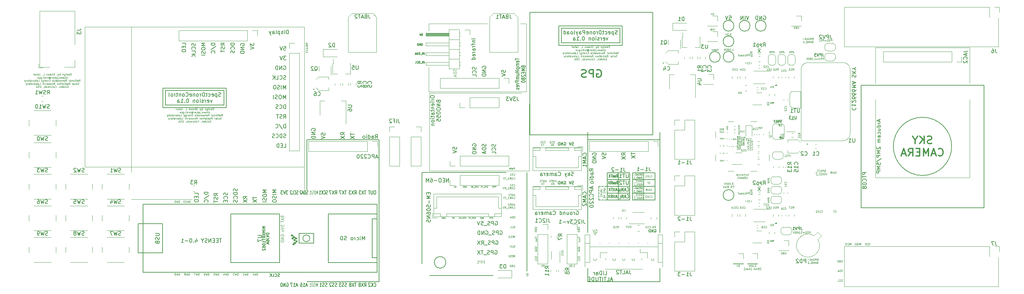
<source format=gbr>
%TF.GenerationSoftware,KiCad,Pcbnew,6.0.2+dfsg-1*%
%TF.CreationDate,2023-07-10T21:47:24-06:00*%
%TF.ProjectId,SpectDrone,53706563-7444-4726-9f6e-652e6b696361,rev?*%
%TF.SameCoordinates,PXd18240cPY697af44*%
%TF.FileFunction,Legend,Bot*%
%TF.FilePolarity,Positive*%
%FSLAX46Y46*%
G04 Gerber Fmt 4.6, Leading zero omitted, Abs format (unit mm)*
G04 Created by KiCad (PCBNEW 6.0.2+dfsg-1) date 2023-07-10 21:47:24*
%MOMM*%
%LPD*%
G01*
G04 APERTURE LIST*
%ADD10C,0.100000*%
%ADD11C,0.150000*%
%ADD12C,0.050000*%
%ADD13C,0.200000*%
%ADD14C,0.125000*%
%ADD15C,0.075000*%
%ADD16C,0.087500*%
%ADD17C,0.127000*%
%ADD18C,0.300000*%
%ADD19C,0.137500*%
%ADD20C,0.175000*%
%ADD21C,0.120000*%
G04 APERTURE END LIST*
D10*
X24422200Y25816000D02*
X48933200Y25816000D01*
D11*
X-66326900Y-6773333D02*
X-66326900Y-32512000D01*
X-58040300Y26416000D02*
X-41530300Y26416000D01*
X-41530300Y26416000D02*
X-41530300Y31496000D01*
X-41530300Y31496000D02*
X-58040300Y31496000D01*
X-58040300Y31496000D02*
X-58040300Y26416000D01*
D10*
X48933200Y25816000D02*
X48933200Y16500000D01*
D11*
X-39599900Y-6870900D02*
X-39599900Y-13982900D01*
X-38837900Y-12204900D02*
X-32995900Y-12204900D01*
X-45441900Y-13982900D02*
X-46076900Y-13982900D01*
D10*
X-66548000Y14300000D02*
X-91948000Y14300000D01*
D11*
X-38837900Y-6870900D02*
X-38837900Y-13982900D01*
D10*
X-66548000Y32080000D02*
X-66548000Y14300000D01*
X-124305300Y31203000D02*
X-169390300Y31203000D01*
D11*
X-47600900Y-13220900D02*
X-47600900Y-12712900D01*
X-45441900Y-12204900D02*
X-39599900Y-12204900D01*
D10*
X24422200Y-8192000D02*
X24422200Y12226600D01*
D12*
X-124305300Y31203000D02*
X-181505300Y31203000D01*
D11*
X-38837900Y-8648900D02*
X-32995900Y-8648900D01*
X-45441900Y-8648900D02*
X-39599900Y-8648900D01*
D12*
X-181505300Y-5397000D02*
X-181505300Y31203000D01*
D11*
X-123667300Y1765100D02*
X-123673900Y-11315900D01*
X-93703000Y-6773333D02*
X-93703000Y-30607000D01*
X-75184000Y-33742133D02*
X-91694000Y-33742133D01*
X-45441900Y-10426900D02*
X-39599900Y-10426900D01*
D10*
X-91948000Y30175000D02*
X-91948000Y32080000D01*
D11*
X-123667300Y-35352900D02*
X-104871300Y-35352900D01*
D12*
X-124305300Y31203000D02*
X-124305300Y-5397000D01*
D11*
X-38837900Y-6870900D02*
X-32995900Y-6870900D01*
D10*
X48933200Y-8192000D02*
X24422200Y-8192000D01*
D11*
X-46330900Y-13982900D02*
X-46838900Y-13982900D01*
X52680000Y16002000D02*
X52680000Y-16002000D01*
D10*
X24422200Y25816000D02*
X24422200Y16500000D01*
D11*
X-50546000Y1765100D02*
X-31750000Y1765100D01*
X-47092900Y-13982900D02*
X-47600900Y-13982900D01*
D10*
X-91948000Y14300000D02*
X-91948000Y20650000D01*
D11*
X-45441900Y-13982900D02*
X-39599900Y-13982900D01*
X-47600900Y-11696900D02*
X-47600900Y-11188900D01*
X-57405300Y27051000D02*
X-42165300Y27051000D01*
X-42165300Y27051000D02*
X-42165300Y30861000D01*
X-42165300Y30861000D02*
X-57405300Y30861000D01*
X-57405300Y30861000D02*
X-57405300Y27051000D01*
D10*
X-68072000Y32080000D02*
X-66548000Y32080000D01*
D11*
X-45441900Y-6870900D02*
X-39599900Y-6870900D01*
X-50546000Y-31874000D02*
X-50546000Y-35352900D01*
D10*
X-67818000Y13917558D02*
X-91758570Y13917558D01*
D11*
X-31750000Y-31874000D02*
X-31750000Y-35352900D01*
X52680000Y-16002000D02*
X20676000Y-16002000D01*
D10*
X-124305300Y-11315900D02*
X-124305300Y31203000D01*
D11*
X-87463000Y-30303333D02*
G75*
G03*
X-87463000Y-30303333I-1500000J0D01*
G01*
D13*
X44278000Y0D02*
G75*
G03*
X44278000Y0I-7600000J0D01*
G01*
D11*
X-104871300Y1765100D02*
X-104871300Y-35352900D01*
D10*
X-91758570Y13917558D02*
X-91758570Y-6402442D01*
D12*
X-124305300Y-5397000D02*
X-181505300Y-5397000D01*
D10*
X-91948000Y32080000D02*
X-76708000Y32080000D01*
D11*
X20676000Y-16002000D02*
X20676000Y16002000D01*
X-35916900Y-6870900D02*
X-35916900Y-13982900D01*
D10*
X48933200Y-8192000D02*
X48933200Y12226600D01*
X-169390300Y31203000D02*
X-169390300Y-6820000D01*
D11*
X-45441900Y-6870900D02*
X-45441900Y-13982900D01*
X-47600900Y-10934900D02*
X-47600900Y-10426900D01*
X-46330900Y-10426900D02*
X-46838900Y-10426900D01*
X-47092900Y-10426900D02*
X-47600900Y-10426900D01*
D10*
X-91758570Y-6402442D02*
X-65723570Y-6402442D01*
D11*
X-42520900Y-6870900D02*
X-42520900Y-13982900D01*
X-50546000Y-35352900D02*
X-31750000Y-35352900D01*
X-38837900Y-10426900D02*
X-32995900Y-10426900D01*
X-47600900Y-12458900D02*
X-47600900Y-11950900D01*
X-38837900Y-13982900D02*
X-32995900Y-13982900D01*
X-123667300Y1765100D02*
X-104871300Y1765100D01*
X-161133600Y10160000D02*
X-144623600Y10160000D01*
X-144623600Y10160000D02*
X-144623600Y15240000D01*
X-144623600Y15240000D02*
X-161133600Y15240000D01*
X-161133600Y15240000D02*
X-161133600Y10160000D01*
D10*
X-169390300Y-13882000D02*
X-153645900Y-13855900D01*
D11*
X-47600900Y-13982900D02*
X-47600900Y-13474900D01*
X-160498600Y10795000D02*
X-145258600Y10795000D01*
X-145258600Y10795000D02*
X-145258600Y14605000D01*
X-145258600Y14605000D02*
X-160498600Y14605000D01*
X-160498600Y14605000D02*
X-160498600Y10795000D01*
X-31750000Y3670100D02*
X-31736000Y-22479000D01*
X-65566600Y34988300D02*
X-33562600Y34988300D01*
X-33562600Y34988300D02*
X-33562600Y2984300D01*
X-33562600Y2984300D02*
X-65566600Y2984300D01*
X-65566600Y2984300D02*
X-65566600Y34988300D01*
D10*
X-65723570Y-6402442D02*
X-65723570Y11123400D01*
D11*
X-45441900Y-10426900D02*
X-46076900Y-10426900D01*
X-32995900Y-6870900D02*
X-32995900Y-13982900D01*
X20676000Y16002000D02*
X52680000Y16002000D01*
X-71755000Y-6773333D02*
X-93703000Y-6773333D01*
X-50546000Y3670100D02*
X-50532000Y-22479000D01*
D10*
X-15921510Y-3689645D02*
X-15921510Y-3642026D01*
X-15897700Y-3597383D01*
X-15873891Y-3576550D01*
X-15826272Y-3558693D01*
X-15731034Y-3546788D01*
X-15611986Y-3561669D01*
X-15516748Y-3597383D01*
X-15469129Y-3627145D01*
X-15445320Y-3653931D01*
X-15421510Y-3704526D01*
X-15421510Y-3752145D01*
X-15445320Y-3796788D01*
X-15469129Y-3817622D01*
X-15516748Y-3835479D01*
X-15611986Y-3847383D01*
X-15731034Y-3832502D01*
X-15826272Y-3796788D01*
X-15873891Y-3767026D01*
X-15897700Y-3740241D01*
X-15921510Y-3689645D01*
D14*
X15849611Y-35267280D02*
X15778183Y-35291090D01*
X15659135Y-35291090D01*
X15611516Y-35267280D01*
X15587707Y-35243471D01*
X15563897Y-35195852D01*
X15563897Y-35148233D01*
X15587707Y-35100614D01*
X15611516Y-35076804D01*
X15659135Y-35052995D01*
X15754373Y-35029185D01*
X15801992Y-35005376D01*
X15825802Y-34981566D01*
X15849611Y-34933947D01*
X15849611Y-34886328D01*
X15825802Y-34838709D01*
X15801992Y-34814900D01*
X15754373Y-34791090D01*
X15635326Y-34791090D01*
X15563897Y-34814900D01*
X15063897Y-35243471D02*
X15087707Y-35267280D01*
X15159135Y-35291090D01*
X15206754Y-35291090D01*
X15278183Y-35267280D01*
X15325802Y-35219661D01*
X15349611Y-35172042D01*
X15373421Y-35076804D01*
X15373421Y-35005376D01*
X15349611Y-34910138D01*
X15325802Y-34862519D01*
X15278183Y-34814900D01*
X15206754Y-34791090D01*
X15159135Y-34791090D01*
X15087707Y-34814900D01*
X15063897Y-34838709D01*
X14611516Y-35291090D02*
X14849611Y-35291090D01*
X14849611Y-34791090D01*
D10*
X-14216655Y4679191D02*
X-14264274Y4679191D01*
X-14308917Y4703000D01*
X-14329750Y4726810D01*
X-14347607Y4774429D01*
X-14359512Y4869667D01*
X-14344631Y4988715D01*
X-14308917Y5083953D01*
X-14279155Y5131572D01*
X-14252369Y5155381D01*
X-14201774Y5179191D01*
X-14154155Y5179191D01*
X-14109512Y5155381D01*
X-14088678Y5131572D01*
X-14070821Y5083953D01*
X-14058917Y4988715D01*
X-14073798Y4869667D01*
X-14109512Y4774429D01*
X-14139274Y4726810D01*
X-14166059Y4703000D01*
X-14216655Y4679191D01*
D14*
X-120872091Y-36660280D02*
X-120872091Y-35660280D01*
X-121038758Y-36374566D01*
X-121205424Y-35660280D01*
X-121205424Y-36660280D01*
X-121443520Y-36660280D02*
X-121443520Y-35660280D01*
X-121657805Y-36612661D02*
X-121729234Y-36660280D01*
X-121848281Y-36660280D01*
X-121895900Y-36612661D01*
X-121919710Y-36565042D01*
X-121943520Y-36469804D01*
X-121943520Y-36374566D01*
X-121919710Y-36279328D01*
X-121895900Y-36231709D01*
X-121848281Y-36184090D01*
X-121753043Y-36136471D01*
X-121705424Y-36088852D01*
X-121681615Y-36041233D01*
X-121657805Y-35945995D01*
X-121657805Y-35850757D01*
X-121681615Y-35755519D01*
X-121705424Y-35707900D01*
X-121753043Y-35660280D01*
X-121872091Y-35660280D01*
X-121943520Y-35707900D01*
X-122253043Y-35660280D02*
X-122348281Y-35660280D01*
X-122395900Y-35707900D01*
X-122443520Y-35803138D01*
X-122467329Y-35993614D01*
X-122467329Y-36326947D01*
X-122443520Y-36517423D01*
X-122395900Y-36612661D01*
X-122348281Y-36660280D01*
X-122253043Y-36660280D01*
X-122205424Y-36612661D01*
X-122157805Y-36517423D01*
X-122133996Y-36326947D01*
X-122133996Y-35993614D01*
X-122157805Y-35803138D01*
X-122205424Y-35707900D01*
X-122253043Y-35660280D01*
X-122943520Y-36660280D02*
X-122657805Y-36660280D01*
X-122800662Y-36660280D02*
X-122800662Y-35660280D01*
X-122753043Y-35803138D01*
X-122705424Y-35898376D01*
X-122657805Y-35945995D01*
X-151703934Y-33616280D02*
X-151775362Y-33640090D01*
X-151894410Y-33640090D01*
X-151942029Y-33616280D01*
X-151965839Y-33592471D01*
X-151989648Y-33544852D01*
X-151989648Y-33497233D01*
X-151965839Y-33449614D01*
X-151942029Y-33425804D01*
X-151894410Y-33401995D01*
X-151799172Y-33378185D01*
X-151751553Y-33354376D01*
X-151727743Y-33330566D01*
X-151703934Y-33282947D01*
X-151703934Y-33235328D01*
X-151727743Y-33187709D01*
X-151751553Y-33163900D01*
X-151799172Y-33140090D01*
X-151918220Y-33140090D01*
X-151989648Y-33163900D01*
X-152156315Y-33140090D02*
X-152275362Y-33640090D01*
X-152370600Y-33282947D01*
X-152465839Y-33640090D01*
X-152584886Y-33140090D01*
X-152727743Y-33140090D02*
X-153061077Y-33140090D01*
X-152846791Y-33640090D01*
D11*
X-115887329Y-36612661D02*
X-115994472Y-36660280D01*
X-116173043Y-36660280D01*
X-116244472Y-36612661D01*
X-116280186Y-36565042D01*
X-116315900Y-36469804D01*
X-116315900Y-36374566D01*
X-116280186Y-36279328D01*
X-116244472Y-36231709D01*
X-116173043Y-36184090D01*
X-116030186Y-36136471D01*
X-115958758Y-36088852D01*
X-115923043Y-36041233D01*
X-115887329Y-35945995D01*
X-115887329Y-35850757D01*
X-115923043Y-35755519D01*
X-115958758Y-35707900D01*
X-116030186Y-35660280D01*
X-116208758Y-35660280D01*
X-116315900Y-35707900D01*
X-116601615Y-36612661D02*
X-116708758Y-36660280D01*
X-116887329Y-36660280D01*
X-116958758Y-36612661D01*
X-116994472Y-36565042D01*
X-117030186Y-36469804D01*
X-117030186Y-36374566D01*
X-116994472Y-36279328D01*
X-116958758Y-36231709D01*
X-116887329Y-36184090D01*
X-116744472Y-36136471D01*
X-116673043Y-36088852D01*
X-116637329Y-36041233D01*
X-116601615Y-35945995D01*
X-116601615Y-35850757D01*
X-116637329Y-35755519D01*
X-116673043Y-35707900D01*
X-116744472Y-35660280D01*
X-116923043Y-35660280D01*
X-117030186Y-35707900D01*
X-117315900Y-35755519D02*
X-117351615Y-35707900D01*
X-117423043Y-35660280D01*
X-117601615Y-35660280D01*
X-117673043Y-35707900D01*
X-117708758Y-35755519D01*
X-117744472Y-35850757D01*
X-117744472Y-35945995D01*
X-117708758Y-36088852D01*
X-117280186Y-36660280D01*
X-117744472Y-36660280D01*
X-23820329Y-18377231D02*
X-23820329Y-19091517D01*
X-23772710Y-19234374D01*
X-23677472Y-19329612D01*
X-23534615Y-19377231D01*
X-23439377Y-19377231D01*
X-24820329Y-19377231D02*
X-24248900Y-19377231D01*
X-24534615Y-19377231D02*
X-24534615Y-18377231D01*
X-24439377Y-18520089D01*
X-24344139Y-18615327D01*
X-24248900Y-18662946D01*
X-25248900Y-18996279D02*
X-26010805Y-18996279D01*
X-26439377Y-18472470D02*
X-26486996Y-18424851D01*
X-26582234Y-18377231D01*
X-26820329Y-18377231D01*
X-26915567Y-18424851D01*
X-26963186Y-18472470D01*
X-27010805Y-18567708D01*
X-27010805Y-18662946D01*
X-26963186Y-18805803D01*
X-26391758Y-19377231D01*
X-27010805Y-19377231D01*
X-129774324Y7320020D02*
X-129440991Y7796210D01*
X-129202896Y7320020D02*
X-129202896Y8320020D01*
X-129583848Y8320020D01*
X-129679086Y8272400D01*
X-129726705Y8224781D01*
X-129774324Y8129543D01*
X-129774324Y7986686D01*
X-129726705Y7891448D01*
X-129679086Y7843829D01*
X-129583848Y7796210D01*
X-129202896Y7796210D01*
X-130155277Y7367639D02*
X-130298134Y7320020D01*
X-130536229Y7320020D01*
X-130631467Y7367639D01*
X-130679086Y7415258D01*
X-130726705Y7510496D01*
X-130726705Y7605734D01*
X-130679086Y7700972D01*
X-130631467Y7748591D01*
X-130536229Y7796210D01*
X-130345753Y7843829D01*
X-130250515Y7891448D01*
X-130202896Y7939067D01*
X-130155277Y8034305D01*
X-130155277Y8129543D01*
X-130202896Y8224781D01*
X-130250515Y8272400D01*
X-130345753Y8320020D01*
X-130583848Y8320020D01*
X-130726705Y8272400D01*
X-131012420Y8320020D02*
X-131583848Y8320020D01*
X-131298134Y7320020D02*
X-131298134Y8320020D01*
D15*
X-1496858Y-20201714D02*
X-1396858Y-20058857D01*
X-1325429Y-20201714D02*
X-1325429Y-19901714D01*
X-1439715Y-19901714D01*
X-1468286Y-19916000D01*
X-1482572Y-19930285D01*
X-1496858Y-19958857D01*
X-1496858Y-20001714D01*
X-1482572Y-20030285D01*
X-1468286Y-20044571D01*
X-1439715Y-20058857D01*
X-1325429Y-20058857D01*
X-1736858Y-20006000D02*
X-1714000Y-19994571D01*
X-1679715Y-19994571D01*
X-1645429Y-20006000D01*
X-1622572Y-20028857D01*
X-1611143Y-20051714D01*
X-1599715Y-20097428D01*
X-1599715Y-20131714D01*
X-1611143Y-20177428D01*
X-1622572Y-20200285D01*
X-1645429Y-20223142D01*
X-1679715Y-20234571D01*
X-1702572Y-20234571D01*
X-1736858Y-20223142D01*
X-1748286Y-20211714D01*
X-1748286Y-20131714D01*
X-1702572Y-20131714D01*
D10*
X-69526048Y-6068190D02*
X-69526048Y-5568190D01*
X-69716524Y-5568190D01*
X-69764143Y-5592000D01*
X-69787953Y-5615809D01*
X-69811762Y-5663428D01*
X-69811762Y-5734857D01*
X-69787953Y-5782476D01*
X-69764143Y-5806285D01*
X-69716524Y-5830095D01*
X-69526048Y-5830095D01*
X-69978429Y-5568190D02*
X-70097477Y-6068190D01*
X-70192715Y-5711047D01*
X-70287953Y-6068190D01*
X-70407000Y-5568190D01*
X-70597477Y-6068190D02*
X-70597477Y-5568190D01*
X-70764143Y-5925333D01*
X-70930810Y-5568190D01*
X-70930810Y-6068190D01*
D14*
X-61914572Y947429D02*
X-61890762Y923620D01*
X-61819334Y899810D01*
X-61771715Y899810D01*
X-61700286Y923620D01*
X-61652667Y971239D01*
X-61628858Y1018858D01*
X-61605048Y1114096D01*
X-61605048Y1185524D01*
X-61628858Y1280762D01*
X-61652667Y1328381D01*
X-61700286Y1376000D01*
X-61771715Y1399810D01*
X-61819334Y1399810D01*
X-61890762Y1376000D01*
X-61914572Y1352191D01*
X-62105048Y923620D02*
X-62176477Y899810D01*
X-62295524Y899810D01*
X-62343143Y923620D01*
X-62366953Y947429D01*
X-62390762Y995048D01*
X-62390762Y1042667D01*
X-62366953Y1090286D01*
X-62343143Y1114096D01*
X-62295524Y1137905D01*
X-62200286Y1161715D01*
X-62152667Y1185524D01*
X-62128858Y1209334D01*
X-62105048Y1256953D01*
X-62105048Y1304572D01*
X-62128858Y1352191D01*
X-62152667Y1376000D01*
X-62200286Y1399810D01*
X-62319334Y1399810D01*
X-62390762Y1376000D01*
X-62866953Y899810D02*
X-62581239Y899810D01*
X-62724096Y899810D02*
X-62724096Y1399810D01*
X-62676477Y1328381D01*
X-62628858Y1280762D01*
X-62581239Y1256953D01*
D15*
X-185056539Y18554210D02*
X-185056539Y19054210D01*
X-185175586Y19054210D01*
X-185247015Y19030400D01*
X-185294634Y18982781D01*
X-185318443Y18935162D01*
X-185342253Y18839924D01*
X-185342253Y18768496D01*
X-185318443Y18673258D01*
X-185294634Y18625639D01*
X-185247015Y18578020D01*
X-185175586Y18554210D01*
X-185056539Y18554210D01*
X-185747015Y18578020D02*
X-185699396Y18554210D01*
X-185604158Y18554210D01*
X-185556539Y18578020D01*
X-185532729Y18625639D01*
X-185532729Y18816115D01*
X-185556539Y18863734D01*
X-185604158Y18887543D01*
X-185699396Y18887543D01*
X-185747015Y18863734D01*
X-185770824Y18816115D01*
X-185770824Y18768496D01*
X-185532729Y18720877D01*
X-185961300Y18578020D02*
X-186008920Y18554210D01*
X-186104158Y18554210D01*
X-186151777Y18578020D01*
X-186175586Y18625639D01*
X-186175586Y18649448D01*
X-186151777Y18697067D01*
X-186104158Y18720877D01*
X-186032729Y18720877D01*
X-185985110Y18744686D01*
X-185961300Y18792305D01*
X-185961300Y18816115D01*
X-185985110Y18863734D01*
X-186032729Y18887543D01*
X-186104158Y18887543D01*
X-186151777Y18863734D01*
X-186389872Y18554210D02*
X-186389872Y18887543D01*
X-186389872Y19054210D02*
X-186366062Y19030400D01*
X-186389872Y19006591D01*
X-186413681Y19030400D01*
X-186389872Y19054210D01*
X-186389872Y19006591D01*
X-186842253Y18887543D02*
X-186842253Y18482781D01*
X-186818443Y18435162D01*
X-186794634Y18411353D01*
X-186747015Y18387543D01*
X-186675586Y18387543D01*
X-186627967Y18411353D01*
X-186842253Y18578020D02*
X-186794634Y18554210D01*
X-186699396Y18554210D01*
X-186651777Y18578020D01*
X-186627967Y18601829D01*
X-186604158Y18649448D01*
X-186604158Y18792305D01*
X-186627967Y18839924D01*
X-186651777Y18863734D01*
X-186699396Y18887543D01*
X-186794634Y18887543D01*
X-186842253Y18863734D01*
X-187080348Y18887543D02*
X-187080348Y18554210D01*
X-187080348Y18839924D02*
X-187104158Y18863734D01*
X-187151777Y18887543D01*
X-187223205Y18887543D01*
X-187270824Y18863734D01*
X-187294634Y18816115D01*
X-187294634Y18554210D01*
X-187913681Y18554210D02*
X-187913681Y19054210D01*
X-187913681Y18863734D02*
X-187961300Y18887543D01*
X-188056539Y18887543D01*
X-188104158Y18863734D01*
X-188127967Y18839924D01*
X-188151777Y18792305D01*
X-188151777Y18649448D01*
X-188127967Y18601829D01*
X-188104158Y18578020D01*
X-188056539Y18554210D01*
X-187961300Y18554210D01*
X-187913681Y18578020D01*
X-188318443Y18887543D02*
X-188437491Y18554210D01*
X-188556539Y18887543D02*
X-188437491Y18554210D01*
X-188389872Y18435162D01*
X-188366062Y18411353D01*
X-188318443Y18387543D01*
X-188747015Y18601829D02*
X-188770824Y18578020D01*
X-188747015Y18554210D01*
X-188723205Y18578020D01*
X-188747015Y18601829D01*
X-188747015Y18554210D01*
X-188747015Y18863734D02*
X-188770824Y18839924D01*
X-188747015Y18816115D01*
X-188723205Y18839924D01*
X-188747015Y18863734D01*
X-188747015Y18816115D01*
X-189342253Y18578020D02*
X-189413681Y18554210D01*
X-189532729Y18554210D01*
X-189580348Y18578020D01*
X-189604158Y18601829D01*
X-189627967Y18649448D01*
X-189627967Y18697067D01*
X-189604158Y18744686D01*
X-189580348Y18768496D01*
X-189532729Y18792305D01*
X-189437491Y18816115D01*
X-189389872Y18839924D01*
X-189366062Y18863734D01*
X-189342253Y18911353D01*
X-189342253Y18958972D01*
X-189366062Y19006591D01*
X-189389872Y19030400D01*
X-189437491Y19054210D01*
X-189556539Y19054210D01*
X-189627967Y19030400D01*
X-189842253Y18554210D02*
X-189842253Y19054210D01*
X-190056539Y18554210D02*
X-190056539Y18816115D01*
X-190032729Y18863734D01*
X-189985110Y18887543D01*
X-189913681Y18887543D01*
X-189866062Y18863734D01*
X-189842253Y18839924D01*
X-190508920Y18554210D02*
X-190508920Y18816115D01*
X-190485110Y18863734D01*
X-190437491Y18887543D01*
X-190342253Y18887543D01*
X-190294634Y18863734D01*
X-190508920Y18578020D02*
X-190461300Y18554210D01*
X-190342253Y18554210D01*
X-190294634Y18578020D01*
X-190270824Y18625639D01*
X-190270824Y18673258D01*
X-190294634Y18720877D01*
X-190342253Y18744686D01*
X-190461300Y18744686D01*
X-190508920Y18768496D01*
X-190699396Y18887543D02*
X-190794634Y18554210D01*
X-190889872Y18792305D01*
X-190985110Y18554210D01*
X-191080348Y18887543D01*
X-191270824Y18887543D02*
X-191270824Y18554210D01*
X-191270824Y18839924D02*
X-191294634Y18863734D01*
X-191342253Y18887543D01*
X-191413681Y18887543D01*
X-191461300Y18863734D01*
X-191485110Y18816115D01*
X-191485110Y18554210D01*
X-192342253Y18554210D02*
X-192104158Y18554210D01*
X-192104158Y19054210D01*
X-192508920Y18601829D02*
X-192532729Y18578020D01*
X-192508920Y18554210D01*
X-192485110Y18578020D01*
X-192508920Y18601829D01*
X-192508920Y18554210D01*
X-193270824Y19054210D02*
X-193270824Y18697067D01*
X-193247015Y18625639D01*
X-193199396Y18578020D01*
X-193127967Y18554210D01*
X-193080348Y18554210D01*
X-193723205Y18554210D02*
X-193723205Y18816115D01*
X-193699396Y18863734D01*
X-193651777Y18887543D01*
X-193556539Y18887543D01*
X-193508920Y18863734D01*
X-193723205Y18578020D02*
X-193675586Y18554210D01*
X-193556539Y18554210D01*
X-193508920Y18578020D01*
X-193485110Y18625639D01*
X-193485110Y18673258D01*
X-193508920Y18720877D01*
X-193556539Y18744686D01*
X-193675586Y18744686D01*
X-193723205Y18768496D01*
X-193961300Y18554210D02*
X-193961300Y19054210D01*
X-194008920Y18744686D02*
X-194151777Y18554210D01*
X-194151777Y18887543D02*
X-193961300Y18697067D01*
X-194556539Y18578020D02*
X-194508920Y18554210D01*
X-194413681Y18554210D01*
X-194366062Y18578020D01*
X-194342253Y18625639D01*
X-194342253Y18816115D01*
X-194366062Y18863734D01*
X-194413681Y18887543D01*
X-194508920Y18887543D01*
X-194556539Y18863734D01*
X-194580348Y18816115D01*
X-194580348Y18768496D01*
X-194342253Y18720877D01*
X-194794634Y18554210D02*
X-194794634Y18887543D01*
X-194794634Y18792305D02*
X-194818443Y18839924D01*
X-194842253Y18863734D01*
X-194889872Y18887543D01*
X-194937491Y18887543D01*
X-186068443Y17773020D02*
X-186116062Y17749210D01*
X-186211300Y17749210D01*
X-186258920Y17773020D01*
X-186282729Y17820639D01*
X-186282729Y17844448D01*
X-186258920Y17892067D01*
X-186211300Y17915877D01*
X-186139872Y17915877D01*
X-186092253Y17939686D01*
X-186068443Y17987305D01*
X-186068443Y18011115D01*
X-186092253Y18058734D01*
X-186139872Y18082543D01*
X-186211300Y18082543D01*
X-186258920Y18058734D01*
X-186497015Y17749210D02*
X-186497015Y18249210D01*
X-186711300Y17749210D02*
X-186711300Y18011115D01*
X-186687491Y18058734D01*
X-186639872Y18082543D01*
X-186568443Y18082543D01*
X-186520824Y18058734D01*
X-186497015Y18034924D01*
X-187163681Y17749210D02*
X-187163681Y18011115D01*
X-187139872Y18058734D01*
X-187092253Y18082543D01*
X-186997015Y18082543D01*
X-186949396Y18058734D01*
X-187163681Y17773020D02*
X-187116062Y17749210D01*
X-186997015Y17749210D01*
X-186949396Y17773020D01*
X-186925586Y17820639D01*
X-186925586Y17868258D01*
X-186949396Y17915877D01*
X-186997015Y17939686D01*
X-187116062Y17939686D01*
X-187163681Y17963496D01*
X-187354158Y18082543D02*
X-187449396Y17749210D01*
X-187544634Y17987305D01*
X-187639872Y17749210D01*
X-187735110Y18082543D01*
X-187925586Y18082543D02*
X-187925586Y17749210D01*
X-187925586Y18034924D02*
X-187949396Y18058734D01*
X-187997015Y18082543D01*
X-188068443Y18082543D01*
X-188116062Y18058734D01*
X-188139872Y18011115D01*
X-188139872Y17749210D01*
X-188377967Y17796829D02*
X-188401777Y17773020D01*
X-188377967Y17749210D01*
X-188354158Y17773020D01*
X-188377967Y17796829D01*
X-188377967Y17749210D01*
X-188616062Y18082543D02*
X-188616062Y17653972D01*
X-188592253Y17606353D01*
X-188544634Y17582543D01*
X-188520824Y17582543D01*
X-188616062Y18249210D02*
X-188592253Y18225400D01*
X-188616062Y18201591D01*
X-188639872Y18225400D01*
X-188616062Y18249210D01*
X-188616062Y18201591D01*
X-189068443Y17749210D02*
X-189068443Y18011115D01*
X-189044634Y18058734D01*
X-188997015Y18082543D01*
X-188901777Y18082543D01*
X-188854158Y18058734D01*
X-189068443Y17773020D02*
X-189020824Y17749210D01*
X-188901777Y17749210D01*
X-188854158Y17773020D01*
X-188830348Y17820639D01*
X-188830348Y17868258D01*
X-188854158Y17915877D01*
X-188901777Y17939686D01*
X-189020824Y17939686D01*
X-189068443Y17963496D01*
X-189306539Y17749210D02*
X-189306539Y18249210D01*
X-189354158Y17939686D02*
X-189497015Y17749210D01*
X-189497015Y18082543D02*
X-189306539Y17892067D01*
X-189901777Y17773020D02*
X-189854158Y17749210D01*
X-189758920Y17749210D01*
X-189711300Y17773020D01*
X-189687491Y17820639D01*
X-189687491Y18011115D01*
X-189711300Y18058734D01*
X-189758920Y18082543D01*
X-189854158Y18082543D01*
X-189901777Y18058734D01*
X-189925586Y18011115D01*
X-189925586Y17963496D01*
X-189687491Y17915877D01*
X-190139872Y17749210D02*
X-190139872Y18082543D01*
X-190139872Y17987305D02*
X-190163681Y18034924D01*
X-190187491Y18058734D01*
X-190235110Y18082543D01*
X-190282729Y18082543D01*
X-190758920Y17987305D02*
X-190735110Y18011115D01*
X-190687491Y18034924D01*
X-190639872Y18034924D01*
X-190592253Y18011115D01*
X-190568443Y17987305D01*
X-190544634Y17939686D01*
X-190544634Y17892067D01*
X-190568443Y17844448D01*
X-190592253Y17820639D01*
X-190639872Y17796829D01*
X-190687491Y17796829D01*
X-190735110Y17820639D01*
X-190758920Y17844448D01*
X-190758920Y18034924D02*
X-190758920Y17844448D01*
X-190782729Y17820639D01*
X-190806539Y17820639D01*
X-190854158Y17844448D01*
X-190877967Y17892067D01*
X-190877967Y18011115D01*
X-190830348Y18082543D01*
X-190758920Y18130162D01*
X-190663681Y18153972D01*
X-190568443Y18130162D01*
X-190497015Y18082543D01*
X-190449396Y18011115D01*
X-190425586Y17915877D01*
X-190449396Y17820639D01*
X-190497015Y17749210D01*
X-190568443Y17701591D01*
X-190663681Y17677781D01*
X-190758920Y17701591D01*
X-190830348Y17749210D01*
X-191092253Y18082543D02*
X-191092253Y17749210D01*
X-191092253Y18034924D02*
X-191116062Y18058734D01*
X-191163681Y18082543D01*
X-191235110Y18082543D01*
X-191282729Y18058734D01*
X-191306539Y18011115D01*
X-191306539Y17749210D01*
X-191544634Y17749210D02*
X-191544634Y18082543D01*
X-191544634Y17987305D02*
X-191568443Y18034924D01*
X-191592253Y18058734D01*
X-191639872Y18082543D01*
X-191687491Y18082543D01*
X-192044634Y17773020D02*
X-191997015Y17749210D01*
X-191901777Y17749210D01*
X-191854158Y17773020D01*
X-191830348Y17820639D01*
X-191830348Y18011115D01*
X-191854158Y18058734D01*
X-191901777Y18082543D01*
X-191997015Y18082543D01*
X-192044634Y18058734D01*
X-192068443Y18011115D01*
X-192068443Y17963496D01*
X-191830348Y17915877D01*
X-192354158Y17749210D02*
X-192306539Y17773020D01*
X-192282729Y17820639D01*
X-192282729Y18249210D01*
X-192544634Y17796829D02*
X-192568443Y17773020D01*
X-192544634Y17749210D01*
X-192520824Y17773020D01*
X-192544634Y17796829D01*
X-192544634Y17749210D01*
X-192997015Y18082543D02*
X-192997015Y17677781D01*
X-192973205Y17630162D01*
X-192949396Y17606353D01*
X-192901777Y17582543D01*
X-192830348Y17582543D01*
X-192782729Y17606353D01*
X-192997015Y17773020D02*
X-192949396Y17749210D01*
X-192854158Y17749210D01*
X-192806539Y17773020D01*
X-192782729Y17796829D01*
X-192758920Y17844448D01*
X-192758920Y17987305D01*
X-192782729Y18034924D01*
X-192806539Y18058734D01*
X-192854158Y18082543D01*
X-192949396Y18082543D01*
X-192997015Y18058734D01*
X-193306539Y17749210D02*
X-193258920Y17773020D01*
X-193235110Y17796829D01*
X-193211300Y17844448D01*
X-193211300Y17987305D01*
X-193235110Y18034924D01*
X-193258920Y18058734D01*
X-193306539Y18082543D01*
X-193377967Y18082543D01*
X-193425586Y18058734D01*
X-193449396Y18034924D01*
X-193473205Y17987305D01*
X-193473205Y17844448D01*
X-193449396Y17796829D01*
X-193425586Y17773020D01*
X-193377967Y17749210D01*
X-193306539Y17749210D01*
X-193639872Y18082543D02*
X-193758920Y17749210D01*
X-193877967Y18082543D01*
X-182770824Y16944210D02*
X-182770824Y17444210D01*
X-183056539Y16944210D01*
X-183056539Y17444210D01*
X-183508920Y16944210D02*
X-183508920Y17206115D01*
X-183485110Y17253734D01*
X-183437491Y17277543D01*
X-183342253Y17277543D01*
X-183294634Y17253734D01*
X-183508920Y16968020D02*
X-183461300Y16944210D01*
X-183342253Y16944210D01*
X-183294634Y16968020D01*
X-183270824Y17015639D01*
X-183270824Y17063258D01*
X-183294634Y17110877D01*
X-183342253Y17134686D01*
X-183461300Y17134686D01*
X-183508920Y17158496D01*
X-183675586Y17277543D02*
X-183866062Y17277543D01*
X-183747015Y17444210D02*
X-183747015Y17015639D01*
X-183770824Y16968020D01*
X-183818443Y16944210D01*
X-183866062Y16944210D01*
X-184032729Y16944210D02*
X-184032729Y17277543D01*
X-184032729Y17444210D02*
X-184008920Y17420400D01*
X-184032729Y17396591D01*
X-184056539Y17420400D01*
X-184032729Y17444210D01*
X-184032729Y17396591D01*
X-184342253Y16944210D02*
X-184294634Y16968020D01*
X-184270824Y16991829D01*
X-184247015Y17039448D01*
X-184247015Y17182305D01*
X-184270824Y17229924D01*
X-184294634Y17253734D01*
X-184342253Y17277543D01*
X-184413681Y17277543D01*
X-184461300Y17253734D01*
X-184485110Y17229924D01*
X-184508920Y17182305D01*
X-184508920Y17039448D01*
X-184485110Y16991829D01*
X-184461300Y16968020D01*
X-184413681Y16944210D01*
X-184342253Y16944210D01*
X-184723205Y17277543D02*
X-184723205Y16944210D01*
X-184723205Y17229924D02*
X-184747015Y17253734D01*
X-184794634Y17277543D01*
X-184866062Y17277543D01*
X-184913681Y17253734D01*
X-184937491Y17206115D01*
X-184937491Y16944210D01*
X-185389872Y16944210D02*
X-185389872Y17206115D01*
X-185366062Y17253734D01*
X-185318443Y17277543D01*
X-185223205Y17277543D01*
X-185175586Y17253734D01*
X-185389872Y16968020D02*
X-185342253Y16944210D01*
X-185223205Y16944210D01*
X-185175586Y16968020D01*
X-185151777Y17015639D01*
X-185151777Y17063258D01*
X-185175586Y17110877D01*
X-185223205Y17134686D01*
X-185342253Y17134686D01*
X-185389872Y17158496D01*
X-185699396Y16944210D02*
X-185651777Y16968020D01*
X-185627967Y17015639D01*
X-185627967Y17444210D01*
X-186556539Y16944210D02*
X-186389872Y17182305D01*
X-186270824Y16944210D02*
X-186270824Y17444210D01*
X-186461300Y17444210D01*
X-186508920Y17420400D01*
X-186532729Y17396591D01*
X-186556539Y17348972D01*
X-186556539Y17277543D01*
X-186532729Y17229924D01*
X-186508920Y17206115D01*
X-186461300Y17182305D01*
X-186270824Y17182305D01*
X-186961300Y16968020D02*
X-186913681Y16944210D01*
X-186818443Y16944210D01*
X-186770824Y16968020D01*
X-186747015Y17015639D01*
X-186747015Y17206115D01*
X-186770824Y17253734D01*
X-186818443Y17277543D01*
X-186913681Y17277543D01*
X-186961300Y17253734D01*
X-186985110Y17206115D01*
X-186985110Y17158496D01*
X-186747015Y17110877D01*
X-187199396Y17277543D02*
X-187199396Y16944210D01*
X-187199396Y17229924D02*
X-187223205Y17253734D01*
X-187270824Y17277543D01*
X-187342253Y17277543D01*
X-187389872Y17253734D01*
X-187413681Y17206115D01*
X-187413681Y16944210D01*
X-187842253Y16968020D02*
X-187794634Y16944210D01*
X-187699396Y16944210D01*
X-187651777Y16968020D01*
X-187627967Y17015639D01*
X-187627967Y17206115D01*
X-187651777Y17253734D01*
X-187699396Y17277543D01*
X-187794634Y17277543D01*
X-187842253Y17253734D01*
X-187866062Y17206115D01*
X-187866062Y17158496D01*
X-187627967Y17110877D01*
X-188032729Y17277543D02*
X-188127967Y16944210D01*
X-188223205Y17182305D01*
X-188318443Y16944210D01*
X-188413681Y17277543D01*
X-188818443Y16944210D02*
X-188818443Y17206115D01*
X-188794634Y17253734D01*
X-188747015Y17277543D01*
X-188651777Y17277543D01*
X-188604158Y17253734D01*
X-188818443Y16968020D02*
X-188770824Y16944210D01*
X-188651777Y16944210D01*
X-188604158Y16968020D01*
X-188580348Y17015639D01*
X-188580348Y17063258D01*
X-188604158Y17110877D01*
X-188651777Y17134686D01*
X-188770824Y17134686D01*
X-188818443Y17158496D01*
X-189056539Y16944210D02*
X-189056539Y17444210D01*
X-189056539Y17253734D02*
X-189104158Y17277543D01*
X-189199396Y17277543D01*
X-189247015Y17253734D01*
X-189270824Y17229924D01*
X-189294634Y17182305D01*
X-189294634Y17039448D01*
X-189270824Y16991829D01*
X-189247015Y16968020D01*
X-189199396Y16944210D01*
X-189104158Y16944210D01*
X-189056539Y16968020D01*
X-189580348Y16944210D02*
X-189532729Y16968020D01*
X-189508920Y17015639D01*
X-189508920Y17444210D01*
X-189961300Y16968020D02*
X-189913681Y16944210D01*
X-189818443Y16944210D01*
X-189770824Y16968020D01*
X-189747015Y17015639D01*
X-189747015Y17206115D01*
X-189770824Y17253734D01*
X-189818443Y17277543D01*
X-189913681Y17277543D01*
X-189961300Y17253734D01*
X-189985110Y17206115D01*
X-189985110Y17158496D01*
X-189747015Y17110877D01*
X-190580348Y17206115D02*
X-190747015Y17206115D01*
X-190818443Y16944210D02*
X-190580348Y16944210D01*
X-190580348Y17444210D01*
X-190818443Y17444210D01*
X-191032729Y17277543D02*
X-191032729Y16944210D01*
X-191032729Y17229924D02*
X-191056539Y17253734D01*
X-191104158Y17277543D01*
X-191175586Y17277543D01*
X-191223205Y17253734D01*
X-191247015Y17206115D01*
X-191247015Y16944210D01*
X-191675586Y16968020D02*
X-191627967Y16944210D01*
X-191532729Y16944210D01*
X-191485110Y16968020D01*
X-191461300Y17015639D01*
X-191461300Y17206115D01*
X-191485110Y17253734D01*
X-191532729Y17277543D01*
X-191627967Y17277543D01*
X-191675586Y17253734D01*
X-191699396Y17206115D01*
X-191699396Y17158496D01*
X-191461300Y17110877D01*
X-191913681Y16944210D02*
X-191913681Y17277543D01*
X-191913681Y17182305D02*
X-191937491Y17229924D01*
X-191961300Y17253734D01*
X-192008920Y17277543D01*
X-192056539Y17277543D01*
X-192437491Y17277543D02*
X-192437491Y16872781D01*
X-192413681Y16825162D01*
X-192389872Y16801353D01*
X-192342253Y16777543D01*
X-192270824Y16777543D01*
X-192223205Y16801353D01*
X-192437491Y16968020D02*
X-192389872Y16944210D01*
X-192294634Y16944210D01*
X-192247015Y16968020D01*
X-192223205Y16991829D01*
X-192199396Y17039448D01*
X-192199396Y17182305D01*
X-192223205Y17229924D01*
X-192247015Y17253734D01*
X-192294634Y17277543D01*
X-192389872Y17277543D01*
X-192437491Y17253734D01*
X-192627967Y17277543D02*
X-192747015Y16944210D01*
X-192866062Y17277543D02*
X-192747015Y16944210D01*
X-192699396Y16825162D01*
X-192675586Y16801353D01*
X-192627967Y16777543D01*
X-193675586Y16944210D02*
X-193437491Y16944210D01*
X-193437491Y17444210D01*
X-194056539Y16944210D02*
X-194056539Y17206115D01*
X-194032729Y17253734D01*
X-193985110Y17277543D01*
X-193889872Y17277543D01*
X-193842253Y17253734D01*
X-194056539Y16968020D02*
X-194008920Y16944210D01*
X-193889872Y16944210D01*
X-193842253Y16968020D01*
X-193818443Y17015639D01*
X-193818443Y17063258D01*
X-193842253Y17110877D01*
X-193889872Y17134686D01*
X-194008920Y17134686D01*
X-194056539Y17158496D01*
X-194294634Y16944210D02*
X-194294634Y17444210D01*
X-194294634Y17253734D02*
X-194342253Y17277543D01*
X-194437491Y17277543D01*
X-194485110Y17253734D01*
X-194508920Y17229924D01*
X-194532729Y17182305D01*
X-194532729Y17039448D01*
X-194508920Y16991829D01*
X-194485110Y16968020D01*
X-194437491Y16944210D01*
X-194342253Y16944210D01*
X-194294634Y16968020D01*
X-194818443Y16944210D02*
X-194770824Y16968020D01*
X-194747015Y16991829D01*
X-194723205Y17039448D01*
X-194723205Y17182305D01*
X-194747015Y17229924D01*
X-194770824Y17253734D01*
X-194818443Y17277543D01*
X-194889872Y17277543D01*
X-194937491Y17253734D01*
X-194961300Y17229924D01*
X-194985110Y17182305D01*
X-194985110Y17039448D01*
X-194961300Y16991829D01*
X-194937491Y16968020D01*
X-194889872Y16944210D01*
X-194818443Y16944210D01*
X-195199396Y16944210D02*
X-195199396Y17277543D01*
X-195199396Y17182305D02*
X-195223205Y17229924D01*
X-195247015Y17253734D01*
X-195294634Y17277543D01*
X-195342253Y17277543D01*
X-195723205Y16944210D02*
X-195723205Y17206115D01*
X-195699396Y17253734D01*
X-195651777Y17277543D01*
X-195556539Y17277543D01*
X-195508920Y17253734D01*
X-195723205Y16968020D02*
X-195675586Y16944210D01*
X-195556539Y16944210D01*
X-195508920Y16968020D01*
X-195485110Y17015639D01*
X-195485110Y17063258D01*
X-195508920Y17110877D01*
X-195556539Y17134686D01*
X-195675586Y17134686D01*
X-195723205Y17158496D01*
X-195889872Y17277543D02*
X-196080348Y17277543D01*
X-195961300Y17444210D02*
X-195961300Y17015639D01*
X-195985110Y16968020D01*
X-196032729Y16944210D01*
X-196080348Y16944210D01*
X-196318443Y16944210D02*
X-196270824Y16968020D01*
X-196247015Y16991829D01*
X-196223205Y17039448D01*
X-196223205Y17182305D01*
X-196247015Y17229924D01*
X-196270824Y17253734D01*
X-196318443Y17277543D01*
X-196389872Y17277543D01*
X-196437491Y17253734D01*
X-196461300Y17229924D01*
X-196485110Y17182305D01*
X-196485110Y17039448D01*
X-196461300Y16991829D01*
X-196437491Y16968020D01*
X-196389872Y16944210D01*
X-196318443Y16944210D01*
X-196699396Y16944210D02*
X-196699396Y17277543D01*
X-196699396Y17182305D02*
X-196723205Y17229924D01*
X-196747015Y17253734D01*
X-196794634Y17277543D01*
X-196842253Y17277543D01*
X-196961300Y17277543D02*
X-197080348Y16944210D01*
X-197199396Y17277543D02*
X-197080348Y16944210D01*
X-197032729Y16825162D01*
X-197008920Y16801353D01*
X-196961300Y16777543D01*
X-183068443Y16163020D02*
X-183139872Y16139210D01*
X-183258920Y16139210D01*
X-183306539Y16163020D01*
X-183330348Y16186829D01*
X-183354158Y16234448D01*
X-183354158Y16282067D01*
X-183330348Y16329686D01*
X-183306539Y16353496D01*
X-183258920Y16377305D01*
X-183163681Y16401115D01*
X-183116062Y16424924D01*
X-183092253Y16448734D01*
X-183068443Y16496353D01*
X-183068443Y16543972D01*
X-183092253Y16591591D01*
X-183116062Y16615400D01*
X-183163681Y16639210D01*
X-183282729Y16639210D01*
X-183354158Y16615400D01*
X-183639872Y16139210D02*
X-183592253Y16163020D01*
X-183568443Y16186829D01*
X-183544634Y16234448D01*
X-183544634Y16377305D01*
X-183568443Y16424924D01*
X-183592253Y16448734D01*
X-183639872Y16472543D01*
X-183711300Y16472543D01*
X-183758920Y16448734D01*
X-183782729Y16424924D01*
X-183806539Y16377305D01*
X-183806539Y16234448D01*
X-183782729Y16186829D01*
X-183758920Y16163020D01*
X-183711300Y16139210D01*
X-183639872Y16139210D01*
X-184092253Y16139210D02*
X-184044634Y16163020D01*
X-184020824Y16210639D01*
X-184020824Y16639210D01*
X-184497015Y16139210D02*
X-184497015Y16401115D01*
X-184473205Y16448734D01*
X-184425586Y16472543D01*
X-184330348Y16472543D01*
X-184282729Y16448734D01*
X-184497015Y16163020D02*
X-184449396Y16139210D01*
X-184330348Y16139210D01*
X-184282729Y16163020D01*
X-184258920Y16210639D01*
X-184258920Y16258258D01*
X-184282729Y16305877D01*
X-184330348Y16329686D01*
X-184449396Y16329686D01*
X-184497015Y16353496D01*
X-184735110Y16139210D02*
X-184735110Y16472543D01*
X-184735110Y16377305D02*
X-184758920Y16424924D01*
X-184782729Y16448734D01*
X-184830348Y16472543D01*
X-184877967Y16472543D01*
X-185711300Y16139210D02*
X-185544634Y16377305D01*
X-185425586Y16139210D02*
X-185425586Y16639210D01*
X-185616062Y16639210D01*
X-185663681Y16615400D01*
X-185687491Y16591591D01*
X-185711300Y16543972D01*
X-185711300Y16472543D01*
X-185687491Y16424924D01*
X-185663681Y16401115D01*
X-185616062Y16377305D01*
X-185425586Y16377305D01*
X-186139872Y16139210D02*
X-186139872Y16401115D01*
X-186116062Y16448734D01*
X-186068443Y16472543D01*
X-185973205Y16472543D01*
X-185925586Y16448734D01*
X-186139872Y16163020D02*
X-186092253Y16139210D01*
X-185973205Y16139210D01*
X-185925586Y16163020D01*
X-185901777Y16210639D01*
X-185901777Y16258258D01*
X-185925586Y16305877D01*
X-185973205Y16329686D01*
X-186092253Y16329686D01*
X-186139872Y16353496D01*
X-186592253Y16139210D02*
X-186592253Y16639210D01*
X-186592253Y16163020D02*
X-186544634Y16139210D01*
X-186449396Y16139210D01*
X-186401777Y16163020D01*
X-186377967Y16186829D01*
X-186354158Y16234448D01*
X-186354158Y16377305D01*
X-186377967Y16424924D01*
X-186401777Y16448734D01*
X-186449396Y16472543D01*
X-186544634Y16472543D01*
X-186592253Y16448734D01*
X-186830348Y16139210D02*
X-186830348Y16472543D01*
X-186830348Y16639210D02*
X-186806539Y16615400D01*
X-186830348Y16591591D01*
X-186854158Y16615400D01*
X-186830348Y16639210D01*
X-186830348Y16591591D01*
X-187282729Y16139210D02*
X-187282729Y16401115D01*
X-187258920Y16448734D01*
X-187211300Y16472543D01*
X-187116062Y16472543D01*
X-187068443Y16448734D01*
X-187282729Y16163020D02*
X-187235110Y16139210D01*
X-187116062Y16139210D01*
X-187068443Y16163020D01*
X-187044634Y16210639D01*
X-187044634Y16258258D01*
X-187068443Y16305877D01*
X-187116062Y16329686D01*
X-187235110Y16329686D01*
X-187282729Y16353496D01*
X-187449396Y16472543D02*
X-187639872Y16472543D01*
X-187520824Y16639210D02*
X-187520824Y16210639D01*
X-187544634Y16163020D01*
X-187592253Y16139210D01*
X-187639872Y16139210D01*
X-187806539Y16139210D02*
X-187806539Y16472543D01*
X-187806539Y16639210D02*
X-187782729Y16615400D01*
X-187806539Y16591591D01*
X-187830348Y16615400D01*
X-187806539Y16639210D01*
X-187806539Y16591591D01*
X-188116062Y16139210D02*
X-188068443Y16163020D01*
X-188044634Y16186829D01*
X-188020824Y16234448D01*
X-188020824Y16377305D01*
X-188044634Y16424924D01*
X-188068443Y16448734D01*
X-188116062Y16472543D01*
X-188187491Y16472543D01*
X-188235110Y16448734D01*
X-188258920Y16424924D01*
X-188282729Y16377305D01*
X-188282729Y16234448D01*
X-188258920Y16186829D01*
X-188235110Y16163020D01*
X-188187491Y16139210D01*
X-188116062Y16139210D01*
X-188497015Y16472543D02*
X-188497015Y16139210D01*
X-188497015Y16424924D02*
X-188520824Y16448734D01*
X-188568443Y16472543D01*
X-188639872Y16472543D01*
X-188687491Y16448734D01*
X-188711300Y16401115D01*
X-188711300Y16139210D01*
X-189616062Y16139210D02*
X-189449396Y16377305D01*
X-189330348Y16139210D02*
X-189330348Y16639210D01*
X-189520824Y16639210D01*
X-189568443Y16615400D01*
X-189592253Y16591591D01*
X-189616062Y16543972D01*
X-189616062Y16472543D01*
X-189592253Y16424924D01*
X-189568443Y16401115D01*
X-189520824Y16377305D01*
X-189330348Y16377305D01*
X-190020824Y16163020D02*
X-189973205Y16139210D01*
X-189877967Y16139210D01*
X-189830348Y16163020D01*
X-189806539Y16210639D01*
X-189806539Y16401115D01*
X-189830348Y16448734D01*
X-189877967Y16472543D01*
X-189973205Y16472543D01*
X-190020824Y16448734D01*
X-190044634Y16401115D01*
X-190044634Y16353496D01*
X-189806539Y16305877D01*
X-190235110Y16163020D02*
X-190282729Y16139210D01*
X-190377967Y16139210D01*
X-190425586Y16163020D01*
X-190449396Y16210639D01*
X-190449396Y16234448D01*
X-190425586Y16282067D01*
X-190377967Y16305877D01*
X-190306539Y16305877D01*
X-190258920Y16329686D01*
X-190235110Y16377305D01*
X-190235110Y16401115D01*
X-190258920Y16448734D01*
X-190306539Y16472543D01*
X-190377967Y16472543D01*
X-190425586Y16448734D01*
X-190854158Y16163020D02*
X-190806539Y16139210D01*
X-190711300Y16139210D01*
X-190663681Y16163020D01*
X-190639872Y16210639D01*
X-190639872Y16401115D01*
X-190663681Y16448734D01*
X-190711300Y16472543D01*
X-190806539Y16472543D01*
X-190854158Y16448734D01*
X-190877967Y16401115D01*
X-190877967Y16353496D01*
X-190639872Y16305877D01*
X-191306539Y16139210D02*
X-191306539Y16401115D01*
X-191282729Y16448734D01*
X-191235110Y16472543D01*
X-191139872Y16472543D01*
X-191092253Y16448734D01*
X-191306539Y16163020D02*
X-191258920Y16139210D01*
X-191139872Y16139210D01*
X-191092253Y16163020D01*
X-191068443Y16210639D01*
X-191068443Y16258258D01*
X-191092253Y16305877D01*
X-191139872Y16329686D01*
X-191258920Y16329686D01*
X-191306539Y16353496D01*
X-191544634Y16139210D02*
X-191544634Y16472543D01*
X-191544634Y16377305D02*
X-191568443Y16424924D01*
X-191592253Y16448734D01*
X-191639872Y16472543D01*
X-191687491Y16472543D01*
X-192068443Y16163020D02*
X-192020824Y16139210D01*
X-191925586Y16139210D01*
X-191877967Y16163020D01*
X-191854158Y16186829D01*
X-191830348Y16234448D01*
X-191830348Y16377305D01*
X-191854158Y16424924D01*
X-191877967Y16448734D01*
X-191925586Y16472543D01*
X-192020824Y16472543D01*
X-192068443Y16448734D01*
X-192282729Y16139210D02*
X-192282729Y16639210D01*
X-192497015Y16139210D02*
X-192497015Y16401115D01*
X-192473205Y16448734D01*
X-192425586Y16472543D01*
X-192354158Y16472543D01*
X-192306539Y16448734D01*
X-192282729Y16424924D01*
X-193354158Y16139210D02*
X-193116062Y16139210D01*
X-193116062Y16639210D01*
X-193735110Y16139210D02*
X-193735110Y16401115D01*
X-193711300Y16448734D01*
X-193663681Y16472543D01*
X-193568443Y16472543D01*
X-193520824Y16448734D01*
X-193735110Y16163020D02*
X-193687491Y16139210D01*
X-193568443Y16139210D01*
X-193520824Y16163020D01*
X-193497015Y16210639D01*
X-193497015Y16258258D01*
X-193520824Y16305877D01*
X-193568443Y16329686D01*
X-193687491Y16329686D01*
X-193735110Y16353496D01*
X-193973205Y16139210D02*
X-193973205Y16639210D01*
X-193973205Y16448734D02*
X-194020824Y16472543D01*
X-194116062Y16472543D01*
X-194163681Y16448734D01*
X-194187491Y16424924D01*
X-194211300Y16377305D01*
X-194211300Y16234448D01*
X-194187491Y16186829D01*
X-194163681Y16163020D01*
X-194116062Y16139210D01*
X-194020824Y16139210D01*
X-193973205Y16163020D01*
X-194497015Y16139210D02*
X-194449396Y16163020D01*
X-194425586Y16186829D01*
X-194401777Y16234448D01*
X-194401777Y16377305D01*
X-194425586Y16424924D01*
X-194449396Y16448734D01*
X-194497015Y16472543D01*
X-194568443Y16472543D01*
X-194616062Y16448734D01*
X-194639872Y16424924D01*
X-194663681Y16377305D01*
X-194663681Y16234448D01*
X-194639872Y16186829D01*
X-194616062Y16163020D01*
X-194568443Y16139210D01*
X-194497015Y16139210D01*
X-194877967Y16139210D02*
X-194877967Y16472543D01*
X-194877967Y16377305D02*
X-194901777Y16424924D01*
X-194925586Y16448734D01*
X-194973205Y16472543D01*
X-195020824Y16472543D01*
X-195401777Y16139210D02*
X-195401777Y16401115D01*
X-195377967Y16448734D01*
X-195330348Y16472543D01*
X-195235110Y16472543D01*
X-195187491Y16448734D01*
X-195401777Y16163020D02*
X-195354158Y16139210D01*
X-195235110Y16139210D01*
X-195187491Y16163020D01*
X-195163681Y16210639D01*
X-195163681Y16258258D01*
X-195187491Y16305877D01*
X-195235110Y16329686D01*
X-195354158Y16329686D01*
X-195401777Y16353496D01*
X-195568443Y16472543D02*
X-195758920Y16472543D01*
X-195639872Y16639210D02*
X-195639872Y16210639D01*
X-195663681Y16163020D01*
X-195711300Y16139210D01*
X-195758920Y16139210D01*
X-195997015Y16139210D02*
X-195949396Y16163020D01*
X-195925586Y16186829D01*
X-195901777Y16234448D01*
X-195901777Y16377305D01*
X-195925586Y16424924D01*
X-195949396Y16448734D01*
X-195997015Y16472543D01*
X-196068443Y16472543D01*
X-196116062Y16448734D01*
X-196139872Y16424924D01*
X-196163681Y16377305D01*
X-196163681Y16234448D01*
X-196139872Y16186829D01*
X-196116062Y16163020D01*
X-196068443Y16139210D01*
X-195997015Y16139210D01*
X-196377967Y16139210D02*
X-196377967Y16472543D01*
X-196377967Y16377305D02*
X-196401777Y16424924D01*
X-196425586Y16448734D01*
X-196473205Y16472543D01*
X-196520824Y16472543D01*
X-196639872Y16472543D02*
X-196758920Y16139210D01*
X-196877967Y16472543D02*
X-196758920Y16139210D01*
X-196711300Y16020162D01*
X-196687491Y15996353D01*
X-196639872Y15972543D01*
X-186068443Y15810400D02*
X-186020824Y15834210D01*
X-185949396Y15834210D01*
X-185877967Y15810400D01*
X-185830348Y15762781D01*
X-185806539Y15715162D01*
X-185782729Y15619924D01*
X-185782729Y15548496D01*
X-185806539Y15453258D01*
X-185830348Y15405639D01*
X-185877967Y15358020D01*
X-185949396Y15334210D01*
X-185997015Y15334210D01*
X-186068443Y15358020D01*
X-186092253Y15381829D01*
X-186092253Y15548496D01*
X-185997015Y15548496D01*
X-186377967Y15334210D02*
X-186330348Y15358020D01*
X-186306539Y15381829D01*
X-186282729Y15429448D01*
X-186282729Y15572305D01*
X-186306539Y15619924D01*
X-186330348Y15643734D01*
X-186377967Y15667543D01*
X-186449396Y15667543D01*
X-186497015Y15643734D01*
X-186520824Y15619924D01*
X-186544634Y15572305D01*
X-186544634Y15429448D01*
X-186520824Y15381829D01*
X-186497015Y15358020D01*
X-186449396Y15334210D01*
X-186377967Y15334210D01*
X-186830348Y15334210D02*
X-186782729Y15358020D01*
X-186758920Y15405639D01*
X-186758920Y15834210D01*
X-187235110Y15334210D02*
X-187235110Y15834210D01*
X-187235110Y15358020D02*
X-187187491Y15334210D01*
X-187092253Y15334210D01*
X-187044634Y15358020D01*
X-187020824Y15381829D01*
X-186997015Y15429448D01*
X-186997015Y15572305D01*
X-187020824Y15619924D01*
X-187044634Y15643734D01*
X-187092253Y15667543D01*
X-187187491Y15667543D01*
X-187235110Y15643734D01*
X-187663681Y15358020D02*
X-187616062Y15334210D01*
X-187520824Y15334210D01*
X-187473205Y15358020D01*
X-187449396Y15405639D01*
X-187449396Y15596115D01*
X-187473205Y15643734D01*
X-187520824Y15667543D01*
X-187616062Y15667543D01*
X-187663681Y15643734D01*
X-187687491Y15596115D01*
X-187687491Y15548496D01*
X-187449396Y15500877D01*
X-187901777Y15667543D02*
X-187901777Y15334210D01*
X-187901777Y15619924D02*
X-187925586Y15643734D01*
X-187973205Y15667543D01*
X-188044634Y15667543D01*
X-188092253Y15643734D01*
X-188116062Y15596115D01*
X-188116062Y15334210D01*
X-188377967Y15358020D02*
X-188377967Y15334210D01*
X-188354158Y15286591D01*
X-188330348Y15262781D01*
X-189258920Y15381829D02*
X-189235110Y15358020D01*
X-189163681Y15334210D01*
X-189116062Y15334210D01*
X-189044634Y15358020D01*
X-188997015Y15405639D01*
X-188973205Y15453258D01*
X-188949396Y15548496D01*
X-188949396Y15619924D01*
X-188973205Y15715162D01*
X-188997015Y15762781D01*
X-189044634Y15810400D01*
X-189116062Y15834210D01*
X-189163681Y15834210D01*
X-189235110Y15810400D01*
X-189258920Y15786591D01*
X-189544634Y15334210D02*
X-189497015Y15358020D01*
X-189473205Y15381829D01*
X-189449396Y15429448D01*
X-189449396Y15572305D01*
X-189473205Y15619924D01*
X-189497015Y15643734D01*
X-189544634Y15667543D01*
X-189616062Y15667543D01*
X-189663681Y15643734D01*
X-189687491Y15619924D01*
X-189711300Y15572305D01*
X-189711300Y15429448D01*
X-189687491Y15381829D01*
X-189663681Y15358020D01*
X-189616062Y15334210D01*
X-189544634Y15334210D01*
X-189997015Y15334210D02*
X-189949396Y15358020D01*
X-189925586Y15405639D01*
X-189925586Y15834210D01*
X-190258920Y15334210D02*
X-190211300Y15358020D01*
X-190187491Y15381829D01*
X-190163681Y15429448D01*
X-190163681Y15572305D01*
X-190187491Y15619924D01*
X-190211300Y15643734D01*
X-190258920Y15667543D01*
X-190330348Y15667543D01*
X-190377967Y15643734D01*
X-190401777Y15619924D01*
X-190425586Y15572305D01*
X-190425586Y15429448D01*
X-190401777Y15381829D01*
X-190377967Y15358020D01*
X-190330348Y15334210D01*
X-190258920Y15334210D01*
X-190639872Y15334210D02*
X-190639872Y15667543D01*
X-190639872Y15572305D02*
X-190663681Y15619924D01*
X-190687491Y15643734D01*
X-190735110Y15667543D01*
X-190782729Y15667543D01*
X-191163681Y15334210D02*
X-191163681Y15596115D01*
X-191139872Y15643734D01*
X-191092253Y15667543D01*
X-190997015Y15667543D01*
X-190949396Y15643734D01*
X-191163681Y15358020D02*
X-191116062Y15334210D01*
X-190997015Y15334210D01*
X-190949396Y15358020D01*
X-190925586Y15405639D01*
X-190925586Y15453258D01*
X-190949396Y15500877D01*
X-190997015Y15524686D01*
X-191116062Y15524686D01*
X-191163681Y15548496D01*
X-191616062Y15334210D02*
X-191616062Y15834210D01*
X-191616062Y15358020D02*
X-191568443Y15334210D01*
X-191473205Y15334210D01*
X-191425586Y15358020D01*
X-191401777Y15381829D01*
X-191377967Y15429448D01*
X-191377967Y15572305D01*
X-191401777Y15619924D01*
X-191425586Y15643734D01*
X-191473205Y15667543D01*
X-191568443Y15667543D01*
X-191616062Y15643734D01*
X-191925586Y15334210D02*
X-191877967Y15358020D01*
X-191854158Y15381829D01*
X-191830348Y15429448D01*
X-191830348Y15572305D01*
X-191854158Y15619924D01*
X-191877967Y15643734D01*
X-191925586Y15667543D01*
X-191997015Y15667543D01*
X-192044634Y15643734D01*
X-192068443Y15619924D01*
X-192092253Y15572305D01*
X-192092253Y15429448D01*
X-192068443Y15381829D01*
X-192044634Y15358020D01*
X-191997015Y15334210D01*
X-191925586Y15334210D01*
X-192330348Y15358020D02*
X-192330348Y15334210D01*
X-192306539Y15286591D01*
X-192282729Y15262781D01*
X-192925586Y15834210D02*
X-192925586Y15429448D01*
X-192949396Y15381829D01*
X-192973205Y15358020D01*
X-193020824Y15334210D01*
X-193116062Y15334210D01*
X-193163681Y15358020D01*
X-193187491Y15381829D01*
X-193211300Y15429448D01*
X-193211300Y15834210D01*
X-193425586Y15358020D02*
X-193497015Y15334210D01*
X-193616062Y15334210D01*
X-193663681Y15358020D01*
X-193687491Y15381829D01*
X-193711300Y15429448D01*
X-193711300Y15477067D01*
X-193687491Y15524686D01*
X-193663681Y15548496D01*
X-193616062Y15572305D01*
X-193520824Y15596115D01*
X-193473205Y15619924D01*
X-193449396Y15643734D01*
X-193425586Y15691353D01*
X-193425586Y15738972D01*
X-193449396Y15786591D01*
X-193473205Y15810400D01*
X-193520824Y15834210D01*
X-193639872Y15834210D01*
X-193711300Y15810400D01*
X-193901777Y15477067D02*
X-194139872Y15477067D01*
X-193854158Y15334210D02*
X-194020824Y15834210D01*
X-194187491Y15334210D01*
D16*
X-74472567Y-10737633D02*
X-74472567Y-10387633D01*
X-74605900Y-10387633D01*
X-74639234Y-10404300D01*
X-74655900Y-10420966D01*
X-74672567Y-10454300D01*
X-74672567Y-10504300D01*
X-74655900Y-10537633D01*
X-74639234Y-10554300D01*
X-74605900Y-10570966D01*
X-74472567Y-10570966D01*
X-74822567Y-10737633D02*
X-74822567Y-10387633D01*
X-74955900Y-10387633D01*
X-74989234Y-10404300D01*
X-75005900Y-10420966D01*
X-75022567Y-10454300D01*
X-75022567Y-10504300D01*
X-75005900Y-10537633D01*
X-74989234Y-10554300D01*
X-74955900Y-10570966D01*
X-74822567Y-10570966D01*
X-75155900Y-10720966D02*
X-75205900Y-10737633D01*
X-75289234Y-10737633D01*
X-75322567Y-10720966D01*
X-75339234Y-10704300D01*
X-75355900Y-10670966D01*
X-75355900Y-10637633D01*
X-75339234Y-10604300D01*
X-75322567Y-10587633D01*
X-75289234Y-10570966D01*
X-75222567Y-10554300D01*
X-75189234Y-10537633D01*
X-75172567Y-10520966D01*
X-75155900Y-10487633D01*
X-75155900Y-10454300D01*
X-75172567Y-10420966D01*
X-75189234Y-10404300D01*
X-75222567Y-10387633D01*
X-75305900Y-10387633D01*
X-75355900Y-10404300D01*
D14*
X14174511Y-17194980D02*
X14103083Y-17218790D01*
X13984035Y-17218790D01*
X13936416Y-17194980D01*
X13912607Y-17171171D01*
X13888797Y-17123552D01*
X13888797Y-17075933D01*
X13912607Y-17028314D01*
X13936416Y-17004504D01*
X13984035Y-16980695D01*
X14079273Y-16956885D01*
X14126892Y-16933076D01*
X14150702Y-16909266D01*
X14174511Y-16861647D01*
X14174511Y-16814028D01*
X14150702Y-16766409D01*
X14126892Y-16742600D01*
X14079273Y-16718790D01*
X13960226Y-16718790D01*
X13888797Y-16742600D01*
X13745940Y-16718790D02*
X13460226Y-16718790D01*
X13603083Y-17218790D02*
X13603083Y-16718790D01*
D11*
X-119896920Y2957839D02*
X-119896920Y3434029D01*
X-119420729Y3481648D01*
X-119468348Y3434029D01*
X-119515967Y3338791D01*
X-119515967Y3100696D01*
X-119468348Y3005458D01*
X-119420729Y2957839D01*
X-119325491Y2910220D01*
X-119087396Y2910220D01*
X-118992158Y2957839D01*
X-118944539Y3005458D01*
X-118896920Y3100696D01*
X-118896920Y3338791D01*
X-118944539Y3434029D01*
X-118992158Y3481648D01*
X-119896920Y2624505D02*
X-118896920Y2291172D01*
X-119896920Y1957839D01*
X-80510000Y126905D02*
X-80557620Y222143D01*
X-80557620Y365000D01*
X-80510000Y507858D01*
X-80414762Y603096D01*
X-80319524Y650715D01*
X-80129048Y698334D01*
X-79986191Y698334D01*
X-79795715Y650715D01*
X-79700477Y603096D01*
X-79605239Y507858D01*
X-79557620Y365000D01*
X-79557620Y269762D01*
X-79605239Y126905D01*
X-79652858Y79286D01*
X-79986191Y79286D01*
X-79986191Y269762D01*
X-79557620Y-349285D02*
X-80557620Y-349285D01*
X-79557620Y-920714D01*
X-80557620Y-920714D01*
X-79557620Y-1396904D02*
X-80557620Y-1396904D01*
X-80557620Y-1635000D01*
X-80510000Y-1777857D01*
X-80414762Y-1873095D01*
X-80319524Y-1920714D01*
X-80129048Y-1968333D01*
X-79986191Y-1968333D01*
X-79795715Y-1920714D01*
X-79700477Y-1873095D01*
X-79605239Y-1777857D01*
X-79557620Y-1635000D01*
X-79557620Y-1396904D01*
X-40304543Y-11673042D02*
X-40268829Y-11720661D01*
X-40161686Y-11768280D01*
X-40090258Y-11768280D01*
X-39983115Y-11720661D01*
X-39911686Y-11625423D01*
X-39875972Y-11530185D01*
X-39840258Y-11339709D01*
X-39840258Y-11196852D01*
X-39875972Y-11006376D01*
X-39911686Y-10911138D01*
X-39983115Y-10815900D01*
X-40090258Y-10768280D01*
X-40161686Y-10768280D01*
X-40268829Y-10815900D01*
X-40304543Y-10863519D01*
X-40590258Y-11482566D02*
X-40947400Y-11482566D01*
X-40518829Y-11768280D02*
X-40768829Y-10768280D01*
X-41018829Y-11768280D01*
X-41268829Y-11768280D02*
X-41268829Y-10768280D01*
X-41697400Y-11768280D01*
X-41697400Y-10768280D01*
X-42018829Y-11877804D02*
X-42018829Y-11077804D01*
X-42018829Y-11458757D02*
X-42361686Y-11458757D01*
X-42361686Y-11877804D02*
X-42361686Y-11077804D01*
X-116333758Y-12530280D02*
X-116083758Y-12054090D01*
X-115905186Y-12530280D02*
X-115905186Y-11530280D01*
X-116190900Y-11530280D01*
X-116262329Y-11577900D01*
X-116298043Y-11625519D01*
X-116333758Y-11720757D01*
X-116333758Y-11863614D01*
X-116298043Y-11958852D01*
X-116262329Y-12006471D01*
X-116190900Y-12054090D01*
X-115905186Y-12054090D01*
X-116583758Y-11530280D02*
X-117083758Y-12530280D01*
X-117083758Y-11530280D02*
X-116583758Y-12530280D01*
X-117298043Y-11530280D02*
X-117798043Y-11530280D01*
X-117476615Y-12530280D01*
D14*
X-69518489Y-12783333D02*
X-69756584Y-12783333D01*
X-69470870Y-12926190D02*
X-69637536Y-12426190D01*
X-69804203Y-12926190D01*
X-70042298Y-12926190D02*
X-69994679Y-12902380D01*
X-69970870Y-12854761D01*
X-69970870Y-12426190D01*
X-70161346Y-12592857D02*
X-70351822Y-12592857D01*
X-70232774Y-12426190D02*
X-70232774Y-12854761D01*
X-70256584Y-12902380D01*
X-70304203Y-12926190D01*
X-70351822Y-12926190D01*
X-70447060Y-12426190D02*
X-70732774Y-12426190D01*
X-70589917Y-12926190D02*
X-70589917Y-12426190D01*
X-70851822Y-12426190D02*
X-71185155Y-12926190D01*
X-71185155Y-12426190D02*
X-70851822Y-12926190D01*
X-156789234Y-33616280D02*
X-156860662Y-33640090D01*
X-156979710Y-33640090D01*
X-157027329Y-33616280D01*
X-157051139Y-33592471D01*
X-157074948Y-33544852D01*
X-157074948Y-33497233D01*
X-157051139Y-33449614D01*
X-157027329Y-33425804D01*
X-156979710Y-33401995D01*
X-156884472Y-33378185D01*
X-156836853Y-33354376D01*
X-156813043Y-33330566D01*
X-156789234Y-33282947D01*
X-156789234Y-33235328D01*
X-156813043Y-33187709D01*
X-156836853Y-33163900D01*
X-156884472Y-33140090D01*
X-157003520Y-33140090D01*
X-157074948Y-33163900D01*
X-157241615Y-33140090D02*
X-157360662Y-33640090D01*
X-157455900Y-33282947D01*
X-157551139Y-33640090D01*
X-157670186Y-33140090D01*
X-157884472Y-33640090D02*
X-157979710Y-33640090D01*
X-158027329Y-33616280D01*
X-158051139Y-33592471D01*
X-158098758Y-33521042D01*
X-158122567Y-33425804D01*
X-158122567Y-33235328D01*
X-158098758Y-33187709D01*
X-158074948Y-33163900D01*
X-158027329Y-33140090D01*
X-157932091Y-33140090D01*
X-157884472Y-33163900D01*
X-157860662Y-33187709D01*
X-157836853Y-33235328D01*
X-157836853Y-33354376D01*
X-157860662Y-33401995D01*
X-157884472Y-33425804D01*
X-157932091Y-33449614D01*
X-158027329Y-33449614D01*
X-158074948Y-33425804D01*
X-158098758Y-33401995D01*
X-158122567Y-33354376D01*
D10*
X-36313900Y-9337780D02*
X-36371043Y-9361590D01*
X-36466281Y-9361590D01*
X-36504377Y-9337780D01*
X-36523424Y-9313971D01*
X-36542472Y-9266352D01*
X-36542472Y-9218733D01*
X-36523424Y-9171114D01*
X-36504377Y-9147304D01*
X-36466281Y-9123495D01*
X-36390091Y-9099685D01*
X-36351996Y-9075876D01*
X-36332948Y-9052066D01*
X-36313900Y-9004447D01*
X-36313900Y-8956828D01*
X-36332948Y-8909209D01*
X-36351996Y-8885400D01*
X-36390091Y-8861590D01*
X-36485329Y-8861590D01*
X-36542472Y-8885400D01*
X-36713900Y-9361590D02*
X-36713900Y-8861590D01*
X-36866281Y-8861590D01*
X-36904377Y-8885400D01*
X-36923424Y-8909209D01*
X-36942472Y-8956828D01*
X-36942472Y-9028257D01*
X-36923424Y-9075876D01*
X-36904377Y-9099685D01*
X-36866281Y-9123495D01*
X-36713900Y-9123495D01*
X-37113900Y-9099685D02*
X-37247234Y-9099685D01*
X-37304377Y-9361590D02*
X-37113900Y-9361590D01*
X-37113900Y-8861590D01*
X-37304377Y-8861590D01*
X-37704377Y-9313971D02*
X-37685329Y-9337780D01*
X-37628186Y-9361590D01*
X-37590091Y-9361590D01*
X-37532948Y-9337780D01*
X-37494853Y-9290161D01*
X-37475805Y-9242542D01*
X-37456758Y-9147304D01*
X-37456758Y-9075876D01*
X-37475805Y-8980638D01*
X-37494853Y-8933019D01*
X-37532948Y-8885400D01*
X-37590091Y-8861590D01*
X-37628186Y-8861590D01*
X-37685329Y-8885400D01*
X-37704377Y-8909209D01*
X-37818662Y-8861590D02*
X-38047234Y-8861590D01*
X-37932948Y-9361590D02*
X-37932948Y-8861590D01*
X-38085329Y-9409209D02*
X-38390091Y-9409209D01*
X-36151996Y-9666590D02*
X-36285329Y-10166590D01*
X-36418662Y-9666590D01*
X-36551996Y-10166590D02*
X-36551996Y-9666590D01*
X-36742472Y-10166590D02*
X-36742472Y-9666590D01*
X-36837710Y-9666590D01*
X-36894853Y-9690400D01*
X-36932948Y-9738019D01*
X-36951996Y-9785638D01*
X-36971043Y-9880876D01*
X-36971043Y-9952304D01*
X-36951996Y-10047542D01*
X-36932948Y-10095161D01*
X-36894853Y-10142780D01*
X-36837710Y-10166590D01*
X-36742472Y-10166590D01*
X-37142472Y-9904685D02*
X-37275805Y-9904685D01*
X-37332948Y-10166590D02*
X-37142472Y-10166590D01*
X-37142472Y-9666590D01*
X-37332948Y-9666590D01*
X-37580567Y-9666590D02*
X-37656758Y-9666590D01*
X-37694853Y-9690400D01*
X-37732948Y-9738019D01*
X-37751996Y-9833257D01*
X-37751996Y-9999923D01*
X-37732948Y-10095161D01*
X-37694853Y-10142780D01*
X-37656758Y-10166590D01*
X-37580567Y-10166590D01*
X-37542472Y-10142780D01*
X-37504377Y-10095161D01*
X-37485329Y-9999923D01*
X-37485329Y-9833257D01*
X-37504377Y-9738019D01*
X-37542472Y-9690400D01*
X-37580567Y-9666590D01*
X-37828186Y-10214209D02*
X-38132948Y-10214209D01*
X-38437710Y-10166590D02*
X-38209139Y-10166590D01*
X-38323424Y-10166590D02*
X-38323424Y-9666590D01*
X-38285329Y-9738019D01*
X-38247234Y-9785638D01*
X-38209139Y-9809447D01*
X-69787953Y-30992000D02*
X-69740334Y-30968190D01*
X-69668905Y-30968190D01*
X-69597477Y-30992000D01*
X-69549858Y-31039619D01*
X-69526048Y-31087238D01*
X-69502239Y-31182476D01*
X-69502239Y-31253904D01*
X-69526048Y-31349142D01*
X-69549858Y-31396761D01*
X-69597477Y-31444380D01*
X-69668905Y-31468190D01*
X-69716524Y-31468190D01*
X-69787953Y-31444380D01*
X-69811762Y-31420571D01*
X-69811762Y-31253904D01*
X-69716524Y-31253904D01*
X-70026048Y-31468190D02*
X-70026048Y-30968190D01*
X-70311762Y-31468190D01*
X-70311762Y-30968190D01*
X-70549858Y-31468190D02*
X-70549858Y-30968190D01*
X-70668905Y-30968190D01*
X-70740334Y-30992000D01*
X-70787953Y-31039619D01*
X-70811762Y-31087238D01*
X-70835572Y-31182476D01*
X-70835572Y-31253904D01*
X-70811762Y-31349142D01*
X-70787953Y-31396761D01*
X-70740334Y-31444380D01*
X-70668905Y-31468190D01*
X-70549858Y-31468190D01*
D11*
X-129202896Y12400020D02*
X-129202896Y13400020D01*
X-129536229Y12685734D01*
X-129869562Y13400020D01*
X-129869562Y12400020D01*
X-130536229Y13400020D02*
X-130726705Y13400020D01*
X-130821943Y13352400D01*
X-130917181Y13257162D01*
X-130964800Y13066686D01*
X-130964800Y12733353D01*
X-130917181Y12542877D01*
X-130821943Y12447639D01*
X-130726705Y12400020D01*
X-130536229Y12400020D01*
X-130440991Y12447639D01*
X-130345753Y12542877D01*
X-130298134Y12733353D01*
X-130298134Y13066686D01*
X-130345753Y13257162D01*
X-130440991Y13352400D01*
X-130536229Y13400020D01*
X-131345753Y12447639D02*
X-131488610Y12400020D01*
X-131726705Y12400020D01*
X-131821943Y12447639D01*
X-131869562Y12495258D01*
X-131917181Y12590496D01*
X-131917181Y12685734D01*
X-131869562Y12780972D01*
X-131821943Y12828591D01*
X-131726705Y12876210D01*
X-131536229Y12923829D01*
X-131440991Y12971448D01*
X-131393372Y13019067D01*
X-131345753Y13114305D01*
X-131345753Y13209543D01*
X-131393372Y13304781D01*
X-131440991Y13352400D01*
X-131536229Y13400020D01*
X-131774324Y13400020D01*
X-131917181Y13352400D01*
X-132345753Y12400020D02*
X-132345753Y13400020D01*
X-149376520Y-11964876D02*
X-150376520Y-11964876D01*
X-150376520Y-12202971D01*
X-150328900Y-12345828D01*
X-150233662Y-12441066D01*
X-150138424Y-12488685D01*
X-149947948Y-12536304D01*
X-149805091Y-12536304D01*
X-149614615Y-12488685D01*
X-149519377Y-12441066D01*
X-149424139Y-12345828D01*
X-149376520Y-12202971D01*
X-149376520Y-11964876D01*
X-150424139Y-13679161D02*
X-149138424Y-12822019D01*
X-149471758Y-14583923D02*
X-149424139Y-14536304D01*
X-149376520Y-14393447D01*
X-149376520Y-14298209D01*
X-149424139Y-14155352D01*
X-149519377Y-14060114D01*
X-149614615Y-14012495D01*
X-149805091Y-13964876D01*
X-149947948Y-13964876D01*
X-150138424Y-14012495D01*
X-150233662Y-14060114D01*
X-150328900Y-14155352D01*
X-150376520Y-14298209D01*
X-150376520Y-14393447D01*
X-150328900Y-14536304D01*
X-150281281Y-14583923D01*
X-129679086Y26100020D02*
X-129202896Y26100020D01*
X-129155277Y25623829D01*
X-129202896Y25671448D01*
X-129298134Y25719067D01*
X-129536229Y25719067D01*
X-129631467Y25671448D01*
X-129679086Y25623829D01*
X-129726705Y25528591D01*
X-129726705Y25290496D01*
X-129679086Y25195258D01*
X-129631467Y25147639D01*
X-129536229Y25100020D01*
X-129298134Y25100020D01*
X-129202896Y25147639D01*
X-129155277Y25195258D01*
X-130012420Y26100020D02*
X-130345753Y25100020D01*
X-130679086Y26100020D01*
X-50950858Y-2389333D02*
X-50903239Y-2341714D01*
X-50855620Y-2198857D01*
X-50855620Y-2103619D01*
X-50903239Y-1960761D01*
X-50998477Y-1865523D01*
X-51093715Y-1817904D01*
X-51284191Y-1770285D01*
X-51427048Y-1770285D01*
X-51617524Y-1817904D01*
X-51712762Y-1865523D01*
X-51808000Y-1960761D01*
X-51855620Y-2103619D01*
X-51855620Y-2198857D01*
X-51808000Y-2341714D01*
X-51760381Y-2389333D01*
X-51141334Y-2770285D02*
X-51141334Y-3246476D01*
X-50855620Y-2675047D02*
X-51855620Y-3008380D01*
X-50855620Y-3341714D01*
X-50855620Y-3675047D02*
X-51855620Y-3675047D01*
X-51141334Y-4008380D01*
X-51855620Y-4341714D01*
X-50855620Y-4341714D01*
X-50855620Y-5341714D02*
X-50855620Y-4770285D01*
X-50855620Y-5056000D02*
X-51855620Y-5056000D01*
X-51712762Y-4960761D01*
X-51617524Y-4865523D01*
X-51569905Y-4770285D01*
D10*
X-36440900Y-7321685D02*
X-36498043Y-7345495D01*
X-36517091Y-7369304D01*
X-36536139Y-7416923D01*
X-36536139Y-7488352D01*
X-36517091Y-7535971D01*
X-36498043Y-7559780D01*
X-36459948Y-7583590D01*
X-36307567Y-7583590D01*
X-36307567Y-7083590D01*
X-36440900Y-7083590D01*
X-36478996Y-7107400D01*
X-36498043Y-7131209D01*
X-36517091Y-7178828D01*
X-36517091Y-7226447D01*
X-36498043Y-7274066D01*
X-36478996Y-7297876D01*
X-36440900Y-7321685D01*
X-36307567Y-7321685D01*
X-36936139Y-7583590D02*
X-36802805Y-7345495D01*
X-36707567Y-7583590D02*
X-36707567Y-7083590D01*
X-36859948Y-7083590D01*
X-36898043Y-7107400D01*
X-36917091Y-7131209D01*
X-36936139Y-7178828D01*
X-36936139Y-7250257D01*
X-36917091Y-7297876D01*
X-36898043Y-7321685D01*
X-36859948Y-7345495D01*
X-36707567Y-7345495D01*
X-37183758Y-7083590D02*
X-37259948Y-7083590D01*
X-37298043Y-7107400D01*
X-37336139Y-7155019D01*
X-37355186Y-7250257D01*
X-37355186Y-7416923D01*
X-37336139Y-7512161D01*
X-37298043Y-7559780D01*
X-37259948Y-7583590D01*
X-37183758Y-7583590D01*
X-37145662Y-7559780D01*
X-37107567Y-7512161D01*
X-37088520Y-7416923D01*
X-37088520Y-7250257D01*
X-37107567Y-7155019D01*
X-37145662Y-7107400D01*
X-37183758Y-7083590D01*
X-37507567Y-7440733D02*
X-37698043Y-7440733D01*
X-37469472Y-7583590D02*
X-37602805Y-7083590D01*
X-37736139Y-7583590D01*
X-37869472Y-7583590D02*
X-37869472Y-7083590D01*
X-37964710Y-7083590D01*
X-38021853Y-7107400D01*
X-38059948Y-7155019D01*
X-38078996Y-7202638D01*
X-38098043Y-7297876D01*
X-38098043Y-7369304D01*
X-38078996Y-7464542D01*
X-38059948Y-7512161D01*
X-38021853Y-7559780D01*
X-37964710Y-7583590D01*
X-37869472Y-7583590D01*
X-38269472Y-7393114D02*
X-38574234Y-7393114D01*
X-36545662Y-8126685D02*
X-36602805Y-8150495D01*
X-36621853Y-8174304D01*
X-36640900Y-8221923D01*
X-36640900Y-8293352D01*
X-36621853Y-8340971D01*
X-36602805Y-8364780D01*
X-36564710Y-8388590D01*
X-36412329Y-8388590D01*
X-36412329Y-7888590D01*
X-36545662Y-7888590D01*
X-36583758Y-7912400D01*
X-36602805Y-7936209D01*
X-36621853Y-7983828D01*
X-36621853Y-8031447D01*
X-36602805Y-8079066D01*
X-36583758Y-8102876D01*
X-36545662Y-8126685D01*
X-36412329Y-8126685D01*
X-36793281Y-8245733D02*
X-36983758Y-8245733D01*
X-36755186Y-8388590D02*
X-36888520Y-7888590D01*
X-37021853Y-8388590D01*
X-37155186Y-8388590D02*
X-37155186Y-7888590D01*
X-37383758Y-8388590D01*
X-37383758Y-7888590D01*
X-37574234Y-8388590D02*
X-37574234Y-7888590D01*
X-37669472Y-7888590D01*
X-37726615Y-7912400D01*
X-37764710Y-7960019D01*
X-37783758Y-8007638D01*
X-37802805Y-8102876D01*
X-37802805Y-8174304D01*
X-37783758Y-8269542D01*
X-37764710Y-8317161D01*
X-37726615Y-8364780D01*
X-37669472Y-8388590D01*
X-37574234Y-8388590D01*
X-37878996Y-8436209D02*
X-38183758Y-8436209D01*
X-38488520Y-8388590D02*
X-38259948Y-8388590D01*
X-38374234Y-8388590D02*
X-38374234Y-7888590D01*
X-38336139Y-7960019D01*
X-38298043Y-8007638D01*
X-38259948Y-8031447D01*
D17*
X-93047503Y21690191D02*
X-93047503Y22198191D01*
X-93579693Y21690191D02*
X-93410360Y21932096D01*
X-93289408Y21690191D02*
X-93289408Y22198191D01*
X-93482931Y22198191D01*
X-93531312Y22174000D01*
X-93555503Y22149810D01*
X-93579693Y22101429D01*
X-93579693Y22028858D01*
X-93555503Y21980477D01*
X-93531312Y21956286D01*
X-93482931Y21932096D01*
X-93289408Y21932096D01*
X-93676455Y21641810D02*
X-94063503Y21641810D01*
X-94160265Y21714381D02*
X-94232836Y21690191D01*
X-94353789Y21690191D01*
X-94402170Y21714381D01*
X-94426360Y21738572D01*
X-94450550Y21786953D01*
X-94450550Y21835334D01*
X-94426360Y21883715D01*
X-94402170Y21907905D01*
X-94353789Y21932096D01*
X-94257027Y21956286D01*
X-94208646Y21980477D01*
X-94184455Y22004667D01*
X-94160265Y22053048D01*
X-94160265Y22101429D01*
X-94184455Y22149810D01*
X-94208646Y22174000D01*
X-94257027Y22198191D01*
X-94377979Y22198191D01*
X-94450550Y22174000D01*
X-94958550Y21738572D02*
X-94934360Y21714381D01*
X-94861789Y21690191D01*
X-94813408Y21690191D01*
X-94740836Y21714381D01*
X-94692455Y21762762D01*
X-94668265Y21811143D01*
X-94644074Y21907905D01*
X-94644074Y21980477D01*
X-94668265Y22077239D01*
X-94692455Y22125620D01*
X-94740836Y22174000D01*
X-94813408Y22198191D01*
X-94861789Y22198191D01*
X-94934360Y22174000D01*
X-94958550Y22149810D01*
X-95418170Y21690191D02*
X-95176265Y21690191D01*
X-95176265Y22198191D01*
X-93797408Y29438191D02*
X-93555503Y29438191D01*
X-93531312Y29196286D01*
X-93555503Y29220477D01*
X-93603884Y29244667D01*
X-93724836Y29244667D01*
X-93773217Y29220477D01*
X-93797408Y29196286D01*
X-93821598Y29147905D01*
X-93821598Y29026953D01*
X-93797408Y28978572D01*
X-93773217Y28954381D01*
X-93724836Y28930191D01*
X-93603884Y28930191D01*
X-93555503Y28954381D01*
X-93531312Y28978572D01*
X-93966741Y29438191D02*
X-94136074Y28930191D01*
X-94305408Y29438191D01*
D11*
X-46751520Y-2221685D02*
X-46751520Y-1745495D01*
X-46275329Y-1697876D01*
X-46322948Y-1745495D01*
X-46370567Y-1840733D01*
X-46370567Y-2078828D01*
X-46322948Y-2174066D01*
X-46275329Y-2221685D01*
X-46180091Y-2269304D01*
X-45941996Y-2269304D01*
X-45846758Y-2221685D01*
X-45799139Y-2174066D01*
X-45751520Y-2078828D01*
X-45751520Y-1840733D01*
X-45799139Y-1745495D01*
X-45846758Y-1697876D01*
X-46751520Y-2555019D02*
X-45751520Y-2888352D01*
X-46751520Y-3221685D01*
X-79811620Y28090477D02*
X-80811620Y28090477D01*
X-80478286Y27614286D02*
X-79811620Y27614286D01*
X-80383048Y27614286D02*
X-80430667Y27566667D01*
X-80478286Y27471429D01*
X-80478286Y27328572D01*
X-80430667Y27233334D01*
X-80335429Y27185715D01*
X-79811620Y27185715D01*
X-80478286Y26852381D02*
X-80478286Y26471429D01*
X-79811620Y26709524D02*
X-80668762Y26709524D01*
X-80764000Y26661905D01*
X-80811620Y26566667D01*
X-80811620Y26471429D01*
X-79811620Y26138096D02*
X-80478286Y26138096D01*
X-80287810Y26138096D02*
X-80383048Y26090477D01*
X-80430667Y26042858D01*
X-80478286Y25947620D01*
X-80478286Y25852381D01*
X-79811620Y25090477D02*
X-80335429Y25090477D01*
X-80430667Y25138096D01*
X-80478286Y25233334D01*
X-80478286Y25423810D01*
X-80430667Y25519048D01*
X-79859239Y25090477D02*
X-79811620Y25185715D01*
X-79811620Y25423810D01*
X-79859239Y25519048D01*
X-79954477Y25566667D01*
X-80049715Y25566667D01*
X-80144953Y25519048D01*
X-80192572Y25423810D01*
X-80192572Y25185715D01*
X-80240191Y25090477D01*
X-79811620Y24614286D02*
X-80478286Y24614286D01*
X-80287810Y24614286D02*
X-80383048Y24566667D01*
X-80430667Y24519048D01*
X-80478286Y24423810D01*
X-80478286Y24328572D01*
X-79859239Y23614286D02*
X-79811620Y23709524D01*
X-79811620Y23900000D01*
X-79859239Y23995239D01*
X-79954477Y24042858D01*
X-80335429Y24042858D01*
X-80430667Y23995239D01*
X-80478286Y23900000D01*
X-80478286Y23709524D01*
X-80430667Y23614286D01*
X-80335429Y23566667D01*
X-80240191Y23566667D01*
X-80144953Y24042858D01*
X-79811620Y22709524D02*
X-80811620Y22709524D01*
X-79859239Y22709524D02*
X-79811620Y22804762D01*
X-79811620Y22995239D01*
X-79859239Y23090477D01*
X-79906858Y23138096D01*
X-80002096Y23185715D01*
X-80287810Y23185715D01*
X-80383048Y23138096D01*
X-80430667Y23090477D01*
X-80478286Y22995239D01*
X-80478286Y22804762D01*
X-80430667Y22709524D01*
X-155211920Y26480315D02*
X-155211920Y26956505D01*
X-156211920Y26956505D01*
X-155735729Y26146981D02*
X-155735729Y25813648D01*
X-155211920Y25670791D02*
X-155211920Y26146981D01*
X-156211920Y26146981D01*
X-156211920Y25670791D01*
X-155211920Y25242220D02*
X-156211920Y25242220D01*
X-156211920Y25004124D01*
X-156164300Y24861267D01*
X-156069062Y24766029D01*
X-155973824Y24718410D01*
X-155783348Y24670791D01*
X-155640491Y24670791D01*
X-155450015Y24718410D01*
X-155354777Y24766029D01*
X-155259539Y24861267D01*
X-155211920Y25004124D01*
X-155211920Y25242220D01*
D18*
X39106571Y800477D02*
X38820857Y705239D01*
X38344666Y705239D01*
X38154190Y800477D01*
X38058952Y895715D01*
X37963714Y1086191D01*
X37963714Y1276667D01*
X38058952Y1467143D01*
X38154190Y1562381D01*
X38344666Y1657620D01*
X38725619Y1752858D01*
X38916095Y1848096D01*
X39011333Y1943334D01*
X39106571Y2133810D01*
X39106571Y2324286D01*
X39011333Y2514762D01*
X38916095Y2610000D01*
X38725619Y2705239D01*
X38249428Y2705239D01*
X37963714Y2610000D01*
X37106571Y705239D02*
X37106571Y2705239D01*
X35963714Y705239D02*
X36820857Y1848096D01*
X35963714Y2705239D02*
X37106571Y1562381D01*
X34725619Y1657620D02*
X34725619Y705239D01*
X35392285Y2705239D02*
X34725619Y1657620D01*
X34058952Y2705239D01*
X40820857Y-2324285D02*
X40916095Y-2419523D01*
X41201809Y-2514761D01*
X41392285Y-2514761D01*
X41678000Y-2419523D01*
X41868476Y-2229047D01*
X41963714Y-2038571D01*
X42058952Y-1657619D01*
X42058952Y-1371904D01*
X41963714Y-990952D01*
X41868476Y-800476D01*
X41678000Y-610000D01*
X41392285Y-514761D01*
X41201809Y-514761D01*
X40916095Y-610000D01*
X40820857Y-705238D01*
X40058952Y-1943333D02*
X39106571Y-1943333D01*
X40249428Y-2514761D02*
X39582761Y-514761D01*
X38916095Y-2514761D01*
X38249428Y-2514761D02*
X38249428Y-514761D01*
X37582761Y-1943333D01*
X36916095Y-514761D01*
X36916095Y-2514761D01*
X35963714Y-1467142D02*
X35297047Y-1467142D01*
X35011333Y-2514761D02*
X35963714Y-2514761D01*
X35963714Y-514761D01*
X35011333Y-514761D01*
X33011333Y-2514761D02*
X33678000Y-1562380D01*
X34154190Y-2514761D02*
X34154190Y-514761D01*
X33392285Y-514761D01*
X33201809Y-610000D01*
X33106571Y-705238D01*
X33011333Y-895714D01*
X33011333Y-1181428D01*
X33106571Y-1371904D01*
X33201809Y-1467142D01*
X33392285Y-1562380D01*
X34154190Y-1562380D01*
X32249428Y-1943333D02*
X31297047Y-1943333D01*
X32439904Y-2514761D02*
X31773238Y-514761D01*
X31106571Y-2514761D01*
D11*
X-50950858Y-12549333D02*
X-50903239Y-12501714D01*
X-50855620Y-12358857D01*
X-50855620Y-12263619D01*
X-50903239Y-12120761D01*
X-50998477Y-12025523D01*
X-51093715Y-11977904D01*
X-51284191Y-11930285D01*
X-51427048Y-11930285D01*
X-51617524Y-11977904D01*
X-51712762Y-12025523D01*
X-51808000Y-12120761D01*
X-51855620Y-12263619D01*
X-51855620Y-12358857D01*
X-51808000Y-12501714D01*
X-51760381Y-12549333D01*
X-51141334Y-12930285D02*
X-51141334Y-13406476D01*
X-50855620Y-12835047D02*
X-51855620Y-13168380D01*
X-50855620Y-13501714D01*
X-50855620Y-13835047D02*
X-51855620Y-13835047D01*
X-51141334Y-14168380D01*
X-51855620Y-14501714D01*
X-50855620Y-14501714D01*
X-51760381Y-14930285D02*
X-51808000Y-14977904D01*
X-51855620Y-15073142D01*
X-51855620Y-15311238D01*
X-51808000Y-15406476D01*
X-51760381Y-15454095D01*
X-51665143Y-15501714D01*
X-51569905Y-15501714D01*
X-51427048Y-15454095D01*
X-50855620Y-14882666D01*
X-50855620Y-15501714D01*
X-122389300Y4148315D02*
X-122436920Y4243553D01*
X-122436920Y4386410D01*
X-122389300Y4529267D01*
X-122294062Y4624505D01*
X-122198824Y4672124D01*
X-122008348Y4719743D01*
X-121865491Y4719743D01*
X-121675015Y4672124D01*
X-121579777Y4624505D01*
X-121484539Y4529267D01*
X-121436920Y4386410D01*
X-121436920Y4291172D01*
X-121484539Y4148315D01*
X-121532158Y4100696D01*
X-121865491Y4100696D01*
X-121865491Y4291172D01*
X-121436920Y3672124D02*
X-122436920Y3672124D01*
X-121436920Y3100696D01*
X-122436920Y3100696D01*
X-121436920Y2624505D02*
X-122436920Y2624505D01*
X-122436920Y2386410D01*
X-122389300Y2243553D01*
X-122294062Y2148315D01*
X-122198824Y2100696D01*
X-122008348Y2053077D01*
X-121865491Y2053077D01*
X-121675015Y2100696D01*
X-121579777Y2148315D01*
X-121484539Y2243553D01*
X-121436920Y2386410D01*
X-121436920Y2624505D01*
X-42809110Y29356239D02*
X-42951967Y29308620D01*
X-43190062Y29308620D01*
X-43285300Y29356239D01*
X-43332920Y29403858D01*
X-43380539Y29499096D01*
X-43380539Y29594334D01*
X-43332920Y29689572D01*
X-43285300Y29737191D01*
X-43190062Y29784810D01*
X-42999586Y29832429D01*
X-42904348Y29880048D01*
X-42856729Y29927667D01*
X-42809110Y30022905D01*
X-42809110Y30118143D01*
X-42856729Y30213381D01*
X-42904348Y30261000D01*
X-42999586Y30308620D01*
X-43237681Y30308620D01*
X-43380539Y30261000D01*
X-43809110Y29975286D02*
X-43809110Y28975286D01*
X-43809110Y29927667D02*
X-43904348Y29975286D01*
X-44094824Y29975286D01*
X-44190062Y29927667D01*
X-44237681Y29880048D01*
X-44285300Y29784810D01*
X-44285300Y29499096D01*
X-44237681Y29403858D01*
X-44190062Y29356239D01*
X-44094824Y29308620D01*
X-43904348Y29308620D01*
X-43809110Y29356239D01*
X-45094824Y29356239D02*
X-44999586Y29308620D01*
X-44809110Y29308620D01*
X-44713872Y29356239D01*
X-44666253Y29451477D01*
X-44666253Y29832429D01*
X-44713872Y29927667D01*
X-44809110Y29975286D01*
X-44999586Y29975286D01*
X-45094824Y29927667D01*
X-45142443Y29832429D01*
X-45142443Y29737191D01*
X-44666253Y29641953D01*
X-45999586Y29356239D02*
X-45904348Y29308620D01*
X-45713872Y29308620D01*
X-45618634Y29356239D01*
X-45571015Y29403858D01*
X-45523396Y29499096D01*
X-45523396Y29784810D01*
X-45571015Y29880048D01*
X-45618634Y29927667D01*
X-45713872Y29975286D01*
X-45904348Y29975286D01*
X-45999586Y29927667D01*
X-46285300Y29975286D02*
X-46666253Y29975286D01*
X-46428158Y30308620D02*
X-46428158Y29451477D01*
X-46475777Y29356239D01*
X-46571015Y29308620D01*
X-46666253Y29308620D01*
X-46999586Y29308620D02*
X-46999586Y30308620D01*
X-47237681Y30308620D01*
X-47380539Y30261000D01*
X-47475777Y30165762D01*
X-47523396Y30070524D01*
X-47571015Y29880048D01*
X-47571015Y29737191D01*
X-47523396Y29546715D01*
X-47475777Y29451477D01*
X-47380539Y29356239D01*
X-47237681Y29308620D01*
X-46999586Y29308620D01*
X-47999586Y29308620D02*
X-47999586Y29975286D01*
X-47999586Y29784810D02*
X-48047205Y29880048D01*
X-48094824Y29927667D01*
X-48190062Y29975286D01*
X-48285300Y29975286D01*
X-48761491Y29308620D02*
X-48666253Y29356239D01*
X-48618634Y29403858D01*
X-48571015Y29499096D01*
X-48571015Y29784810D01*
X-48618634Y29880048D01*
X-48666253Y29927667D01*
X-48761491Y29975286D01*
X-48904348Y29975286D01*
X-48999586Y29927667D01*
X-49047205Y29880048D01*
X-49094824Y29784810D01*
X-49094824Y29499096D01*
X-49047205Y29403858D01*
X-48999586Y29356239D01*
X-48904348Y29308620D01*
X-48761491Y29308620D01*
X-49523396Y29975286D02*
X-49523396Y29308620D01*
X-49523396Y29880048D02*
X-49571015Y29927667D01*
X-49666253Y29975286D01*
X-49809110Y29975286D01*
X-49904348Y29927667D01*
X-49951967Y29832429D01*
X-49951967Y29308620D01*
X-50809110Y29356239D02*
X-50713872Y29308620D01*
X-50523396Y29308620D01*
X-50428158Y29356239D01*
X-50380539Y29451477D01*
X-50380539Y29832429D01*
X-50428158Y29927667D01*
X-50523396Y29975286D01*
X-50713872Y29975286D01*
X-50809110Y29927667D01*
X-50856729Y29832429D01*
X-50856729Y29737191D01*
X-50380539Y29641953D01*
X-51285300Y29308620D02*
X-51285300Y30308620D01*
X-51666253Y30308620D01*
X-51761491Y30261000D01*
X-51809110Y30213381D01*
X-51856729Y30118143D01*
X-51856729Y29975286D01*
X-51809110Y29880048D01*
X-51761491Y29832429D01*
X-51666253Y29784810D01*
X-51285300Y29784810D01*
X-52713872Y29308620D02*
X-52713872Y29832429D01*
X-52666253Y29927667D01*
X-52571015Y29975286D01*
X-52380539Y29975286D01*
X-52285300Y29927667D01*
X-52713872Y29356239D02*
X-52618634Y29308620D01*
X-52380539Y29308620D01*
X-52285300Y29356239D01*
X-52237681Y29451477D01*
X-52237681Y29546715D01*
X-52285300Y29641953D01*
X-52380539Y29689572D01*
X-52618634Y29689572D01*
X-52713872Y29737191D01*
X-53094824Y29975286D02*
X-53332920Y29308620D01*
X-53571015Y29975286D02*
X-53332920Y29308620D01*
X-53237681Y29070524D01*
X-53190062Y29022905D01*
X-53094824Y28975286D01*
X-54094824Y29308620D02*
X-53999586Y29356239D01*
X-53951967Y29451477D01*
X-53951967Y30308620D01*
X-54618634Y29308620D02*
X-54523396Y29356239D01*
X-54475777Y29403858D01*
X-54428158Y29499096D01*
X-54428158Y29784810D01*
X-54475777Y29880048D01*
X-54523396Y29927667D01*
X-54618634Y29975286D01*
X-54761491Y29975286D01*
X-54856729Y29927667D01*
X-54904348Y29880048D01*
X-54951967Y29784810D01*
X-54951967Y29499096D01*
X-54904348Y29403858D01*
X-54856729Y29356239D01*
X-54761491Y29308620D01*
X-54618634Y29308620D01*
X-55809110Y29308620D02*
X-55809110Y29832429D01*
X-55761491Y29927667D01*
X-55666253Y29975286D01*
X-55475777Y29975286D01*
X-55380539Y29927667D01*
X-55809110Y29356239D02*
X-55713872Y29308620D01*
X-55475777Y29308620D01*
X-55380539Y29356239D01*
X-55332920Y29451477D01*
X-55332920Y29546715D01*
X-55380539Y29641953D01*
X-55475777Y29689572D01*
X-55713872Y29689572D01*
X-55809110Y29737191D01*
X-56713872Y29308620D02*
X-56713872Y30308620D01*
X-56713872Y29356239D02*
X-56618634Y29308620D01*
X-56428158Y29308620D01*
X-56332920Y29356239D01*
X-56285300Y29403858D01*
X-56237681Y29499096D01*
X-56237681Y29784810D01*
X-56285300Y29880048D01*
X-56332920Y29927667D01*
X-56428158Y29975286D01*
X-56618634Y29975286D01*
X-56713872Y29927667D01*
X-45237681Y28365286D02*
X-45475777Y27698620D01*
X-45713872Y28365286D01*
X-46475777Y27746239D02*
X-46380539Y27698620D01*
X-46190062Y27698620D01*
X-46094824Y27746239D01*
X-46047205Y27841477D01*
X-46047205Y28222429D01*
X-46094824Y28317667D01*
X-46190062Y28365286D01*
X-46380539Y28365286D01*
X-46475777Y28317667D01*
X-46523396Y28222429D01*
X-46523396Y28127191D01*
X-46047205Y28031953D01*
X-46951967Y27698620D02*
X-46951967Y28365286D01*
X-46951967Y28174810D02*
X-46999586Y28270048D01*
X-47047205Y28317667D01*
X-47142443Y28365286D01*
X-47237681Y28365286D01*
X-47523396Y27746239D02*
X-47618634Y27698620D01*
X-47809110Y27698620D01*
X-47904348Y27746239D01*
X-47951967Y27841477D01*
X-47951967Y27889096D01*
X-47904348Y27984334D01*
X-47809110Y28031953D01*
X-47666253Y28031953D01*
X-47571015Y28079572D01*
X-47523396Y28174810D01*
X-47523396Y28222429D01*
X-47571015Y28317667D01*
X-47666253Y28365286D01*
X-47809110Y28365286D01*
X-47904348Y28317667D01*
X-48380539Y27698620D02*
X-48380539Y28365286D01*
X-48380539Y28698620D02*
X-48332920Y28651000D01*
X-48380539Y28603381D01*
X-48428158Y28651000D01*
X-48380539Y28698620D01*
X-48380539Y28603381D01*
X-48999586Y27698620D02*
X-48904348Y27746239D01*
X-48856729Y27793858D01*
X-48809110Y27889096D01*
X-48809110Y28174810D01*
X-48856729Y28270048D01*
X-48904348Y28317667D01*
X-48999586Y28365286D01*
X-49142443Y28365286D01*
X-49237681Y28317667D01*
X-49285300Y28270048D01*
X-49332920Y28174810D01*
X-49332920Y27889096D01*
X-49285300Y27793858D01*
X-49237681Y27746239D01*
X-49142443Y27698620D01*
X-48999586Y27698620D01*
X-49761491Y28365286D02*
X-49761491Y27698620D01*
X-49761491Y28270048D02*
X-49809110Y28317667D01*
X-49904348Y28365286D01*
X-50047205Y28365286D01*
X-50142443Y28317667D01*
X-50190062Y28222429D01*
X-50190062Y27698620D01*
X-51618634Y28698620D02*
X-51713872Y28698620D01*
X-51809110Y28651000D01*
X-51856729Y28603381D01*
X-51904348Y28508143D01*
X-51951967Y28317667D01*
X-51951967Y28079572D01*
X-51904348Y27889096D01*
X-51856729Y27793858D01*
X-51809110Y27746239D01*
X-51713872Y27698620D01*
X-51618634Y27698620D01*
X-51523396Y27746239D01*
X-51475777Y27793858D01*
X-51428158Y27889096D01*
X-51380539Y28079572D01*
X-51380539Y28317667D01*
X-51428158Y28508143D01*
X-51475777Y28603381D01*
X-51523396Y28651000D01*
X-51618634Y28698620D01*
X-52380539Y27793858D02*
X-52428158Y27746239D01*
X-52380539Y27698620D01*
X-52332920Y27746239D01*
X-52380539Y27793858D01*
X-52380539Y27698620D01*
X-53380539Y27698620D02*
X-52809110Y27698620D01*
X-53094824Y27698620D02*
X-53094824Y28698620D01*
X-52999586Y28555762D01*
X-52904348Y28460524D01*
X-52809110Y28412905D01*
X-54237681Y27698620D02*
X-54237681Y28222429D01*
X-54190062Y28317667D01*
X-54094824Y28365286D01*
X-53904348Y28365286D01*
X-53809110Y28317667D01*
X-54237681Y27746239D02*
X-54142443Y27698620D01*
X-53904348Y27698620D01*
X-53809110Y27746239D01*
X-53761491Y27841477D01*
X-53761491Y27936715D01*
X-53809110Y28031953D01*
X-53904348Y28079572D01*
X-54142443Y28079572D01*
X-54237681Y28127191D01*
D14*
X9378000Y-29533785D02*
X9306571Y-29557595D01*
X9282761Y-29581404D01*
X9258952Y-29629023D01*
X9258952Y-29700452D01*
X9282761Y-29748071D01*
X9306571Y-29771880D01*
X9354190Y-29795690D01*
X9544666Y-29795690D01*
X9544666Y-29295690D01*
X9378000Y-29295690D01*
X9330380Y-29319500D01*
X9306571Y-29343309D01*
X9282761Y-29390928D01*
X9282761Y-29438547D01*
X9306571Y-29486166D01*
X9330380Y-29509976D01*
X9378000Y-29533785D01*
X9544666Y-29533785D01*
X8758952Y-29795690D02*
X8925619Y-29557595D01*
X9044666Y-29795690D02*
X9044666Y-29295690D01*
X8854190Y-29295690D01*
X8806571Y-29319500D01*
X8782761Y-29343309D01*
X8758952Y-29390928D01*
X8758952Y-29462357D01*
X8782761Y-29509976D01*
X8806571Y-29533785D01*
X8854190Y-29557595D01*
X9044666Y-29557595D01*
X8449428Y-29295690D02*
X8354190Y-29295690D01*
X8306571Y-29319500D01*
X8258952Y-29367119D01*
X8235142Y-29462357D01*
X8235142Y-29629023D01*
X8258952Y-29724261D01*
X8306571Y-29771880D01*
X8354190Y-29795690D01*
X8449428Y-29795690D01*
X8497047Y-29771880D01*
X8544666Y-29724261D01*
X8568476Y-29629023D01*
X8568476Y-29462357D01*
X8544666Y-29367119D01*
X8497047Y-29319500D01*
X8449428Y-29295690D01*
X8044666Y-29652833D02*
X7806571Y-29652833D01*
X8092285Y-29795690D02*
X7925619Y-29295690D01*
X7758952Y-29795690D01*
X7592285Y-29795690D02*
X7592285Y-29295690D01*
X7473238Y-29295690D01*
X7401809Y-29319500D01*
X7354190Y-29367119D01*
X7330380Y-29414738D01*
X7306571Y-29509976D01*
X7306571Y-29581404D01*
X7330380Y-29676642D01*
X7354190Y-29724261D01*
X7401809Y-29771880D01*
X7473238Y-29795690D01*
X7592285Y-29795690D01*
X7092285Y-29605214D02*
X6711333Y-29605214D01*
X9247047Y-30338785D02*
X9175619Y-30362595D01*
X9151809Y-30386404D01*
X9128000Y-30434023D01*
X9128000Y-30505452D01*
X9151809Y-30553071D01*
X9175619Y-30576880D01*
X9223238Y-30600690D01*
X9413714Y-30600690D01*
X9413714Y-30100690D01*
X9247047Y-30100690D01*
X9199428Y-30124500D01*
X9175619Y-30148309D01*
X9151809Y-30195928D01*
X9151809Y-30243547D01*
X9175619Y-30291166D01*
X9199428Y-30314976D01*
X9247047Y-30338785D01*
X9413714Y-30338785D01*
X8937523Y-30457833D02*
X8699428Y-30457833D01*
X8985142Y-30600690D02*
X8818476Y-30100690D01*
X8651809Y-30600690D01*
X8485142Y-30600690D02*
X8485142Y-30100690D01*
X8199428Y-30600690D01*
X8199428Y-30100690D01*
X7961333Y-30600690D02*
X7961333Y-30100690D01*
X7842285Y-30100690D01*
X7770857Y-30124500D01*
X7723238Y-30172119D01*
X7699428Y-30219738D01*
X7675619Y-30314976D01*
X7675619Y-30386404D01*
X7699428Y-30481642D01*
X7723238Y-30529261D01*
X7770857Y-30576880D01*
X7842285Y-30600690D01*
X7961333Y-30600690D01*
X7580380Y-30648309D02*
X7199428Y-30648309D01*
X7104190Y-30148309D02*
X7080380Y-30124500D01*
X7032761Y-30100690D01*
X6913714Y-30100690D01*
X6866095Y-30124500D01*
X6842285Y-30148309D01*
X6818476Y-30195928D01*
X6818476Y-30243547D01*
X6842285Y-30314976D01*
X7128000Y-30600690D01*
X6818476Y-30600690D01*
D11*
X-85637620Y-712261D02*
X-85637620Y-236071D01*
X-85161429Y-188452D01*
X-85209048Y-236071D01*
X-85256667Y-331309D01*
X-85256667Y-569404D01*
X-85209048Y-664642D01*
X-85161429Y-712261D01*
X-85066191Y-759880D01*
X-84828096Y-759880D01*
X-84732858Y-712261D01*
X-84685239Y-664642D01*
X-84637620Y-569404D01*
X-84637620Y-331309D01*
X-84685239Y-236071D01*
X-84732858Y-188452D01*
X-85637620Y-1045595D02*
X-84637620Y-1378928D01*
X-85637620Y-1712261D01*
X-140924300Y26343996D02*
X-140971920Y26439234D01*
X-140971920Y26582091D01*
X-140924300Y26724948D01*
X-140829062Y26820186D01*
X-140733824Y26867805D01*
X-140543348Y26915424D01*
X-140400491Y26915424D01*
X-140210015Y26867805D01*
X-140114777Y26820186D01*
X-140019539Y26724948D01*
X-139971920Y26582091D01*
X-139971920Y26486853D01*
X-140019539Y26343996D01*
X-140067158Y26296377D01*
X-140400491Y26296377D01*
X-140400491Y26486853D01*
X-139971920Y25867805D02*
X-140971920Y25867805D01*
X-139971920Y25296377D01*
X-140971920Y25296377D01*
X-139971920Y24820186D02*
X-140971920Y24820186D01*
X-140971920Y24582091D01*
X-140924300Y24439234D01*
X-140829062Y24343996D01*
X-140733824Y24296377D01*
X-140543348Y24248758D01*
X-140400491Y24248758D01*
X-140210015Y24296377D01*
X-140114777Y24343996D01*
X-140019539Y24439234D01*
X-139971920Y24582091D01*
X-139971920Y24820186D01*
X-42869210Y-13218900D02*
X-43178734Y-13218900D01*
X-42807305Y-13433185D02*
X-43023972Y-12683185D01*
X-43240639Y-13433185D01*
X-43550162Y-13433185D02*
X-43488258Y-13397471D01*
X-43457305Y-13326042D01*
X-43457305Y-12683185D01*
X-43704924Y-12933185D02*
X-43952543Y-12933185D01*
X-43797781Y-12683185D02*
X-43797781Y-13326042D01*
X-43828734Y-13397471D01*
X-43890639Y-13433185D01*
X-43952543Y-13433185D01*
X-44540639Y-13433185D02*
X-44323972Y-13076042D01*
X-44169210Y-13433185D02*
X-44169210Y-12683185D01*
X-44416829Y-12683185D01*
X-44478734Y-12718900D01*
X-44509686Y-12754614D01*
X-44540639Y-12826042D01*
X-44540639Y-12933185D01*
X-44509686Y-13004614D01*
X-44478734Y-13040328D01*
X-44416829Y-13076042D01*
X-44169210Y-13076042D01*
X-44757305Y-12683185D02*
X-45190639Y-13433185D01*
X-45190639Y-12683185D02*
X-44757305Y-13433185D01*
D15*
X-147948439Y9511810D02*
X-147948439Y10011810D01*
X-148067486Y10011810D01*
X-148138915Y9988000D01*
X-148186534Y9940381D01*
X-148210343Y9892762D01*
X-148234153Y9797524D01*
X-148234153Y9726096D01*
X-148210343Y9630858D01*
X-148186534Y9583239D01*
X-148138915Y9535620D01*
X-148067486Y9511810D01*
X-147948439Y9511810D01*
X-148638915Y9535620D02*
X-148591296Y9511810D01*
X-148496058Y9511810D01*
X-148448439Y9535620D01*
X-148424629Y9583239D01*
X-148424629Y9773715D01*
X-148448439Y9821334D01*
X-148496058Y9845143D01*
X-148591296Y9845143D01*
X-148638915Y9821334D01*
X-148662724Y9773715D01*
X-148662724Y9726096D01*
X-148424629Y9678477D01*
X-148853200Y9535620D02*
X-148900820Y9511810D01*
X-148996058Y9511810D01*
X-149043677Y9535620D01*
X-149067486Y9583239D01*
X-149067486Y9607048D01*
X-149043677Y9654667D01*
X-148996058Y9678477D01*
X-148924629Y9678477D01*
X-148877010Y9702286D01*
X-148853200Y9749905D01*
X-148853200Y9773715D01*
X-148877010Y9821334D01*
X-148924629Y9845143D01*
X-148996058Y9845143D01*
X-149043677Y9821334D01*
X-149281772Y9511810D02*
X-149281772Y9845143D01*
X-149281772Y10011810D02*
X-149257962Y9988000D01*
X-149281772Y9964191D01*
X-149305581Y9988000D01*
X-149281772Y10011810D01*
X-149281772Y9964191D01*
X-149734153Y9845143D02*
X-149734153Y9440381D01*
X-149710343Y9392762D01*
X-149686534Y9368953D01*
X-149638915Y9345143D01*
X-149567486Y9345143D01*
X-149519867Y9368953D01*
X-149734153Y9535620D02*
X-149686534Y9511810D01*
X-149591296Y9511810D01*
X-149543677Y9535620D01*
X-149519867Y9559429D01*
X-149496058Y9607048D01*
X-149496058Y9749905D01*
X-149519867Y9797524D01*
X-149543677Y9821334D01*
X-149591296Y9845143D01*
X-149686534Y9845143D01*
X-149734153Y9821334D01*
X-149972248Y9845143D02*
X-149972248Y9511810D01*
X-149972248Y9797524D02*
X-149996058Y9821334D01*
X-150043677Y9845143D01*
X-150115105Y9845143D01*
X-150162724Y9821334D01*
X-150186534Y9773715D01*
X-150186534Y9511810D01*
X-150805581Y9511810D02*
X-150805581Y10011810D01*
X-150805581Y9821334D02*
X-150853200Y9845143D01*
X-150948439Y9845143D01*
X-150996058Y9821334D01*
X-151019867Y9797524D01*
X-151043677Y9749905D01*
X-151043677Y9607048D01*
X-151019867Y9559429D01*
X-150996058Y9535620D01*
X-150948439Y9511810D01*
X-150853200Y9511810D01*
X-150805581Y9535620D01*
X-151210343Y9845143D02*
X-151329391Y9511810D01*
X-151448439Y9845143D02*
X-151329391Y9511810D01*
X-151281772Y9392762D01*
X-151257962Y9368953D01*
X-151210343Y9345143D01*
X-151638915Y9559429D02*
X-151662724Y9535620D01*
X-151638915Y9511810D01*
X-151615105Y9535620D01*
X-151638915Y9559429D01*
X-151638915Y9511810D01*
X-151638915Y9821334D02*
X-151662724Y9797524D01*
X-151638915Y9773715D01*
X-151615105Y9797524D01*
X-151638915Y9821334D01*
X-151638915Y9773715D01*
X-152234153Y9535620D02*
X-152305581Y9511810D01*
X-152424629Y9511810D01*
X-152472248Y9535620D01*
X-152496058Y9559429D01*
X-152519867Y9607048D01*
X-152519867Y9654667D01*
X-152496058Y9702286D01*
X-152472248Y9726096D01*
X-152424629Y9749905D01*
X-152329391Y9773715D01*
X-152281772Y9797524D01*
X-152257962Y9821334D01*
X-152234153Y9868953D01*
X-152234153Y9916572D01*
X-152257962Y9964191D01*
X-152281772Y9988000D01*
X-152329391Y10011810D01*
X-152448439Y10011810D01*
X-152519867Y9988000D01*
X-152734153Y9511810D02*
X-152734153Y10011810D01*
X-152948439Y9511810D02*
X-152948439Y9773715D01*
X-152924629Y9821334D01*
X-152877010Y9845143D01*
X-152805581Y9845143D01*
X-152757962Y9821334D01*
X-152734153Y9797524D01*
X-153400820Y9511810D02*
X-153400820Y9773715D01*
X-153377010Y9821334D01*
X-153329391Y9845143D01*
X-153234153Y9845143D01*
X-153186534Y9821334D01*
X-153400820Y9535620D02*
X-153353200Y9511810D01*
X-153234153Y9511810D01*
X-153186534Y9535620D01*
X-153162724Y9583239D01*
X-153162724Y9630858D01*
X-153186534Y9678477D01*
X-153234153Y9702286D01*
X-153353200Y9702286D01*
X-153400820Y9726096D01*
X-153591296Y9845143D02*
X-153686534Y9511810D01*
X-153781772Y9749905D01*
X-153877010Y9511810D01*
X-153972248Y9845143D01*
X-154162724Y9845143D02*
X-154162724Y9511810D01*
X-154162724Y9797524D02*
X-154186534Y9821334D01*
X-154234153Y9845143D01*
X-154305581Y9845143D01*
X-154353200Y9821334D01*
X-154377010Y9773715D01*
X-154377010Y9511810D01*
X-155234153Y9511810D02*
X-154996058Y9511810D01*
X-154996058Y10011810D01*
X-155400820Y9559429D02*
X-155424629Y9535620D01*
X-155400820Y9511810D01*
X-155377010Y9535620D01*
X-155400820Y9559429D01*
X-155400820Y9511810D01*
X-156162724Y10011810D02*
X-156162724Y9654667D01*
X-156138915Y9583239D01*
X-156091296Y9535620D01*
X-156019867Y9511810D01*
X-155972248Y9511810D01*
X-156615105Y9511810D02*
X-156615105Y9773715D01*
X-156591296Y9821334D01*
X-156543677Y9845143D01*
X-156448439Y9845143D01*
X-156400820Y9821334D01*
X-156615105Y9535620D02*
X-156567486Y9511810D01*
X-156448439Y9511810D01*
X-156400820Y9535620D01*
X-156377010Y9583239D01*
X-156377010Y9630858D01*
X-156400820Y9678477D01*
X-156448439Y9702286D01*
X-156567486Y9702286D01*
X-156615105Y9726096D01*
X-156853200Y9511810D02*
X-156853200Y10011810D01*
X-156900820Y9702286D02*
X-157043677Y9511810D01*
X-157043677Y9845143D02*
X-156853200Y9654667D01*
X-157448439Y9535620D02*
X-157400820Y9511810D01*
X-157305581Y9511810D01*
X-157257962Y9535620D01*
X-157234153Y9583239D01*
X-157234153Y9773715D01*
X-157257962Y9821334D01*
X-157305581Y9845143D01*
X-157400820Y9845143D01*
X-157448439Y9821334D01*
X-157472248Y9773715D01*
X-157472248Y9726096D01*
X-157234153Y9678477D01*
X-157686534Y9511810D02*
X-157686534Y9845143D01*
X-157686534Y9749905D02*
X-157710343Y9797524D01*
X-157734153Y9821334D01*
X-157781772Y9845143D01*
X-157829391Y9845143D01*
X-148960343Y8730620D02*
X-149007962Y8706810D01*
X-149103200Y8706810D01*
X-149150820Y8730620D01*
X-149174629Y8778239D01*
X-149174629Y8802048D01*
X-149150820Y8849667D01*
X-149103200Y8873477D01*
X-149031772Y8873477D01*
X-148984153Y8897286D01*
X-148960343Y8944905D01*
X-148960343Y8968715D01*
X-148984153Y9016334D01*
X-149031772Y9040143D01*
X-149103200Y9040143D01*
X-149150820Y9016334D01*
X-149388915Y8706810D02*
X-149388915Y9206810D01*
X-149603200Y8706810D02*
X-149603200Y8968715D01*
X-149579391Y9016334D01*
X-149531772Y9040143D01*
X-149460343Y9040143D01*
X-149412724Y9016334D01*
X-149388915Y8992524D01*
X-150055581Y8706810D02*
X-150055581Y8968715D01*
X-150031772Y9016334D01*
X-149984153Y9040143D01*
X-149888915Y9040143D01*
X-149841296Y9016334D01*
X-150055581Y8730620D02*
X-150007962Y8706810D01*
X-149888915Y8706810D01*
X-149841296Y8730620D01*
X-149817486Y8778239D01*
X-149817486Y8825858D01*
X-149841296Y8873477D01*
X-149888915Y8897286D01*
X-150007962Y8897286D01*
X-150055581Y8921096D01*
X-150246058Y9040143D02*
X-150341296Y8706810D01*
X-150436534Y8944905D01*
X-150531772Y8706810D01*
X-150627010Y9040143D01*
X-150817486Y9040143D02*
X-150817486Y8706810D01*
X-150817486Y8992524D02*
X-150841296Y9016334D01*
X-150888915Y9040143D01*
X-150960343Y9040143D01*
X-151007962Y9016334D01*
X-151031772Y8968715D01*
X-151031772Y8706810D01*
X-151269867Y8754429D02*
X-151293677Y8730620D01*
X-151269867Y8706810D01*
X-151246058Y8730620D01*
X-151269867Y8754429D01*
X-151269867Y8706810D01*
X-151507962Y9040143D02*
X-151507962Y8611572D01*
X-151484153Y8563953D01*
X-151436534Y8540143D01*
X-151412724Y8540143D01*
X-151507962Y9206810D02*
X-151484153Y9183000D01*
X-151507962Y9159191D01*
X-151531772Y9183000D01*
X-151507962Y9206810D01*
X-151507962Y9159191D01*
X-151960343Y8706810D02*
X-151960343Y8968715D01*
X-151936534Y9016334D01*
X-151888915Y9040143D01*
X-151793677Y9040143D01*
X-151746058Y9016334D01*
X-151960343Y8730620D02*
X-151912724Y8706810D01*
X-151793677Y8706810D01*
X-151746058Y8730620D01*
X-151722248Y8778239D01*
X-151722248Y8825858D01*
X-151746058Y8873477D01*
X-151793677Y8897286D01*
X-151912724Y8897286D01*
X-151960343Y8921096D01*
X-152198439Y8706810D02*
X-152198439Y9206810D01*
X-152246058Y8897286D02*
X-152388915Y8706810D01*
X-152388915Y9040143D02*
X-152198439Y8849667D01*
X-152793677Y8730620D02*
X-152746058Y8706810D01*
X-152650820Y8706810D01*
X-152603200Y8730620D01*
X-152579391Y8778239D01*
X-152579391Y8968715D01*
X-152603200Y9016334D01*
X-152650820Y9040143D01*
X-152746058Y9040143D01*
X-152793677Y9016334D01*
X-152817486Y8968715D01*
X-152817486Y8921096D01*
X-152579391Y8873477D01*
X-153031772Y8706810D02*
X-153031772Y9040143D01*
X-153031772Y8944905D02*
X-153055581Y8992524D01*
X-153079391Y9016334D01*
X-153127010Y9040143D01*
X-153174629Y9040143D01*
X-153650820Y8944905D02*
X-153627010Y8968715D01*
X-153579391Y8992524D01*
X-153531772Y8992524D01*
X-153484153Y8968715D01*
X-153460343Y8944905D01*
X-153436534Y8897286D01*
X-153436534Y8849667D01*
X-153460343Y8802048D01*
X-153484153Y8778239D01*
X-153531772Y8754429D01*
X-153579391Y8754429D01*
X-153627010Y8778239D01*
X-153650820Y8802048D01*
X-153650820Y8992524D02*
X-153650820Y8802048D01*
X-153674629Y8778239D01*
X-153698439Y8778239D01*
X-153746058Y8802048D01*
X-153769867Y8849667D01*
X-153769867Y8968715D01*
X-153722248Y9040143D01*
X-153650820Y9087762D01*
X-153555581Y9111572D01*
X-153460343Y9087762D01*
X-153388915Y9040143D01*
X-153341296Y8968715D01*
X-153317486Y8873477D01*
X-153341296Y8778239D01*
X-153388915Y8706810D01*
X-153460343Y8659191D01*
X-153555581Y8635381D01*
X-153650820Y8659191D01*
X-153722248Y8706810D01*
X-153984153Y9040143D02*
X-153984153Y8706810D01*
X-153984153Y8992524D02*
X-154007962Y9016334D01*
X-154055581Y9040143D01*
X-154127010Y9040143D01*
X-154174629Y9016334D01*
X-154198439Y8968715D01*
X-154198439Y8706810D01*
X-154436534Y8706810D02*
X-154436534Y9040143D01*
X-154436534Y8944905D02*
X-154460343Y8992524D01*
X-154484153Y9016334D01*
X-154531772Y9040143D01*
X-154579391Y9040143D01*
X-154936534Y8730620D02*
X-154888915Y8706810D01*
X-154793677Y8706810D01*
X-154746058Y8730620D01*
X-154722248Y8778239D01*
X-154722248Y8968715D01*
X-154746058Y9016334D01*
X-154793677Y9040143D01*
X-154888915Y9040143D01*
X-154936534Y9016334D01*
X-154960343Y8968715D01*
X-154960343Y8921096D01*
X-154722248Y8873477D01*
X-155246058Y8706810D02*
X-155198439Y8730620D01*
X-155174629Y8778239D01*
X-155174629Y9206810D01*
X-155436534Y8754429D02*
X-155460343Y8730620D01*
X-155436534Y8706810D01*
X-155412724Y8730620D01*
X-155436534Y8754429D01*
X-155436534Y8706810D01*
X-155888915Y9040143D02*
X-155888915Y8635381D01*
X-155865105Y8587762D01*
X-155841296Y8563953D01*
X-155793677Y8540143D01*
X-155722248Y8540143D01*
X-155674629Y8563953D01*
X-155888915Y8730620D02*
X-155841296Y8706810D01*
X-155746058Y8706810D01*
X-155698439Y8730620D01*
X-155674629Y8754429D01*
X-155650820Y8802048D01*
X-155650820Y8944905D01*
X-155674629Y8992524D01*
X-155698439Y9016334D01*
X-155746058Y9040143D01*
X-155841296Y9040143D01*
X-155888915Y9016334D01*
X-156198439Y8706810D02*
X-156150820Y8730620D01*
X-156127010Y8754429D01*
X-156103200Y8802048D01*
X-156103200Y8944905D01*
X-156127010Y8992524D01*
X-156150820Y9016334D01*
X-156198439Y9040143D01*
X-156269867Y9040143D01*
X-156317486Y9016334D01*
X-156341296Y8992524D01*
X-156365105Y8944905D01*
X-156365105Y8802048D01*
X-156341296Y8754429D01*
X-156317486Y8730620D01*
X-156269867Y8706810D01*
X-156198439Y8706810D01*
X-156531772Y9040143D02*
X-156650820Y8706810D01*
X-156769867Y9040143D01*
X-145662724Y7901810D02*
X-145662724Y8401810D01*
X-145948439Y7901810D01*
X-145948439Y8401810D01*
X-146400820Y7901810D02*
X-146400820Y8163715D01*
X-146377010Y8211334D01*
X-146329391Y8235143D01*
X-146234153Y8235143D01*
X-146186534Y8211334D01*
X-146400820Y7925620D02*
X-146353200Y7901810D01*
X-146234153Y7901810D01*
X-146186534Y7925620D01*
X-146162724Y7973239D01*
X-146162724Y8020858D01*
X-146186534Y8068477D01*
X-146234153Y8092286D01*
X-146353200Y8092286D01*
X-146400820Y8116096D01*
X-146567486Y8235143D02*
X-146757962Y8235143D01*
X-146638915Y8401810D02*
X-146638915Y7973239D01*
X-146662724Y7925620D01*
X-146710343Y7901810D01*
X-146757962Y7901810D01*
X-146924629Y7901810D02*
X-146924629Y8235143D01*
X-146924629Y8401810D02*
X-146900820Y8378000D01*
X-146924629Y8354191D01*
X-146948439Y8378000D01*
X-146924629Y8401810D01*
X-146924629Y8354191D01*
X-147234153Y7901810D02*
X-147186534Y7925620D01*
X-147162724Y7949429D01*
X-147138915Y7997048D01*
X-147138915Y8139905D01*
X-147162724Y8187524D01*
X-147186534Y8211334D01*
X-147234153Y8235143D01*
X-147305581Y8235143D01*
X-147353200Y8211334D01*
X-147377010Y8187524D01*
X-147400820Y8139905D01*
X-147400820Y7997048D01*
X-147377010Y7949429D01*
X-147353200Y7925620D01*
X-147305581Y7901810D01*
X-147234153Y7901810D01*
X-147615105Y8235143D02*
X-147615105Y7901810D01*
X-147615105Y8187524D02*
X-147638915Y8211334D01*
X-147686534Y8235143D01*
X-147757962Y8235143D01*
X-147805581Y8211334D01*
X-147829391Y8163715D01*
X-147829391Y7901810D01*
X-148281772Y7901810D02*
X-148281772Y8163715D01*
X-148257962Y8211334D01*
X-148210343Y8235143D01*
X-148115105Y8235143D01*
X-148067486Y8211334D01*
X-148281772Y7925620D02*
X-148234153Y7901810D01*
X-148115105Y7901810D01*
X-148067486Y7925620D01*
X-148043677Y7973239D01*
X-148043677Y8020858D01*
X-148067486Y8068477D01*
X-148115105Y8092286D01*
X-148234153Y8092286D01*
X-148281772Y8116096D01*
X-148591296Y7901810D02*
X-148543677Y7925620D01*
X-148519867Y7973239D01*
X-148519867Y8401810D01*
X-149448439Y7901810D02*
X-149281772Y8139905D01*
X-149162724Y7901810D02*
X-149162724Y8401810D01*
X-149353200Y8401810D01*
X-149400820Y8378000D01*
X-149424629Y8354191D01*
X-149448439Y8306572D01*
X-149448439Y8235143D01*
X-149424629Y8187524D01*
X-149400820Y8163715D01*
X-149353200Y8139905D01*
X-149162724Y8139905D01*
X-149853200Y7925620D02*
X-149805581Y7901810D01*
X-149710343Y7901810D01*
X-149662724Y7925620D01*
X-149638915Y7973239D01*
X-149638915Y8163715D01*
X-149662724Y8211334D01*
X-149710343Y8235143D01*
X-149805581Y8235143D01*
X-149853200Y8211334D01*
X-149877010Y8163715D01*
X-149877010Y8116096D01*
X-149638915Y8068477D01*
X-150091296Y8235143D02*
X-150091296Y7901810D01*
X-150091296Y8187524D02*
X-150115105Y8211334D01*
X-150162724Y8235143D01*
X-150234153Y8235143D01*
X-150281772Y8211334D01*
X-150305581Y8163715D01*
X-150305581Y7901810D01*
X-150734153Y7925620D02*
X-150686534Y7901810D01*
X-150591296Y7901810D01*
X-150543677Y7925620D01*
X-150519867Y7973239D01*
X-150519867Y8163715D01*
X-150543677Y8211334D01*
X-150591296Y8235143D01*
X-150686534Y8235143D01*
X-150734153Y8211334D01*
X-150757962Y8163715D01*
X-150757962Y8116096D01*
X-150519867Y8068477D01*
X-150924629Y8235143D02*
X-151019867Y7901810D01*
X-151115105Y8139905D01*
X-151210343Y7901810D01*
X-151305581Y8235143D01*
X-151710343Y7901810D02*
X-151710343Y8163715D01*
X-151686534Y8211334D01*
X-151638915Y8235143D01*
X-151543677Y8235143D01*
X-151496058Y8211334D01*
X-151710343Y7925620D02*
X-151662724Y7901810D01*
X-151543677Y7901810D01*
X-151496058Y7925620D01*
X-151472248Y7973239D01*
X-151472248Y8020858D01*
X-151496058Y8068477D01*
X-151543677Y8092286D01*
X-151662724Y8092286D01*
X-151710343Y8116096D01*
X-151948439Y7901810D02*
X-151948439Y8401810D01*
X-151948439Y8211334D02*
X-151996058Y8235143D01*
X-152091296Y8235143D01*
X-152138915Y8211334D01*
X-152162724Y8187524D01*
X-152186534Y8139905D01*
X-152186534Y7997048D01*
X-152162724Y7949429D01*
X-152138915Y7925620D01*
X-152091296Y7901810D01*
X-151996058Y7901810D01*
X-151948439Y7925620D01*
X-152472248Y7901810D02*
X-152424629Y7925620D01*
X-152400820Y7973239D01*
X-152400820Y8401810D01*
X-152853200Y7925620D02*
X-152805581Y7901810D01*
X-152710343Y7901810D01*
X-152662724Y7925620D01*
X-152638915Y7973239D01*
X-152638915Y8163715D01*
X-152662724Y8211334D01*
X-152710343Y8235143D01*
X-152805581Y8235143D01*
X-152853200Y8211334D01*
X-152877010Y8163715D01*
X-152877010Y8116096D01*
X-152638915Y8068477D01*
X-153472248Y8163715D02*
X-153638915Y8163715D01*
X-153710343Y7901810D02*
X-153472248Y7901810D01*
X-153472248Y8401810D01*
X-153710343Y8401810D01*
X-153924629Y8235143D02*
X-153924629Y7901810D01*
X-153924629Y8187524D02*
X-153948439Y8211334D01*
X-153996058Y8235143D01*
X-154067486Y8235143D01*
X-154115105Y8211334D01*
X-154138915Y8163715D01*
X-154138915Y7901810D01*
X-154567486Y7925620D02*
X-154519867Y7901810D01*
X-154424629Y7901810D01*
X-154377010Y7925620D01*
X-154353200Y7973239D01*
X-154353200Y8163715D01*
X-154377010Y8211334D01*
X-154424629Y8235143D01*
X-154519867Y8235143D01*
X-154567486Y8211334D01*
X-154591296Y8163715D01*
X-154591296Y8116096D01*
X-154353200Y8068477D01*
X-154805581Y7901810D02*
X-154805581Y8235143D01*
X-154805581Y8139905D02*
X-154829391Y8187524D01*
X-154853200Y8211334D01*
X-154900820Y8235143D01*
X-154948439Y8235143D01*
X-155329391Y8235143D02*
X-155329391Y7830381D01*
X-155305581Y7782762D01*
X-155281772Y7758953D01*
X-155234153Y7735143D01*
X-155162724Y7735143D01*
X-155115105Y7758953D01*
X-155329391Y7925620D02*
X-155281772Y7901810D01*
X-155186534Y7901810D01*
X-155138915Y7925620D01*
X-155115105Y7949429D01*
X-155091296Y7997048D01*
X-155091296Y8139905D01*
X-155115105Y8187524D01*
X-155138915Y8211334D01*
X-155186534Y8235143D01*
X-155281772Y8235143D01*
X-155329391Y8211334D01*
X-155519867Y8235143D02*
X-155638915Y7901810D01*
X-155757962Y8235143D02*
X-155638915Y7901810D01*
X-155591296Y7782762D01*
X-155567486Y7758953D01*
X-155519867Y7735143D01*
X-156567486Y7901810D02*
X-156329391Y7901810D01*
X-156329391Y8401810D01*
X-156948439Y7901810D02*
X-156948439Y8163715D01*
X-156924629Y8211334D01*
X-156877010Y8235143D01*
X-156781772Y8235143D01*
X-156734153Y8211334D01*
X-156948439Y7925620D02*
X-156900820Y7901810D01*
X-156781772Y7901810D01*
X-156734153Y7925620D01*
X-156710343Y7973239D01*
X-156710343Y8020858D01*
X-156734153Y8068477D01*
X-156781772Y8092286D01*
X-156900820Y8092286D01*
X-156948439Y8116096D01*
X-157186534Y7901810D02*
X-157186534Y8401810D01*
X-157186534Y8211334D02*
X-157234153Y8235143D01*
X-157329391Y8235143D01*
X-157377010Y8211334D01*
X-157400820Y8187524D01*
X-157424629Y8139905D01*
X-157424629Y7997048D01*
X-157400820Y7949429D01*
X-157377010Y7925620D01*
X-157329391Y7901810D01*
X-157234153Y7901810D01*
X-157186534Y7925620D01*
X-157710343Y7901810D02*
X-157662724Y7925620D01*
X-157638915Y7949429D01*
X-157615105Y7997048D01*
X-157615105Y8139905D01*
X-157638915Y8187524D01*
X-157662724Y8211334D01*
X-157710343Y8235143D01*
X-157781772Y8235143D01*
X-157829391Y8211334D01*
X-157853200Y8187524D01*
X-157877010Y8139905D01*
X-157877010Y7997048D01*
X-157853200Y7949429D01*
X-157829391Y7925620D01*
X-157781772Y7901810D01*
X-157710343Y7901810D01*
X-158091296Y7901810D02*
X-158091296Y8235143D01*
X-158091296Y8139905D02*
X-158115105Y8187524D01*
X-158138915Y8211334D01*
X-158186534Y8235143D01*
X-158234153Y8235143D01*
X-158615105Y7901810D02*
X-158615105Y8163715D01*
X-158591296Y8211334D01*
X-158543677Y8235143D01*
X-158448439Y8235143D01*
X-158400820Y8211334D01*
X-158615105Y7925620D02*
X-158567486Y7901810D01*
X-158448439Y7901810D01*
X-158400820Y7925620D01*
X-158377010Y7973239D01*
X-158377010Y8020858D01*
X-158400820Y8068477D01*
X-158448439Y8092286D01*
X-158567486Y8092286D01*
X-158615105Y8116096D01*
X-158781772Y8235143D02*
X-158972248Y8235143D01*
X-158853200Y8401810D02*
X-158853200Y7973239D01*
X-158877010Y7925620D01*
X-158924629Y7901810D01*
X-158972248Y7901810D01*
X-159210343Y7901810D02*
X-159162724Y7925620D01*
X-159138915Y7949429D01*
X-159115105Y7997048D01*
X-159115105Y8139905D01*
X-159138915Y8187524D01*
X-159162724Y8211334D01*
X-159210343Y8235143D01*
X-159281772Y8235143D01*
X-159329391Y8211334D01*
X-159353200Y8187524D01*
X-159377010Y8139905D01*
X-159377010Y7997048D01*
X-159353200Y7949429D01*
X-159329391Y7925620D01*
X-159281772Y7901810D01*
X-159210343Y7901810D01*
X-159591296Y7901810D02*
X-159591296Y8235143D01*
X-159591296Y8139905D02*
X-159615105Y8187524D01*
X-159638915Y8211334D01*
X-159686534Y8235143D01*
X-159734153Y8235143D01*
X-159853200Y8235143D02*
X-159972248Y7901810D01*
X-160091296Y8235143D02*
X-159972248Y7901810D01*
X-159924629Y7782762D01*
X-159900820Y7758953D01*
X-159853200Y7735143D01*
X-145960343Y7120620D02*
X-146031772Y7096810D01*
X-146150820Y7096810D01*
X-146198439Y7120620D01*
X-146222248Y7144429D01*
X-146246058Y7192048D01*
X-146246058Y7239667D01*
X-146222248Y7287286D01*
X-146198439Y7311096D01*
X-146150820Y7334905D01*
X-146055581Y7358715D01*
X-146007962Y7382524D01*
X-145984153Y7406334D01*
X-145960343Y7453953D01*
X-145960343Y7501572D01*
X-145984153Y7549191D01*
X-146007962Y7573000D01*
X-146055581Y7596810D01*
X-146174629Y7596810D01*
X-146246058Y7573000D01*
X-146531772Y7096810D02*
X-146484153Y7120620D01*
X-146460343Y7144429D01*
X-146436534Y7192048D01*
X-146436534Y7334905D01*
X-146460343Y7382524D01*
X-146484153Y7406334D01*
X-146531772Y7430143D01*
X-146603200Y7430143D01*
X-146650820Y7406334D01*
X-146674629Y7382524D01*
X-146698439Y7334905D01*
X-146698439Y7192048D01*
X-146674629Y7144429D01*
X-146650820Y7120620D01*
X-146603200Y7096810D01*
X-146531772Y7096810D01*
X-146984153Y7096810D02*
X-146936534Y7120620D01*
X-146912724Y7168239D01*
X-146912724Y7596810D01*
X-147388915Y7096810D02*
X-147388915Y7358715D01*
X-147365105Y7406334D01*
X-147317486Y7430143D01*
X-147222248Y7430143D01*
X-147174629Y7406334D01*
X-147388915Y7120620D02*
X-147341296Y7096810D01*
X-147222248Y7096810D01*
X-147174629Y7120620D01*
X-147150820Y7168239D01*
X-147150820Y7215858D01*
X-147174629Y7263477D01*
X-147222248Y7287286D01*
X-147341296Y7287286D01*
X-147388915Y7311096D01*
X-147627010Y7096810D02*
X-147627010Y7430143D01*
X-147627010Y7334905D02*
X-147650820Y7382524D01*
X-147674629Y7406334D01*
X-147722248Y7430143D01*
X-147769867Y7430143D01*
X-148603200Y7096810D02*
X-148436534Y7334905D01*
X-148317486Y7096810D02*
X-148317486Y7596810D01*
X-148507962Y7596810D01*
X-148555581Y7573000D01*
X-148579391Y7549191D01*
X-148603200Y7501572D01*
X-148603200Y7430143D01*
X-148579391Y7382524D01*
X-148555581Y7358715D01*
X-148507962Y7334905D01*
X-148317486Y7334905D01*
X-149031772Y7096810D02*
X-149031772Y7358715D01*
X-149007962Y7406334D01*
X-148960343Y7430143D01*
X-148865105Y7430143D01*
X-148817486Y7406334D01*
X-149031772Y7120620D02*
X-148984153Y7096810D01*
X-148865105Y7096810D01*
X-148817486Y7120620D01*
X-148793677Y7168239D01*
X-148793677Y7215858D01*
X-148817486Y7263477D01*
X-148865105Y7287286D01*
X-148984153Y7287286D01*
X-149031772Y7311096D01*
X-149484153Y7096810D02*
X-149484153Y7596810D01*
X-149484153Y7120620D02*
X-149436534Y7096810D01*
X-149341296Y7096810D01*
X-149293677Y7120620D01*
X-149269867Y7144429D01*
X-149246058Y7192048D01*
X-149246058Y7334905D01*
X-149269867Y7382524D01*
X-149293677Y7406334D01*
X-149341296Y7430143D01*
X-149436534Y7430143D01*
X-149484153Y7406334D01*
X-149722248Y7096810D02*
X-149722248Y7430143D01*
X-149722248Y7596810D02*
X-149698439Y7573000D01*
X-149722248Y7549191D01*
X-149746058Y7573000D01*
X-149722248Y7596810D01*
X-149722248Y7549191D01*
X-150174629Y7096810D02*
X-150174629Y7358715D01*
X-150150820Y7406334D01*
X-150103200Y7430143D01*
X-150007962Y7430143D01*
X-149960343Y7406334D01*
X-150174629Y7120620D02*
X-150127010Y7096810D01*
X-150007962Y7096810D01*
X-149960343Y7120620D01*
X-149936534Y7168239D01*
X-149936534Y7215858D01*
X-149960343Y7263477D01*
X-150007962Y7287286D01*
X-150127010Y7287286D01*
X-150174629Y7311096D01*
X-150341296Y7430143D02*
X-150531772Y7430143D01*
X-150412724Y7596810D02*
X-150412724Y7168239D01*
X-150436534Y7120620D01*
X-150484153Y7096810D01*
X-150531772Y7096810D01*
X-150698439Y7096810D02*
X-150698439Y7430143D01*
X-150698439Y7596810D02*
X-150674629Y7573000D01*
X-150698439Y7549191D01*
X-150722248Y7573000D01*
X-150698439Y7596810D01*
X-150698439Y7549191D01*
X-151007962Y7096810D02*
X-150960343Y7120620D01*
X-150936534Y7144429D01*
X-150912724Y7192048D01*
X-150912724Y7334905D01*
X-150936534Y7382524D01*
X-150960343Y7406334D01*
X-151007962Y7430143D01*
X-151079391Y7430143D01*
X-151127010Y7406334D01*
X-151150820Y7382524D01*
X-151174629Y7334905D01*
X-151174629Y7192048D01*
X-151150820Y7144429D01*
X-151127010Y7120620D01*
X-151079391Y7096810D01*
X-151007962Y7096810D01*
X-151388915Y7430143D02*
X-151388915Y7096810D01*
X-151388915Y7382524D02*
X-151412724Y7406334D01*
X-151460343Y7430143D01*
X-151531772Y7430143D01*
X-151579391Y7406334D01*
X-151603200Y7358715D01*
X-151603200Y7096810D01*
X-152507962Y7096810D02*
X-152341296Y7334905D01*
X-152222248Y7096810D02*
X-152222248Y7596810D01*
X-152412724Y7596810D01*
X-152460343Y7573000D01*
X-152484153Y7549191D01*
X-152507962Y7501572D01*
X-152507962Y7430143D01*
X-152484153Y7382524D01*
X-152460343Y7358715D01*
X-152412724Y7334905D01*
X-152222248Y7334905D01*
X-152912724Y7120620D02*
X-152865105Y7096810D01*
X-152769867Y7096810D01*
X-152722248Y7120620D01*
X-152698439Y7168239D01*
X-152698439Y7358715D01*
X-152722248Y7406334D01*
X-152769867Y7430143D01*
X-152865105Y7430143D01*
X-152912724Y7406334D01*
X-152936534Y7358715D01*
X-152936534Y7311096D01*
X-152698439Y7263477D01*
X-153127010Y7120620D02*
X-153174629Y7096810D01*
X-153269867Y7096810D01*
X-153317486Y7120620D01*
X-153341296Y7168239D01*
X-153341296Y7192048D01*
X-153317486Y7239667D01*
X-153269867Y7263477D01*
X-153198439Y7263477D01*
X-153150820Y7287286D01*
X-153127010Y7334905D01*
X-153127010Y7358715D01*
X-153150820Y7406334D01*
X-153198439Y7430143D01*
X-153269867Y7430143D01*
X-153317486Y7406334D01*
X-153746058Y7120620D02*
X-153698439Y7096810D01*
X-153603200Y7096810D01*
X-153555581Y7120620D01*
X-153531772Y7168239D01*
X-153531772Y7358715D01*
X-153555581Y7406334D01*
X-153603200Y7430143D01*
X-153698439Y7430143D01*
X-153746058Y7406334D01*
X-153769867Y7358715D01*
X-153769867Y7311096D01*
X-153531772Y7263477D01*
X-154198439Y7096810D02*
X-154198439Y7358715D01*
X-154174629Y7406334D01*
X-154127010Y7430143D01*
X-154031772Y7430143D01*
X-153984153Y7406334D01*
X-154198439Y7120620D02*
X-154150820Y7096810D01*
X-154031772Y7096810D01*
X-153984153Y7120620D01*
X-153960343Y7168239D01*
X-153960343Y7215858D01*
X-153984153Y7263477D01*
X-154031772Y7287286D01*
X-154150820Y7287286D01*
X-154198439Y7311096D01*
X-154436534Y7096810D02*
X-154436534Y7430143D01*
X-154436534Y7334905D02*
X-154460343Y7382524D01*
X-154484153Y7406334D01*
X-154531772Y7430143D01*
X-154579391Y7430143D01*
X-154960343Y7120620D02*
X-154912724Y7096810D01*
X-154817486Y7096810D01*
X-154769867Y7120620D01*
X-154746058Y7144429D01*
X-154722248Y7192048D01*
X-154722248Y7334905D01*
X-154746058Y7382524D01*
X-154769867Y7406334D01*
X-154817486Y7430143D01*
X-154912724Y7430143D01*
X-154960343Y7406334D01*
X-155174629Y7096810D02*
X-155174629Y7596810D01*
X-155388915Y7096810D02*
X-155388915Y7358715D01*
X-155365105Y7406334D01*
X-155317486Y7430143D01*
X-155246058Y7430143D01*
X-155198439Y7406334D01*
X-155174629Y7382524D01*
X-156246058Y7096810D02*
X-156007962Y7096810D01*
X-156007962Y7596810D01*
X-156627010Y7096810D02*
X-156627010Y7358715D01*
X-156603200Y7406334D01*
X-156555581Y7430143D01*
X-156460343Y7430143D01*
X-156412724Y7406334D01*
X-156627010Y7120620D02*
X-156579391Y7096810D01*
X-156460343Y7096810D01*
X-156412724Y7120620D01*
X-156388915Y7168239D01*
X-156388915Y7215858D01*
X-156412724Y7263477D01*
X-156460343Y7287286D01*
X-156579391Y7287286D01*
X-156627010Y7311096D01*
X-156865105Y7096810D02*
X-156865105Y7596810D01*
X-156865105Y7406334D02*
X-156912724Y7430143D01*
X-157007962Y7430143D01*
X-157055581Y7406334D01*
X-157079391Y7382524D01*
X-157103200Y7334905D01*
X-157103200Y7192048D01*
X-157079391Y7144429D01*
X-157055581Y7120620D01*
X-157007962Y7096810D01*
X-156912724Y7096810D01*
X-156865105Y7120620D01*
X-157388915Y7096810D02*
X-157341296Y7120620D01*
X-157317486Y7144429D01*
X-157293677Y7192048D01*
X-157293677Y7334905D01*
X-157317486Y7382524D01*
X-157341296Y7406334D01*
X-157388915Y7430143D01*
X-157460343Y7430143D01*
X-157507962Y7406334D01*
X-157531772Y7382524D01*
X-157555581Y7334905D01*
X-157555581Y7192048D01*
X-157531772Y7144429D01*
X-157507962Y7120620D01*
X-157460343Y7096810D01*
X-157388915Y7096810D01*
X-157769867Y7096810D02*
X-157769867Y7430143D01*
X-157769867Y7334905D02*
X-157793677Y7382524D01*
X-157817486Y7406334D01*
X-157865105Y7430143D01*
X-157912724Y7430143D01*
X-158293677Y7096810D02*
X-158293677Y7358715D01*
X-158269867Y7406334D01*
X-158222248Y7430143D01*
X-158127010Y7430143D01*
X-158079391Y7406334D01*
X-158293677Y7120620D02*
X-158246058Y7096810D01*
X-158127010Y7096810D01*
X-158079391Y7120620D01*
X-158055581Y7168239D01*
X-158055581Y7215858D01*
X-158079391Y7263477D01*
X-158127010Y7287286D01*
X-158246058Y7287286D01*
X-158293677Y7311096D01*
X-158460343Y7430143D02*
X-158650820Y7430143D01*
X-158531772Y7596810D02*
X-158531772Y7168239D01*
X-158555581Y7120620D01*
X-158603200Y7096810D01*
X-158650820Y7096810D01*
X-158888915Y7096810D02*
X-158841296Y7120620D01*
X-158817486Y7144429D01*
X-158793677Y7192048D01*
X-158793677Y7334905D01*
X-158817486Y7382524D01*
X-158841296Y7406334D01*
X-158888915Y7430143D01*
X-158960343Y7430143D01*
X-159007962Y7406334D01*
X-159031772Y7382524D01*
X-159055581Y7334905D01*
X-159055581Y7192048D01*
X-159031772Y7144429D01*
X-159007962Y7120620D01*
X-158960343Y7096810D01*
X-158888915Y7096810D01*
X-159269867Y7096810D02*
X-159269867Y7430143D01*
X-159269867Y7334905D02*
X-159293677Y7382524D01*
X-159317486Y7406334D01*
X-159365105Y7430143D01*
X-159412724Y7430143D01*
X-159531772Y7430143D02*
X-159650820Y7096810D01*
X-159769867Y7430143D02*
X-159650820Y7096810D01*
X-159603200Y6977762D01*
X-159579391Y6953953D01*
X-159531772Y6930143D01*
X-148960343Y6768000D02*
X-148912724Y6791810D01*
X-148841296Y6791810D01*
X-148769867Y6768000D01*
X-148722248Y6720381D01*
X-148698439Y6672762D01*
X-148674629Y6577524D01*
X-148674629Y6506096D01*
X-148698439Y6410858D01*
X-148722248Y6363239D01*
X-148769867Y6315620D01*
X-148841296Y6291810D01*
X-148888915Y6291810D01*
X-148960343Y6315620D01*
X-148984153Y6339429D01*
X-148984153Y6506096D01*
X-148888915Y6506096D01*
X-149269867Y6291810D02*
X-149222248Y6315620D01*
X-149198439Y6339429D01*
X-149174629Y6387048D01*
X-149174629Y6529905D01*
X-149198439Y6577524D01*
X-149222248Y6601334D01*
X-149269867Y6625143D01*
X-149341296Y6625143D01*
X-149388915Y6601334D01*
X-149412724Y6577524D01*
X-149436534Y6529905D01*
X-149436534Y6387048D01*
X-149412724Y6339429D01*
X-149388915Y6315620D01*
X-149341296Y6291810D01*
X-149269867Y6291810D01*
X-149722248Y6291810D02*
X-149674629Y6315620D01*
X-149650820Y6363239D01*
X-149650820Y6791810D01*
X-150127010Y6291810D02*
X-150127010Y6791810D01*
X-150127010Y6315620D02*
X-150079391Y6291810D01*
X-149984153Y6291810D01*
X-149936534Y6315620D01*
X-149912724Y6339429D01*
X-149888915Y6387048D01*
X-149888915Y6529905D01*
X-149912724Y6577524D01*
X-149936534Y6601334D01*
X-149984153Y6625143D01*
X-150079391Y6625143D01*
X-150127010Y6601334D01*
X-150555581Y6315620D02*
X-150507962Y6291810D01*
X-150412724Y6291810D01*
X-150365105Y6315620D01*
X-150341296Y6363239D01*
X-150341296Y6553715D01*
X-150365105Y6601334D01*
X-150412724Y6625143D01*
X-150507962Y6625143D01*
X-150555581Y6601334D01*
X-150579391Y6553715D01*
X-150579391Y6506096D01*
X-150341296Y6458477D01*
X-150793677Y6625143D02*
X-150793677Y6291810D01*
X-150793677Y6577524D02*
X-150817486Y6601334D01*
X-150865105Y6625143D01*
X-150936534Y6625143D01*
X-150984153Y6601334D01*
X-151007962Y6553715D01*
X-151007962Y6291810D01*
X-151269867Y6315620D02*
X-151269867Y6291810D01*
X-151246058Y6244191D01*
X-151222248Y6220381D01*
X-152150820Y6339429D02*
X-152127010Y6315620D01*
X-152055581Y6291810D01*
X-152007962Y6291810D01*
X-151936534Y6315620D01*
X-151888915Y6363239D01*
X-151865105Y6410858D01*
X-151841296Y6506096D01*
X-151841296Y6577524D01*
X-151865105Y6672762D01*
X-151888915Y6720381D01*
X-151936534Y6768000D01*
X-152007962Y6791810D01*
X-152055581Y6791810D01*
X-152127010Y6768000D01*
X-152150820Y6744191D01*
X-152436534Y6291810D02*
X-152388915Y6315620D01*
X-152365105Y6339429D01*
X-152341296Y6387048D01*
X-152341296Y6529905D01*
X-152365105Y6577524D01*
X-152388915Y6601334D01*
X-152436534Y6625143D01*
X-152507962Y6625143D01*
X-152555581Y6601334D01*
X-152579391Y6577524D01*
X-152603200Y6529905D01*
X-152603200Y6387048D01*
X-152579391Y6339429D01*
X-152555581Y6315620D01*
X-152507962Y6291810D01*
X-152436534Y6291810D01*
X-152888915Y6291810D02*
X-152841296Y6315620D01*
X-152817486Y6363239D01*
X-152817486Y6791810D01*
X-153150820Y6291810D02*
X-153103200Y6315620D01*
X-153079391Y6339429D01*
X-153055581Y6387048D01*
X-153055581Y6529905D01*
X-153079391Y6577524D01*
X-153103200Y6601334D01*
X-153150820Y6625143D01*
X-153222248Y6625143D01*
X-153269867Y6601334D01*
X-153293677Y6577524D01*
X-153317486Y6529905D01*
X-153317486Y6387048D01*
X-153293677Y6339429D01*
X-153269867Y6315620D01*
X-153222248Y6291810D01*
X-153150820Y6291810D01*
X-153531772Y6291810D02*
X-153531772Y6625143D01*
X-153531772Y6529905D02*
X-153555581Y6577524D01*
X-153579391Y6601334D01*
X-153627010Y6625143D01*
X-153674629Y6625143D01*
X-154055581Y6291810D02*
X-154055581Y6553715D01*
X-154031772Y6601334D01*
X-153984153Y6625143D01*
X-153888915Y6625143D01*
X-153841296Y6601334D01*
X-154055581Y6315620D02*
X-154007962Y6291810D01*
X-153888915Y6291810D01*
X-153841296Y6315620D01*
X-153817486Y6363239D01*
X-153817486Y6410858D01*
X-153841296Y6458477D01*
X-153888915Y6482286D01*
X-154007962Y6482286D01*
X-154055581Y6506096D01*
X-154507962Y6291810D02*
X-154507962Y6791810D01*
X-154507962Y6315620D02*
X-154460343Y6291810D01*
X-154365105Y6291810D01*
X-154317486Y6315620D01*
X-154293677Y6339429D01*
X-154269867Y6387048D01*
X-154269867Y6529905D01*
X-154293677Y6577524D01*
X-154317486Y6601334D01*
X-154365105Y6625143D01*
X-154460343Y6625143D01*
X-154507962Y6601334D01*
X-154817486Y6291810D02*
X-154769867Y6315620D01*
X-154746058Y6339429D01*
X-154722248Y6387048D01*
X-154722248Y6529905D01*
X-154746058Y6577524D01*
X-154769867Y6601334D01*
X-154817486Y6625143D01*
X-154888915Y6625143D01*
X-154936534Y6601334D01*
X-154960343Y6577524D01*
X-154984153Y6529905D01*
X-154984153Y6387048D01*
X-154960343Y6339429D01*
X-154936534Y6315620D01*
X-154888915Y6291810D01*
X-154817486Y6291810D01*
X-155222248Y6315620D02*
X-155222248Y6291810D01*
X-155198439Y6244191D01*
X-155174629Y6220381D01*
X-155817486Y6791810D02*
X-155817486Y6387048D01*
X-155841296Y6339429D01*
X-155865105Y6315620D01*
X-155912724Y6291810D01*
X-156007962Y6291810D01*
X-156055581Y6315620D01*
X-156079391Y6339429D01*
X-156103200Y6387048D01*
X-156103200Y6791810D01*
X-156317486Y6315620D02*
X-156388915Y6291810D01*
X-156507962Y6291810D01*
X-156555581Y6315620D01*
X-156579391Y6339429D01*
X-156603200Y6387048D01*
X-156603200Y6434667D01*
X-156579391Y6482286D01*
X-156555581Y6506096D01*
X-156507962Y6529905D01*
X-156412724Y6553715D01*
X-156365105Y6577524D01*
X-156341296Y6601334D01*
X-156317486Y6648953D01*
X-156317486Y6696572D01*
X-156341296Y6744191D01*
X-156365105Y6768000D01*
X-156412724Y6791810D01*
X-156531772Y6791810D01*
X-156603200Y6768000D01*
X-156793677Y6434667D02*
X-157031772Y6434667D01*
X-156746058Y6291810D02*
X-156912724Y6791810D01*
X-157079391Y6291810D01*
D11*
X-128944472Y-35707900D02*
X-128873043Y-35660280D01*
X-128765900Y-35660280D01*
X-128658758Y-35707900D01*
X-128587329Y-35803138D01*
X-128551615Y-35898376D01*
X-128515900Y-36088852D01*
X-128515900Y-36231709D01*
X-128551615Y-36422185D01*
X-128587329Y-36517423D01*
X-128658758Y-36612661D01*
X-128765900Y-36660280D01*
X-128837329Y-36660280D01*
X-128944472Y-36612661D01*
X-128980186Y-36565042D01*
X-128980186Y-36231709D01*
X-128837329Y-36231709D01*
X-129301615Y-36660280D02*
X-129301615Y-35660280D01*
X-129730186Y-36660280D01*
X-129730186Y-35660280D01*
X-130087329Y-36660280D02*
X-130087329Y-35660280D01*
X-130265900Y-35660280D01*
X-130373043Y-35707900D01*
X-130444472Y-35803138D01*
X-130480186Y-35898376D01*
X-130515900Y-36088852D01*
X-130515900Y-36231709D01*
X-130480186Y-36422185D01*
X-130444472Y-36517423D01*
X-130373043Y-36612661D01*
X-130265900Y-36660280D01*
X-130087329Y-36660280D01*
X-145051920Y26385077D02*
X-145528110Y26718410D01*
X-145051920Y26956505D02*
X-146051920Y26956505D01*
X-146051920Y26575553D01*
X-146004300Y26480315D01*
X-145956681Y26432696D01*
X-145861443Y26385077D01*
X-145718586Y26385077D01*
X-145623348Y26432696D01*
X-145575729Y26480315D01*
X-145528110Y26575553D01*
X-145528110Y26956505D01*
X-145099539Y26004124D02*
X-145051920Y25861267D01*
X-145051920Y25623172D01*
X-145099539Y25527934D01*
X-145147158Y25480315D01*
X-145242396Y25432696D01*
X-145337634Y25432696D01*
X-145432872Y25480315D01*
X-145480491Y25527934D01*
X-145528110Y25623172D01*
X-145575729Y25813648D01*
X-145623348Y25908886D01*
X-145670967Y25956505D01*
X-145766205Y26004124D01*
X-145861443Y26004124D01*
X-145956681Y25956505D01*
X-146004300Y25908886D01*
X-146051920Y25813648D01*
X-146051920Y25575553D01*
X-146004300Y25432696D01*
X-146051920Y25146981D02*
X-146051920Y24575553D01*
X-145051920Y24861267D02*
X-146051920Y24861267D01*
X-39131520Y-1602638D02*
X-39131520Y-2174066D01*
X-38131520Y-1888352D02*
X-39131520Y-1888352D01*
X-39131520Y-2412161D02*
X-38131520Y-3078828D01*
X-39131520Y-3078828D02*
X-38131520Y-2412161D01*
D14*
X4190952Y31238000D02*
X4238571Y31261810D01*
X4310000Y31261810D01*
X4381428Y31238000D01*
X4429047Y31190381D01*
X4452857Y31142762D01*
X4476666Y31047524D01*
X4476666Y30976096D01*
X4452857Y30880858D01*
X4429047Y30833239D01*
X4381428Y30785620D01*
X4310000Y30761810D01*
X4262380Y30761810D01*
X4190952Y30785620D01*
X4167142Y30809429D01*
X4167142Y30976096D01*
X4262380Y30976096D01*
X3952857Y30761810D02*
X3952857Y31261810D01*
X3667142Y30761810D01*
X3667142Y31261810D01*
X3429047Y30761810D02*
X3429047Y31261810D01*
X3310000Y31261810D01*
X3238571Y31238000D01*
X3190952Y31190381D01*
X3167142Y31142762D01*
X3143333Y31047524D01*
X3143333Y30976096D01*
X3167142Y30880858D01*
X3190952Y30833239D01*
X3238571Y30785620D01*
X3310000Y30761810D01*
X3429047Y30761810D01*
D11*
X-137683520Y-13155352D02*
X-137683520Y-13726780D01*
X-136683520Y-13441066D02*
X-137683520Y-13441066D01*
X-137683520Y-13964876D02*
X-136683520Y-14631542D01*
X-137683520Y-14631542D02*
X-136683520Y-13964876D01*
X-8558062Y34075620D02*
X-8891396Y33075620D01*
X-9224729Y34075620D01*
X-9558062Y33075620D02*
X-9558062Y34075620D01*
X-10034253Y33075620D02*
X-10034253Y34075620D01*
X-10605681Y33075620D01*
X-10605681Y34075620D01*
X-129726705Y20972400D02*
X-129631467Y21020020D01*
X-129488610Y21020020D01*
X-129345753Y20972400D01*
X-129250515Y20877162D01*
X-129202896Y20781924D01*
X-129155277Y20591448D01*
X-129155277Y20448591D01*
X-129202896Y20258115D01*
X-129250515Y20162877D01*
X-129345753Y20067639D01*
X-129488610Y20020020D01*
X-129583848Y20020020D01*
X-129726705Y20067639D01*
X-129774324Y20115258D01*
X-129774324Y20448591D01*
X-129583848Y20448591D01*
X-130202896Y20020020D02*
X-130202896Y21020020D01*
X-130774324Y20020020D01*
X-130774324Y21020020D01*
X-131250515Y20020020D02*
X-131250515Y21020020D01*
X-131488610Y21020020D01*
X-131631467Y20972400D01*
X-131726705Y20877162D01*
X-131774324Y20781924D01*
X-131821943Y20591448D01*
X-131821943Y20448591D01*
X-131774324Y20258115D01*
X-131726705Y20162877D01*
X-131631467Y20067639D01*
X-131488610Y20020020D01*
X-131250515Y20020020D01*
D10*
X-62136062Y-30917390D02*
X-61897967Y-30917390D01*
X-61874158Y-31155485D01*
X-61897967Y-31131676D01*
X-61945586Y-31107866D01*
X-62064634Y-31107866D01*
X-62112253Y-31131676D01*
X-62136062Y-31155485D01*
X-62159872Y-31203104D01*
X-62159872Y-31322152D01*
X-62136062Y-31369771D01*
X-62112253Y-31393580D01*
X-62064634Y-31417390D01*
X-61945586Y-31417390D01*
X-61897967Y-31393580D01*
X-61874158Y-31369771D01*
X-62302729Y-30917390D02*
X-62469396Y-31417390D01*
X-62636062Y-30917390D01*
D11*
X-146843520Y-12869638D02*
X-147319710Y-12536304D01*
X-146843520Y-12298209D02*
X-147843520Y-12298209D01*
X-147843520Y-12679161D01*
X-147795900Y-12774400D01*
X-147748281Y-12822019D01*
X-147653043Y-12869638D01*
X-147510186Y-12869638D01*
X-147414948Y-12822019D01*
X-147367329Y-12774400D01*
X-147319710Y-12679161D01*
X-147319710Y-12298209D01*
X-146891139Y-13250590D02*
X-146843520Y-13393447D01*
X-146843520Y-13631542D01*
X-146891139Y-13726780D01*
X-146938758Y-13774400D01*
X-147033996Y-13822019D01*
X-147129234Y-13822019D01*
X-147224472Y-13774400D01*
X-147272091Y-13726780D01*
X-147319710Y-13631542D01*
X-147367329Y-13441066D01*
X-147414948Y-13345828D01*
X-147462567Y-13298209D01*
X-147557805Y-13250590D01*
X-147653043Y-13250590D01*
X-147748281Y-13298209D01*
X-147795900Y-13345828D01*
X-147843520Y-13441066D01*
X-147843520Y-13679161D01*
X-147795900Y-13822019D01*
X-147843520Y-14107733D02*
X-147843520Y-14679161D01*
X-146843520Y-14393447D02*
X-147843520Y-14393447D01*
X61271Y7014715D02*
X-188729Y6264715D01*
X-438729Y7014715D01*
X-995872Y6182572D02*
X-795872Y6468286D01*
X-653015Y6182572D02*
X-653015Y6782572D01*
X-881586Y6782572D01*
X-938729Y6754000D01*
X-967300Y6725429D01*
X-995872Y6668286D01*
X-995872Y6582572D01*
X-967300Y6525429D01*
X-938729Y6496858D01*
X-881586Y6468286D01*
X-653015Y6468286D01*
X-1253015Y6496858D02*
X-1453015Y6496858D01*
X-1538729Y6182572D02*
X-1253015Y6182572D01*
X-1253015Y6782572D01*
X-1538729Y6782572D01*
X-1995872Y6496858D02*
X-1795872Y6496858D01*
X-1795872Y6182572D02*
X-1795872Y6782572D01*
X-2081586Y6782572D01*
X-150131920Y26956505D02*
X-151131920Y26956505D01*
X-150417634Y26623172D01*
X-151131920Y26289839D01*
X-150131920Y26289839D01*
X-151131920Y25623172D02*
X-151131920Y25432696D01*
X-151084300Y25337458D01*
X-150989062Y25242220D01*
X-150798586Y25194600D01*
X-150465253Y25194600D01*
X-150274777Y25242220D01*
X-150179539Y25337458D01*
X-150131920Y25432696D01*
X-150131920Y25623172D01*
X-150179539Y25718410D01*
X-150274777Y25813648D01*
X-150465253Y25861267D01*
X-150798586Y25861267D01*
X-150989062Y25813648D01*
X-151084300Y25718410D01*
X-151131920Y25623172D01*
X-150179539Y24813648D02*
X-150131920Y24670791D01*
X-150131920Y24432696D01*
X-150179539Y24337458D01*
X-150227158Y24289839D01*
X-150322396Y24242220D01*
X-150417634Y24242220D01*
X-150512872Y24289839D01*
X-150560491Y24337458D01*
X-150608110Y24432696D01*
X-150655729Y24623172D01*
X-150703348Y24718410D01*
X-150750967Y24766029D01*
X-150846205Y24813648D01*
X-150941443Y24813648D01*
X-151036681Y24766029D01*
X-151084300Y24718410D01*
X-151131920Y24623172D01*
X-151131920Y24385077D01*
X-151084300Y24242220D01*
X-150131920Y23813648D02*
X-151131920Y23813648D01*
D14*
X-17940062Y34817810D02*
X-17701967Y34817810D01*
X-17678158Y34579715D01*
X-17701967Y34603524D01*
X-17749586Y34627334D01*
X-17868634Y34627334D01*
X-17916253Y34603524D01*
X-17940062Y34579715D01*
X-17963872Y34532096D01*
X-17963872Y34413048D01*
X-17940062Y34365429D01*
X-17916253Y34341620D01*
X-17868634Y34317810D01*
X-17749586Y34317810D01*
X-17701967Y34341620D01*
X-17678158Y34365429D01*
X-18106729Y34817810D02*
X-18273396Y34317810D01*
X-18440062Y34817810D01*
D11*
X-129155277Y17527639D02*
X-129298134Y17480020D01*
X-129536229Y17480020D01*
X-129631467Y17527639D01*
X-129679086Y17575258D01*
X-129726705Y17670496D01*
X-129726705Y17765734D01*
X-129679086Y17860972D01*
X-129631467Y17908591D01*
X-129536229Y17956210D01*
X-129345753Y18003829D01*
X-129250515Y18051448D01*
X-129202896Y18099067D01*
X-129155277Y18194305D01*
X-129155277Y18289543D01*
X-129202896Y18384781D01*
X-129250515Y18432400D01*
X-129345753Y18480020D01*
X-129583848Y18480020D01*
X-129726705Y18432400D01*
X-130726705Y17575258D02*
X-130679086Y17527639D01*
X-130536229Y17480020D01*
X-130440991Y17480020D01*
X-130298134Y17527639D01*
X-130202896Y17622877D01*
X-130155277Y17718115D01*
X-130107658Y17908591D01*
X-130107658Y18051448D01*
X-130155277Y18241924D01*
X-130202896Y18337162D01*
X-130298134Y18432400D01*
X-130440991Y18480020D01*
X-130536229Y18480020D01*
X-130679086Y18432400D01*
X-130726705Y18384781D01*
X-131631467Y17480020D02*
X-131155277Y17480020D01*
X-131155277Y18480020D01*
X-131964800Y17480020D02*
X-131964800Y18480020D01*
X-132536229Y17480020D02*
X-132107658Y18051448D01*
X-132536229Y18480020D02*
X-131964800Y17908591D01*
X-129679086Y-299980D02*
X-129202896Y-299980D01*
X-129202896Y700020D01*
X-130012420Y223829D02*
X-130345753Y223829D01*
X-130488610Y-299980D02*
X-130012420Y-299980D01*
X-130012420Y700020D01*
X-130488610Y700020D01*
X-130917181Y-299980D02*
X-130917181Y700020D01*
X-131155277Y700020D01*
X-131298134Y652400D01*
X-131393372Y557162D01*
X-131440991Y461924D01*
X-131488610Y271448D01*
X-131488610Y128591D01*
X-131440991Y-61885D01*
X-131393372Y-157123D01*
X-131298134Y-252361D01*
X-131155277Y-299980D01*
X-130917181Y-299980D01*
X-54278096Y-7643761D02*
X-54420953Y-7691380D01*
X-54659048Y-7691380D01*
X-54754286Y-7643761D01*
X-54801905Y-7596142D01*
X-54849524Y-7500904D01*
X-54849524Y-7405666D01*
X-54801905Y-7310428D01*
X-54754286Y-7262809D01*
X-54659048Y-7215190D01*
X-54468572Y-7167571D01*
X-54373334Y-7119952D01*
X-54325715Y-7072333D01*
X-54278096Y-6977095D01*
X-54278096Y-6881857D01*
X-54325715Y-6786619D01*
X-54373334Y-6739000D01*
X-54468572Y-6691380D01*
X-54706667Y-6691380D01*
X-54849524Y-6739000D01*
X-55278096Y-7691380D02*
X-55278096Y-6691380D01*
X-55373334Y-7310428D02*
X-55659048Y-7691380D01*
X-55659048Y-7024714D02*
X-55278096Y-7405666D01*
X-55992381Y-7024714D02*
X-56230477Y-7691380D01*
X-56468572Y-7024714D02*
X-56230477Y-7691380D01*
X-56135239Y-7929476D01*
X-56087620Y-7977095D01*
X-55992381Y-8024714D01*
X-58182858Y-7596142D02*
X-58135239Y-7643761D01*
X-57992381Y-7691380D01*
X-57897143Y-7691380D01*
X-57754286Y-7643761D01*
X-57659048Y-7548523D01*
X-57611429Y-7453285D01*
X-57563810Y-7262809D01*
X-57563810Y-7119952D01*
X-57611429Y-6929476D01*
X-57659048Y-6834238D01*
X-57754286Y-6739000D01*
X-57897143Y-6691380D01*
X-57992381Y-6691380D01*
X-58135239Y-6739000D01*
X-58182858Y-6786619D01*
X-59040000Y-7691380D02*
X-59040000Y-7167571D01*
X-58992381Y-7072333D01*
X-58897143Y-7024714D01*
X-58706667Y-7024714D01*
X-58611429Y-7072333D01*
X-59040000Y-7643761D02*
X-58944762Y-7691380D01*
X-58706667Y-7691380D01*
X-58611429Y-7643761D01*
X-58563810Y-7548523D01*
X-58563810Y-7453285D01*
X-58611429Y-7358047D01*
X-58706667Y-7310428D01*
X-58944762Y-7310428D01*
X-59040000Y-7262809D01*
X-59516191Y-7691380D02*
X-59516191Y-7024714D01*
X-59516191Y-7119952D02*
X-59563810Y-7072333D01*
X-59659048Y-7024714D01*
X-59801905Y-7024714D01*
X-59897143Y-7072333D01*
X-59944762Y-7167571D01*
X-59944762Y-7691380D01*
X-59944762Y-7167571D02*
X-59992381Y-7072333D01*
X-60087620Y-7024714D01*
X-60230477Y-7024714D01*
X-60325715Y-7072333D01*
X-60373334Y-7167571D01*
X-60373334Y-7691380D01*
X-61230477Y-7643761D02*
X-61135239Y-7691380D01*
X-60944762Y-7691380D01*
X-60849524Y-7643761D01*
X-60801905Y-7548523D01*
X-60801905Y-7167571D01*
X-60849524Y-7072333D01*
X-60944762Y-7024714D01*
X-61135239Y-7024714D01*
X-61230477Y-7072333D01*
X-61278096Y-7167571D01*
X-61278096Y-7262809D01*
X-60801905Y-7358047D01*
X-61706667Y-7691380D02*
X-61706667Y-7024714D01*
X-61706667Y-7215190D02*
X-61754286Y-7119952D01*
X-61801905Y-7072333D01*
X-61897143Y-7024714D01*
X-61992381Y-7024714D01*
X-62754286Y-7691380D02*
X-62754286Y-7167571D01*
X-62706667Y-7072333D01*
X-62611429Y-7024714D01*
X-62420953Y-7024714D01*
X-62325715Y-7072333D01*
X-62754286Y-7643761D02*
X-62659048Y-7691380D01*
X-62420953Y-7691380D01*
X-62325715Y-7643761D01*
X-62278096Y-7548523D01*
X-62278096Y-7453285D01*
X-62325715Y-7358047D01*
X-62420953Y-7310428D01*
X-62659048Y-7310428D01*
X-62754286Y-7262809D01*
D14*
X13888797Y-6582600D02*
X13936416Y-6558790D01*
X14007845Y-6558790D01*
X14079273Y-6582600D01*
X14126892Y-6630219D01*
X14150702Y-6677838D01*
X14174511Y-6773076D01*
X14174511Y-6844504D01*
X14150702Y-6939742D01*
X14126892Y-6987361D01*
X14079273Y-7034980D01*
X14007845Y-7058790D01*
X13960226Y-7058790D01*
X13888797Y-7034980D01*
X13864988Y-7011171D01*
X13864988Y-6844504D01*
X13960226Y-6844504D01*
X13674511Y-6915933D02*
X13436416Y-6915933D01*
X13722130Y-7058790D02*
X13555464Y-6558790D01*
X13388797Y-7058790D01*
X13222130Y-7058790D02*
X13222130Y-6558790D01*
X12984035Y-7058790D02*
X12984035Y-6558790D01*
X12698321Y-7058790D01*
X12698321Y-6558790D01*
D16*
X-77814234Y-18506900D02*
X-77780900Y-18490233D01*
X-77730900Y-18490233D01*
X-77680900Y-18506900D01*
X-77647567Y-18540233D01*
X-77630900Y-18573566D01*
X-77614234Y-18640233D01*
X-77614234Y-18690233D01*
X-77630900Y-18756900D01*
X-77647567Y-18790233D01*
X-77680900Y-18823566D01*
X-77730900Y-18840233D01*
X-77764234Y-18840233D01*
X-77814234Y-18823566D01*
X-77830900Y-18806900D01*
X-77830900Y-18690233D01*
X-77764234Y-18690233D01*
X-77980900Y-18840233D02*
X-77980900Y-18490233D01*
X-78180900Y-18840233D01*
X-78180900Y-18490233D01*
X-78347567Y-18840233D02*
X-78347567Y-18490233D01*
X-78430900Y-18490233D01*
X-78480900Y-18506900D01*
X-78514234Y-18540233D01*
X-78530900Y-18573566D01*
X-78547567Y-18640233D01*
X-78547567Y-18690233D01*
X-78530900Y-18756900D01*
X-78514234Y-18790233D01*
X-78480900Y-18823566D01*
X-78430900Y-18840233D01*
X-78347567Y-18840233D01*
D10*
X-63805620Y-26164457D02*
X-63781810Y-26235885D01*
X-63781810Y-26354933D01*
X-63805620Y-26402552D01*
X-63829429Y-26426361D01*
X-63877048Y-26450171D01*
X-63924667Y-26450171D01*
X-63972286Y-26426361D01*
X-63996096Y-26402552D01*
X-64019905Y-26354933D01*
X-64043715Y-26259695D01*
X-64067524Y-26212076D01*
X-64091334Y-26188266D01*
X-64138953Y-26164457D01*
X-64186572Y-26164457D01*
X-64234191Y-26188266D01*
X-64258000Y-26212076D01*
X-64281810Y-26259695D01*
X-64281810Y-26378742D01*
X-64258000Y-26450171D01*
X-63781810Y-26664457D02*
X-64281810Y-26664457D01*
X-64281810Y-26783504D01*
X-64258000Y-26854933D01*
X-64210381Y-26902552D01*
X-64162762Y-26926361D01*
X-64067524Y-26950171D01*
X-63996096Y-26950171D01*
X-63900858Y-26926361D01*
X-63853239Y-26902552D01*
X-63805620Y-26854933D01*
X-63781810Y-26783504D01*
X-63781810Y-26664457D01*
X-63924667Y-27140647D02*
X-63924667Y-27378742D01*
X-63781810Y-27093028D02*
X-64281810Y-27259695D01*
X-63781810Y-27426361D01*
D14*
X-64333910Y-23588742D02*
X-63833910Y-23755409D01*
X-64333910Y-23922076D01*
X-63779148Y-24122076D02*
X-63798196Y-24083980D01*
X-63817243Y-24064933D01*
X-63855339Y-24045885D01*
X-63969624Y-24045885D01*
X-64007720Y-24064933D01*
X-64026767Y-24083980D01*
X-64045815Y-24122076D01*
X-64045815Y-24179219D01*
X-64026767Y-24217314D01*
X-64007720Y-24236361D01*
X-63969624Y-24255409D01*
X-63855339Y-24255409D01*
X-63817243Y-24236361D01*
X-63798196Y-24217314D01*
X-63779148Y-24179219D01*
X-63779148Y-24122076D01*
X-64045815Y-24598266D02*
X-63779148Y-24598266D01*
X-64045815Y-24426838D02*
X-63836291Y-24426838D01*
X-63798196Y-24445885D01*
X-63779148Y-24483980D01*
X-63779148Y-24541123D01*
X-63798196Y-24579219D01*
X-63817243Y-24598266D01*
X-64045815Y-24731600D02*
X-64045815Y-24883980D01*
X-64179148Y-24788742D02*
X-63836291Y-24788742D01*
X-63798196Y-24807790D01*
X-63779148Y-24845885D01*
X-63779148Y-24883980D01*
X-17487681Y30753810D02*
X-17654348Y30253810D01*
X-17821015Y30753810D01*
X-17987681Y30253810D02*
X-17987681Y30753810D01*
X-18225777Y30253810D02*
X-18225777Y30753810D01*
X-18511491Y30253810D01*
X-18511491Y30753810D01*
D11*
X-40304543Y-13451042D02*
X-40268829Y-13498661D01*
X-40161686Y-13546280D01*
X-40090258Y-13546280D01*
X-39983115Y-13498661D01*
X-39911686Y-13403423D01*
X-39875972Y-13308185D01*
X-39840258Y-13117709D01*
X-39840258Y-12974852D01*
X-39875972Y-12784376D01*
X-39911686Y-12689138D01*
X-39983115Y-12593900D01*
X-40090258Y-12546280D01*
X-40161686Y-12546280D01*
X-40268829Y-12593900D01*
X-40304543Y-12641519D01*
X-40590258Y-13260566D02*
X-40947400Y-13260566D01*
X-40518829Y-13546280D02*
X-40768829Y-12546280D01*
X-41018829Y-13546280D01*
X-41268829Y-13546280D02*
X-41268829Y-12546280D01*
X-41697400Y-13546280D01*
X-41697400Y-12546280D01*
X-42304543Y-13655804D02*
X-42018829Y-13655804D01*
X-42018829Y-12855804D01*
D16*
X-82435900Y-18506900D02*
X-82402567Y-18490233D01*
X-82352567Y-18490233D01*
X-82302567Y-18506900D01*
X-82269234Y-18540233D01*
X-82252567Y-18573566D01*
X-82235900Y-18640233D01*
X-82235900Y-18690233D01*
X-82252567Y-18756900D01*
X-82269234Y-18790233D01*
X-82302567Y-18823566D01*
X-82352567Y-18840233D01*
X-82385900Y-18840233D01*
X-82435900Y-18823566D01*
X-82452567Y-18806900D01*
X-82452567Y-18690233D01*
X-82385900Y-18690233D01*
X-82602567Y-18840233D02*
X-82602567Y-18490233D01*
X-82735900Y-18490233D01*
X-82769234Y-18506900D01*
X-82785900Y-18523566D01*
X-82802567Y-18556900D01*
X-82802567Y-18606900D01*
X-82785900Y-18640233D01*
X-82769234Y-18656900D01*
X-82735900Y-18673566D01*
X-82602567Y-18673566D01*
X-82935900Y-18823566D02*
X-82985900Y-18840233D01*
X-83069234Y-18840233D01*
X-83102567Y-18823566D01*
X-83119234Y-18806900D01*
X-83135900Y-18773566D01*
X-83135900Y-18740233D01*
X-83119234Y-18706900D01*
X-83102567Y-18690233D01*
X-83069234Y-18673566D01*
X-83002567Y-18656900D01*
X-82969234Y-18640233D01*
X-82952567Y-18623566D01*
X-82935900Y-18590233D01*
X-82935900Y-18556900D01*
X-82952567Y-18523566D01*
X-82969234Y-18506900D01*
X-83002567Y-18490233D01*
X-83085900Y-18490233D01*
X-83135900Y-18506900D01*
X-83202567Y-18873566D02*
X-83469234Y-18873566D01*
X-83752567Y-18840233D02*
X-83635900Y-18673566D01*
X-83552567Y-18840233D02*
X-83552567Y-18490233D01*
X-83685900Y-18490233D01*
X-83719234Y-18506900D01*
X-83735900Y-18523566D01*
X-83752567Y-18556900D01*
X-83752567Y-18606900D01*
X-83735900Y-18640233D01*
X-83719234Y-18656900D01*
X-83685900Y-18673566D01*
X-83552567Y-18673566D01*
X-83869234Y-18490233D02*
X-84102567Y-18840233D01*
X-84102567Y-18490233D02*
X-83869234Y-18840233D01*
D19*
X-43055514Y-9877185D02*
X-42872180Y-9520042D01*
X-42741228Y-9877185D02*
X-42741228Y-9127185D01*
X-42950752Y-9127185D01*
X-43003133Y-9162900D01*
X-43029323Y-9198614D01*
X-43055514Y-9270042D01*
X-43055514Y-9377185D01*
X-43029323Y-9448614D01*
X-43003133Y-9484328D01*
X-42950752Y-9520042D01*
X-42741228Y-9520042D01*
X-43526942Y-9877185D02*
X-43526942Y-9484328D01*
X-43500752Y-9412900D01*
X-43448371Y-9377185D01*
X-43343609Y-9377185D01*
X-43291228Y-9412900D01*
X-43526942Y-9841471D02*
X-43474561Y-9877185D01*
X-43343609Y-9877185D01*
X-43291228Y-9841471D01*
X-43265037Y-9770042D01*
X-43265037Y-9698614D01*
X-43291228Y-9627185D01*
X-43343609Y-9591471D01*
X-43474561Y-9591471D01*
X-43526942Y-9555757D01*
X-44024561Y-9877185D02*
X-44024561Y-9127185D01*
X-44024561Y-9841471D02*
X-43972180Y-9877185D01*
X-43867418Y-9877185D01*
X-43815037Y-9841471D01*
X-43788847Y-9805757D01*
X-43762656Y-9734328D01*
X-43762656Y-9520042D01*
X-43788847Y-9448614D01*
X-43815037Y-9412900D01*
X-43867418Y-9377185D01*
X-43972180Y-9377185D01*
X-44024561Y-9412900D01*
X-44600752Y-9877185D02*
X-44417418Y-9520042D01*
X-44286466Y-9877185D02*
X-44286466Y-9127185D01*
X-44495990Y-9127185D01*
X-44548371Y-9162900D01*
X-44574561Y-9198614D01*
X-44600752Y-9270042D01*
X-44600752Y-9377185D01*
X-44574561Y-9448614D01*
X-44548371Y-9484328D01*
X-44495990Y-9520042D01*
X-44286466Y-9520042D01*
X-44784085Y-9127185D02*
X-45150752Y-9877185D01*
X-45150752Y-9127185D02*
X-44784085Y-9877185D01*
D10*
X-36313900Y-12893780D02*
X-36371043Y-12917590D01*
X-36466281Y-12917590D01*
X-36504377Y-12893780D01*
X-36523424Y-12869971D01*
X-36542472Y-12822352D01*
X-36542472Y-12774733D01*
X-36523424Y-12727114D01*
X-36504377Y-12703304D01*
X-36466281Y-12679495D01*
X-36390091Y-12655685D01*
X-36351996Y-12631876D01*
X-36332948Y-12608066D01*
X-36313900Y-12560447D01*
X-36313900Y-12512828D01*
X-36332948Y-12465209D01*
X-36351996Y-12441400D01*
X-36390091Y-12417590D01*
X-36485329Y-12417590D01*
X-36542472Y-12441400D01*
X-36713900Y-12917590D02*
X-36713900Y-12417590D01*
X-36866281Y-12417590D01*
X-36904377Y-12441400D01*
X-36923424Y-12465209D01*
X-36942472Y-12512828D01*
X-36942472Y-12584257D01*
X-36923424Y-12631876D01*
X-36904377Y-12655685D01*
X-36866281Y-12679495D01*
X-36713900Y-12679495D01*
X-37113900Y-12655685D02*
X-37247234Y-12655685D01*
X-37304377Y-12917590D02*
X-37113900Y-12917590D01*
X-37113900Y-12417590D01*
X-37304377Y-12417590D01*
X-37704377Y-12869971D02*
X-37685329Y-12893780D01*
X-37628186Y-12917590D01*
X-37590091Y-12917590D01*
X-37532948Y-12893780D01*
X-37494853Y-12846161D01*
X-37475805Y-12798542D01*
X-37456758Y-12703304D01*
X-37456758Y-12631876D01*
X-37475805Y-12536638D01*
X-37494853Y-12489019D01*
X-37532948Y-12441400D01*
X-37590091Y-12417590D01*
X-37628186Y-12417590D01*
X-37685329Y-12441400D01*
X-37704377Y-12465209D01*
X-37818662Y-12417590D02*
X-38047234Y-12417590D01*
X-37932948Y-12917590D02*
X-37932948Y-12417590D01*
X-38085329Y-12965209D02*
X-38390091Y-12965209D01*
X-36151996Y-13222590D02*
X-36285329Y-13722590D01*
X-36418662Y-13222590D01*
X-36551996Y-13722590D02*
X-36551996Y-13222590D01*
X-36742472Y-13722590D02*
X-36742472Y-13222590D01*
X-36837710Y-13222590D01*
X-36894853Y-13246400D01*
X-36932948Y-13294019D01*
X-36951996Y-13341638D01*
X-36971043Y-13436876D01*
X-36971043Y-13508304D01*
X-36951996Y-13603542D01*
X-36932948Y-13651161D01*
X-36894853Y-13698780D01*
X-36837710Y-13722590D01*
X-36742472Y-13722590D01*
X-37142472Y-13460685D02*
X-37275805Y-13460685D01*
X-37332948Y-13722590D02*
X-37142472Y-13722590D01*
X-37142472Y-13222590D01*
X-37332948Y-13222590D01*
X-37580567Y-13222590D02*
X-37656758Y-13222590D01*
X-37694853Y-13246400D01*
X-37732948Y-13294019D01*
X-37751996Y-13389257D01*
X-37751996Y-13555923D01*
X-37732948Y-13651161D01*
X-37694853Y-13698780D01*
X-37656758Y-13722590D01*
X-37580567Y-13722590D01*
X-37542472Y-13698780D01*
X-37504377Y-13651161D01*
X-37485329Y-13555923D01*
X-37485329Y-13389257D01*
X-37504377Y-13294019D01*
X-37542472Y-13246400D01*
X-37580567Y-13222590D01*
X-37828186Y-13770209D02*
X-38132948Y-13770209D01*
X-38209139Y-13270209D02*
X-38228186Y-13246400D01*
X-38266281Y-13222590D01*
X-38361520Y-13222590D01*
X-38399615Y-13246400D01*
X-38418662Y-13270209D01*
X-38437710Y-13317828D01*
X-38437710Y-13365447D01*
X-38418662Y-13436876D01*
X-38190091Y-13722590D01*
X-38437710Y-13722590D01*
X-10559710Y3945455D02*
X-10559710Y3993074D01*
X-10535900Y4037717D01*
X-10512091Y4058550D01*
X-10464472Y4076407D01*
X-10369234Y4088312D01*
X-10250186Y4073431D01*
X-10154948Y4037717D01*
X-10107329Y4007955D01*
X-10083520Y3981169D01*
X-10059710Y3930574D01*
X-10059710Y3882955D01*
X-10083520Y3838312D01*
X-10107329Y3817478D01*
X-10154948Y3799621D01*
X-10250186Y3787717D01*
X-10369234Y3802598D01*
X-10464472Y3838312D01*
X-10512091Y3868074D01*
X-10535900Y3894859D01*
X-10559710Y3945455D01*
D11*
X-105255177Y-2846566D02*
X-105731367Y-2846566D01*
X-105159939Y-3132280D02*
X-105493272Y-2132280D01*
X-105826605Y-3132280D01*
X-106159939Y-3132280D02*
X-106159939Y-2132280D01*
X-106540891Y-2132280D01*
X-106636129Y-2179900D01*
X-106683748Y-2227519D01*
X-106731367Y-2322757D01*
X-106731367Y-2465614D01*
X-106683748Y-2560852D01*
X-106636129Y-2608471D01*
X-106540891Y-2656090D01*
X-106159939Y-2656090D01*
X-107731367Y-3037042D02*
X-107683748Y-3084661D01*
X-107540891Y-3132280D01*
X-107445653Y-3132280D01*
X-107302796Y-3084661D01*
X-107207558Y-2989423D01*
X-107159939Y-2894185D01*
X-107112320Y-2703709D01*
X-107112320Y-2560852D01*
X-107159939Y-2370376D01*
X-107207558Y-2275138D01*
X-107302796Y-2179900D01*
X-107445653Y-2132280D01*
X-107540891Y-2132280D01*
X-107683748Y-2179900D01*
X-107731367Y-2227519D01*
X-108112320Y-2227519D02*
X-108159939Y-2179900D01*
X-108255177Y-2132280D01*
X-108493272Y-2132280D01*
X-108588510Y-2179900D01*
X-108636129Y-2227519D01*
X-108683748Y-2322757D01*
X-108683748Y-2417995D01*
X-108636129Y-2560852D01*
X-108064700Y-3132280D01*
X-108683748Y-3132280D01*
X-109064700Y-2227519D02*
X-109112320Y-2179900D01*
X-109207558Y-2132280D01*
X-109445653Y-2132280D01*
X-109540891Y-2179900D01*
X-109588510Y-2227519D01*
X-109636129Y-2322757D01*
X-109636129Y-2417995D01*
X-109588510Y-2560852D01*
X-109017081Y-3132280D01*
X-109636129Y-3132280D01*
X-110255177Y-2132280D02*
X-110350415Y-2132280D01*
X-110445653Y-2179900D01*
X-110493272Y-2227519D01*
X-110540891Y-2322757D01*
X-110588510Y-2513233D01*
X-110588510Y-2751328D01*
X-110540891Y-2941804D01*
X-110493272Y-3037042D01*
X-110445653Y-3084661D01*
X-110350415Y-3132280D01*
X-110255177Y-3132280D01*
X-110159939Y-3084661D01*
X-110112320Y-3037042D01*
X-110064700Y-2941804D01*
X-110017081Y-2751328D01*
X-110017081Y-2513233D01*
X-110064700Y-2322757D01*
X-110112320Y-2227519D01*
X-110159939Y-2179900D01*
X-110255177Y-2132280D01*
D10*
X-77401286Y-30616085D02*
X-77401286Y-29866085D01*
X-77687000Y-29866085D01*
X-77758429Y-29901800D01*
X-77794143Y-29937514D01*
X-77829858Y-30008942D01*
X-77829858Y-30116085D01*
X-77794143Y-30187514D01*
X-77758429Y-30223228D01*
X-77687000Y-30258942D01*
X-77401286Y-30258942D01*
X-78151286Y-30616085D02*
X-78151286Y-29866085D01*
X-78437000Y-29866085D01*
X-78508429Y-29901800D01*
X-78544143Y-29937514D01*
X-78579858Y-30008942D01*
X-78579858Y-30116085D01*
X-78544143Y-30187514D01*
X-78508429Y-30223228D01*
X-78437000Y-30258942D01*
X-78151286Y-30258942D01*
X-78865572Y-30580371D02*
X-78972715Y-30616085D01*
X-79151286Y-30616085D01*
X-79222715Y-30580371D01*
X-79258429Y-30544657D01*
X-79294143Y-30473228D01*
X-79294143Y-30401800D01*
X-79258429Y-30330371D01*
X-79222715Y-30294657D01*
X-79151286Y-30258942D01*
X-79008429Y-30223228D01*
X-78937000Y-30187514D01*
X-78901286Y-30151800D01*
X-78865572Y-30080371D01*
X-78865572Y-30008942D01*
X-78901286Y-29937514D01*
X-78937000Y-29901800D01*
X-79008429Y-29866085D01*
X-79187000Y-29866085D01*
X-79294143Y-29901800D01*
D16*
X-76762567Y-10404300D02*
X-76729234Y-10387633D01*
X-76679234Y-10387633D01*
X-76629234Y-10404300D01*
X-76595900Y-10437633D01*
X-76579234Y-10470966D01*
X-76562567Y-10537633D01*
X-76562567Y-10587633D01*
X-76579234Y-10654300D01*
X-76595900Y-10687633D01*
X-76629234Y-10720966D01*
X-76679234Y-10737633D01*
X-76712567Y-10737633D01*
X-76762567Y-10720966D01*
X-76779234Y-10704300D01*
X-76779234Y-10587633D01*
X-76712567Y-10587633D01*
X-76929234Y-10737633D02*
X-76929234Y-10387633D01*
X-77062567Y-10387633D01*
X-77095900Y-10404300D01*
X-77112567Y-10420966D01*
X-77129234Y-10454300D01*
X-77129234Y-10504300D01*
X-77112567Y-10537633D01*
X-77095900Y-10554300D01*
X-77062567Y-10570966D01*
X-76929234Y-10570966D01*
X-77262567Y-10720966D02*
X-77312567Y-10737633D01*
X-77395900Y-10737633D01*
X-77429234Y-10720966D01*
X-77445900Y-10704300D01*
X-77462567Y-10670966D01*
X-77462567Y-10637633D01*
X-77445900Y-10604300D01*
X-77429234Y-10587633D01*
X-77395900Y-10570966D01*
X-77329234Y-10554300D01*
X-77295900Y-10537633D01*
X-77279234Y-10520966D01*
X-77262567Y-10487633D01*
X-77262567Y-10454300D01*
X-77279234Y-10420966D01*
X-77295900Y-10404300D01*
X-77329234Y-10387633D01*
X-77412567Y-10387633D01*
X-77462567Y-10404300D01*
X-77529234Y-10770966D02*
X-77795900Y-10770966D01*
X-77829234Y-10387633D02*
X-78029234Y-10387633D01*
X-77929234Y-10737633D02*
X-77929234Y-10387633D01*
X-78112567Y-10387633D02*
X-78345900Y-10737633D01*
X-78345900Y-10387633D02*
X-78112567Y-10737633D01*
D11*
X-5576634Y-10737904D02*
X-6109967Y-11537904D01*
X-6109967Y-10737904D02*
X-5576634Y-11537904D01*
X-54594143Y-9114285D02*
X-54237000Y-9114285D01*
X-54201286Y-9471428D01*
X-54237000Y-9435714D01*
X-54308429Y-9400000D01*
X-54487000Y-9400000D01*
X-54558429Y-9435714D01*
X-54594143Y-9471428D01*
X-54629858Y-9542857D01*
X-54629858Y-9721428D01*
X-54594143Y-9792857D01*
X-54558429Y-9828571D01*
X-54487000Y-9864285D01*
X-54308429Y-9864285D01*
X-54237000Y-9828571D01*
X-54201286Y-9792857D01*
X-54844143Y-9114285D02*
X-55094143Y-9864285D01*
X-55344143Y-9114285D01*
X-118298758Y-12482661D02*
X-118384472Y-12530280D01*
X-118527329Y-12530280D01*
X-118584472Y-12482661D01*
X-118613043Y-12435042D01*
X-118641615Y-12339804D01*
X-118641615Y-12244566D01*
X-118613043Y-12149328D01*
X-118584472Y-12101709D01*
X-118527329Y-12054090D01*
X-118413043Y-12006471D01*
X-118355900Y-11958852D01*
X-118327329Y-11911233D01*
X-118298758Y-11815995D01*
X-118298758Y-11720757D01*
X-118327329Y-11625519D01*
X-118355900Y-11577900D01*
X-118413043Y-11530280D01*
X-118555900Y-11530280D01*
X-118641615Y-11577900D01*
X-119241615Y-12435042D02*
X-119213043Y-12482661D01*
X-119127329Y-12530280D01*
X-119070186Y-12530280D01*
X-118984472Y-12482661D01*
X-118927329Y-12387423D01*
X-118898758Y-12292185D01*
X-118870186Y-12101709D01*
X-118870186Y-11958852D01*
X-118898758Y-11768376D01*
X-118927329Y-11673138D01*
X-118984472Y-11577900D01*
X-119070186Y-11530280D01*
X-119127329Y-11530280D01*
X-119213043Y-11577900D01*
X-119241615Y-11625519D01*
X-119498758Y-12530280D02*
X-119498758Y-11530280D01*
X-119841615Y-12530280D02*
X-119584472Y-11958852D01*
X-119841615Y-11530280D02*
X-119498758Y-12101709D01*
X-120413043Y-12530280D02*
X-120070186Y-12530280D01*
X-120241615Y-12530280D02*
X-120241615Y-11530280D01*
X-120184472Y-11673138D01*
X-120127329Y-11768376D01*
X-120070186Y-11815995D01*
X-123421615Y-12482661D02*
X-123507329Y-12530280D01*
X-123650186Y-12530280D01*
X-123707329Y-12482661D01*
X-123735900Y-12435042D01*
X-123764472Y-12339804D01*
X-123764472Y-12244566D01*
X-123735900Y-12149328D01*
X-123707329Y-12101709D01*
X-123650186Y-12054090D01*
X-123535900Y-12006471D01*
X-123478758Y-11958852D01*
X-123450186Y-11911233D01*
X-123421615Y-11815995D01*
X-123421615Y-11720757D01*
X-123450186Y-11625519D01*
X-123478758Y-11577900D01*
X-123535900Y-11530280D01*
X-123678758Y-11530280D01*
X-123764472Y-11577900D01*
X-124021615Y-12530280D02*
X-124021615Y-11530280D01*
X-124164472Y-11530280D01*
X-124250186Y-11577900D01*
X-124307329Y-11673138D01*
X-124335900Y-11768376D01*
X-124364472Y-11958852D01*
X-124364472Y-12101709D01*
X-124335900Y-12292185D01*
X-124307329Y-12387423D01*
X-124250186Y-12482661D01*
X-124164472Y-12530280D01*
X-124021615Y-12530280D01*
X-124593043Y-12244566D02*
X-124878758Y-12244566D01*
X-124535900Y-12530280D02*
X-124735900Y-11530280D01*
X-124935900Y-12530280D01*
X-125107329Y-11625519D02*
X-125135900Y-11577900D01*
X-125193043Y-11530280D01*
X-125335900Y-11530280D01*
X-125393043Y-11577900D01*
X-125421615Y-11625519D01*
X-125450186Y-11720757D01*
X-125450186Y-11815995D01*
X-125421615Y-11958852D01*
X-125078758Y-12530280D01*
X-125450186Y-12530280D01*
D14*
X-59698667Y128810D02*
X-59532000Y366905D01*
X-59412953Y128810D02*
X-59412953Y628810D01*
X-59603429Y628810D01*
X-59651048Y605000D01*
X-59674858Y581191D01*
X-59698667Y533572D01*
X-59698667Y462143D01*
X-59674858Y414524D01*
X-59651048Y390715D01*
X-59603429Y366905D01*
X-59412953Y366905D01*
X-59865334Y628810D02*
X-60198667Y128810D01*
X-60198667Y628810D02*
X-59865334Y128810D01*
X10848985Y22633810D02*
X10848985Y23133810D01*
X10658509Y23133810D01*
X10610890Y23110000D01*
X10587080Y23086191D01*
X10563271Y23038572D01*
X10563271Y22967143D01*
X10587080Y22919524D01*
X10610890Y22895715D01*
X10658509Y22871905D01*
X10848985Y22871905D01*
X10348985Y22633810D02*
X10348985Y23133810D01*
X10229938Y23133810D01*
X10158509Y23110000D01*
X10110890Y23062381D01*
X10087080Y23014762D01*
X10063271Y22919524D01*
X10063271Y22848096D01*
X10087080Y22752858D01*
X10110890Y22705239D01*
X10158509Y22657620D01*
X10229938Y22633810D01*
X10348985Y22633810D01*
X9587080Y22633810D02*
X9872795Y22633810D01*
X9729938Y22633810D02*
X9729938Y23133810D01*
X9777557Y23062381D01*
X9825176Y23014762D01*
X9872795Y22990953D01*
X9372795Y22895715D02*
X8991842Y22895715D01*
X8991842Y22752858D02*
X9372795Y22752858D01*
X8491842Y22633810D02*
X8777557Y22633810D01*
X8634700Y22633810D02*
X8634700Y23133810D01*
X8682319Y23062381D01*
X8729938Y23014762D01*
X8777557Y22990953D01*
X8277557Y22681429D02*
X8253747Y22657620D01*
X8277557Y22633810D01*
X8301366Y22657620D01*
X8277557Y22681429D01*
X8277557Y22633810D01*
X7944223Y23133810D02*
X7896604Y23133810D01*
X7848985Y23110000D01*
X7825176Y23086191D01*
X7801366Y23038572D01*
X7777557Y22943334D01*
X7777557Y22824286D01*
X7801366Y22729048D01*
X7825176Y22681429D01*
X7848985Y22657620D01*
X7896604Y22633810D01*
X7944223Y22633810D01*
X7991842Y22657620D01*
X8015652Y22681429D01*
X8039461Y22729048D01*
X8063271Y22824286D01*
X8063271Y22943334D01*
X8039461Y23038572D01*
X8015652Y23086191D01*
X7991842Y23110000D01*
X7944223Y23133810D01*
X7468033Y23133810D02*
X7420414Y23133810D01*
X7372795Y23110000D01*
X7348985Y23086191D01*
X7325176Y23038572D01*
X7301366Y22943334D01*
X7301366Y22824286D01*
X7325176Y22729048D01*
X7348985Y22681429D01*
X7372795Y22657620D01*
X7420414Y22633810D01*
X7468033Y22633810D01*
X7515652Y22657620D01*
X7539461Y22681429D01*
X7563271Y22729048D01*
X7587080Y22824286D01*
X7587080Y22943334D01*
X7563271Y23038572D01*
X7539461Y23086191D01*
X7515652Y23110000D01*
X7468033Y23133810D01*
X6991842Y23133810D02*
X6944223Y23133810D01*
X6896604Y23110000D01*
X6872795Y23086191D01*
X6848985Y23038572D01*
X6825176Y22943334D01*
X6825176Y22824286D01*
X6848985Y22729048D01*
X6872795Y22681429D01*
X6896604Y22657620D01*
X6944223Y22633810D01*
X6991842Y22633810D01*
X7039461Y22657620D01*
X7063271Y22681429D01*
X7087080Y22729048D01*
X7110890Y22824286D01*
X7110890Y22943334D01*
X7087080Y23038572D01*
X7063271Y23086191D01*
X7039461Y23110000D01*
X6991842Y23133810D01*
X6682319Y23133810D02*
X6515652Y22633810D01*
X6348985Y23133810D01*
X-61338372Y-9095333D02*
X-61576467Y-9095333D01*
X-61290753Y-9238190D02*
X-61457420Y-8738190D01*
X-61624086Y-9238190D01*
X-61862181Y-9238190D02*
X-61814562Y-9214380D01*
X-61790753Y-9166761D01*
X-61790753Y-8738190D01*
X-61981229Y-8904857D02*
X-62171705Y-8904857D01*
X-62052658Y-8738190D02*
X-62052658Y-9166761D01*
X-62076467Y-9214380D01*
X-62124086Y-9238190D01*
X-62171705Y-9238190D01*
X-62266943Y-8738190D02*
X-62552658Y-8738190D01*
X-62409800Y-9238190D02*
X-62409800Y-8738190D01*
X-62671705Y-8738190D02*
X-63005039Y-9238190D01*
X-63005039Y-8738190D02*
X-62671705Y-9238190D01*
D11*
X-23820329Y-3656280D02*
X-23820329Y-4370566D01*
X-23772710Y-4513423D01*
X-23677472Y-4608661D01*
X-23534615Y-4656280D01*
X-23439377Y-4656280D01*
X-24820329Y-4656280D02*
X-24248900Y-4656280D01*
X-24534615Y-4656280D02*
X-24534615Y-3656280D01*
X-24439377Y-3799138D01*
X-24344139Y-3894376D01*
X-24248900Y-3941995D01*
X-25248900Y-4275328D02*
X-26010805Y-4275328D01*
X-27010805Y-4656280D02*
X-26439377Y-4656280D01*
X-26725091Y-4656280D02*
X-26725091Y-3656280D01*
X-26629853Y-3799138D01*
X-26534615Y-3894376D01*
X-26439377Y-3941995D01*
X-144351139Y-12107733D02*
X-144303520Y-12250590D01*
X-144303520Y-12488685D01*
X-144351139Y-12583923D01*
X-144398758Y-12631542D01*
X-144493996Y-12679161D01*
X-144589234Y-12679161D01*
X-144684472Y-12631542D01*
X-144732091Y-12583923D01*
X-144779710Y-12488685D01*
X-144827329Y-12298209D01*
X-144874948Y-12202971D01*
X-144922567Y-12155352D01*
X-145017805Y-12107733D01*
X-145113043Y-12107733D01*
X-145208281Y-12155352D01*
X-145255900Y-12202971D01*
X-145303520Y-12298209D01*
X-145303520Y-12536304D01*
X-145255900Y-12679161D01*
X-144398758Y-13679161D02*
X-144351139Y-13631542D01*
X-144303520Y-13488685D01*
X-144303520Y-13393447D01*
X-144351139Y-13250590D01*
X-144446377Y-13155352D01*
X-144541615Y-13107733D01*
X-144732091Y-13060114D01*
X-144874948Y-13060114D01*
X-145065424Y-13107733D01*
X-145160662Y-13155352D01*
X-145255900Y-13250590D01*
X-145303520Y-13393447D01*
X-145303520Y-13488685D01*
X-145255900Y-13631542D01*
X-145208281Y-13679161D01*
X-144827329Y-14107733D02*
X-144827329Y-14441066D01*
X-144303520Y-14583923D02*
X-144303520Y-14107733D01*
X-145303520Y-14107733D01*
X-145303520Y-14583923D01*
X-129155277Y2287639D02*
X-129298134Y2240020D01*
X-129536229Y2240020D01*
X-129631467Y2287639D01*
X-129679086Y2335258D01*
X-129726705Y2430496D01*
X-129726705Y2525734D01*
X-129679086Y2620972D01*
X-129631467Y2668591D01*
X-129536229Y2716210D01*
X-129345753Y2763829D01*
X-129250515Y2811448D01*
X-129202896Y2859067D01*
X-129155277Y2954305D01*
X-129155277Y3049543D01*
X-129202896Y3144781D01*
X-129250515Y3192400D01*
X-129345753Y3240020D01*
X-129583848Y3240020D01*
X-129726705Y3192400D01*
X-130155277Y2240020D02*
X-130155277Y3240020D01*
X-130393372Y3240020D01*
X-130536229Y3192400D01*
X-130631467Y3097162D01*
X-130679086Y3001924D01*
X-130726705Y2811448D01*
X-130726705Y2668591D01*
X-130679086Y2478115D01*
X-130631467Y2382877D01*
X-130536229Y2287639D01*
X-130393372Y2240020D01*
X-130155277Y2240020D01*
X-131726705Y2335258D02*
X-131679086Y2287639D01*
X-131536229Y2240020D01*
X-131440991Y2240020D01*
X-131298134Y2287639D01*
X-131202896Y2382877D01*
X-131155277Y2478115D01*
X-131107658Y2668591D01*
X-131107658Y2811448D01*
X-131155277Y3001924D01*
X-131202896Y3097162D01*
X-131298134Y3192400D01*
X-131440991Y3240020D01*
X-131536229Y3240020D01*
X-131679086Y3192400D01*
X-131726705Y3144781D01*
X-132107658Y2287639D02*
X-132250515Y2240020D01*
X-132488610Y2240020D01*
X-132583848Y2287639D01*
X-132631467Y2335258D01*
X-132679086Y2430496D01*
X-132679086Y2525734D01*
X-132631467Y2620972D01*
X-132583848Y2668591D01*
X-132488610Y2716210D01*
X-132298134Y2763829D01*
X-132202896Y2811448D01*
X-132155277Y2859067D01*
X-132107658Y2954305D01*
X-132107658Y3049543D01*
X-132155277Y3144781D01*
X-132202896Y3192400D01*
X-132298134Y3240020D01*
X-132536229Y3240020D01*
X-132679086Y3192400D01*
D14*
X-8916853Y-7286257D02*
X-8916853Y-7619590D01*
X-8797805Y-7095780D02*
X-8678758Y-7452923D01*
X-8988281Y-7452923D01*
X-9393043Y-7595780D02*
X-9345424Y-7619590D01*
X-9250186Y-7619590D01*
X-9202567Y-7595780D01*
X-9178758Y-7571971D01*
X-9154948Y-7524352D01*
X-9154948Y-7381495D01*
X-9178758Y-7333876D01*
X-9202567Y-7310066D01*
X-9250186Y-7286257D01*
X-9345424Y-7286257D01*
X-9393043Y-7310066D01*
X-9607329Y-7619590D02*
X-9607329Y-7119590D01*
X-9821615Y-7619590D02*
X-9821615Y-7357685D01*
X-9797805Y-7310066D01*
X-9750186Y-7286257D01*
X-9678758Y-7286257D01*
X-9631139Y-7310066D01*
X-9607329Y-7333876D01*
X-10273996Y-7619590D02*
X-10273996Y-7357685D01*
X-10250186Y-7310066D01*
X-10202567Y-7286257D01*
X-10107329Y-7286257D01*
X-10059710Y-7310066D01*
X-10273996Y-7595780D02*
X-10226377Y-7619590D01*
X-10107329Y-7619590D01*
X-10059710Y-7595780D01*
X-10035900Y-7548161D01*
X-10035900Y-7500542D01*
X-10059710Y-7452923D01*
X-10107329Y-7429114D01*
X-10226377Y-7429114D01*
X-10273996Y-7405304D01*
X-10512091Y-7286257D02*
X-10512091Y-7619590D01*
X-10512091Y-7333876D02*
X-10535900Y-7310066D01*
X-10583520Y-7286257D01*
X-10654948Y-7286257D01*
X-10702567Y-7310066D01*
X-10726377Y-7357685D01*
X-10726377Y-7619590D01*
X-10964472Y-7286257D02*
X-10964472Y-7619590D01*
X-10964472Y-7333876D02*
X-10988281Y-7310066D01*
X-11035900Y-7286257D01*
X-11107329Y-7286257D01*
X-11154948Y-7310066D01*
X-11178758Y-7357685D01*
X-11178758Y-7619590D01*
X-11607329Y-7595780D02*
X-11559710Y-7619590D01*
X-11464472Y-7619590D01*
X-11416853Y-7595780D01*
X-11393043Y-7548161D01*
X-11393043Y-7357685D01*
X-11416853Y-7310066D01*
X-11464472Y-7286257D01*
X-11559710Y-7286257D01*
X-11607329Y-7310066D01*
X-11631139Y-7357685D01*
X-11631139Y-7405304D01*
X-11393043Y-7452923D01*
X-11916853Y-7619590D02*
X-11869234Y-7595780D01*
X-11845424Y-7548161D01*
X-11845424Y-7119590D01*
X-9250186Y-8424590D02*
X-8964472Y-8424590D01*
X-9107329Y-8424590D02*
X-9107329Y-7924590D01*
X-9059710Y-7996019D01*
X-9012091Y-8043638D01*
X-8964472Y-8067447D01*
X-9535900Y-8138876D02*
X-9488281Y-8115066D01*
X-9464472Y-8091257D01*
X-9440662Y-8043638D01*
X-9440662Y-8019828D01*
X-9464472Y-7972209D01*
X-9488281Y-7948400D01*
X-9535900Y-7924590D01*
X-9631139Y-7924590D01*
X-9678758Y-7948400D01*
X-9702567Y-7972209D01*
X-9726377Y-8019828D01*
X-9726377Y-8043638D01*
X-9702567Y-8091257D01*
X-9678758Y-8115066D01*
X-9631139Y-8138876D01*
X-9535900Y-8138876D01*
X-9488281Y-8162685D01*
X-9464472Y-8186495D01*
X-9440662Y-8234114D01*
X-9440662Y-8329352D01*
X-9464472Y-8376971D01*
X-9488281Y-8400780D01*
X-9535900Y-8424590D01*
X-9631139Y-8424590D01*
X-9678758Y-8400780D01*
X-9702567Y-8376971D01*
X-9726377Y-8329352D01*
X-9726377Y-8234114D01*
X-9702567Y-8186495D01*
X-9678758Y-8162685D01*
X-9631139Y-8138876D01*
X-9940662Y-8424590D02*
X-9940662Y-7924590D01*
X-9940662Y-8115066D02*
X-9988281Y-8091257D01*
X-10083520Y-8091257D01*
X-10131139Y-8115066D01*
X-10154948Y-8138876D01*
X-10178758Y-8186495D01*
X-10178758Y-8329352D01*
X-10154948Y-8376971D01*
X-10131139Y-8400780D01*
X-10083520Y-8424590D01*
X-9988281Y-8424590D01*
X-9940662Y-8400780D01*
X-10369234Y-8281733D02*
X-10607329Y-8281733D01*
X-10321615Y-8424590D02*
X-10488281Y-7924590D01*
X-10654948Y-8424590D01*
X-10821615Y-8424590D02*
X-10821615Y-7924590D01*
X-10940662Y-7924590D01*
X-11012091Y-7948400D01*
X-11059710Y-7996019D01*
X-11083520Y-8043638D01*
X-11107329Y-8138876D01*
X-11107329Y-8210304D01*
X-11083520Y-8305542D01*
X-11059710Y-8353161D01*
X-11012091Y-8400780D01*
X-10940662Y-8424590D01*
X-10821615Y-8424590D01*
X-11607329Y-8376971D02*
X-11583520Y-8400780D01*
X-11512091Y-8424590D01*
X-11464472Y-8424590D01*
X-11393043Y-8400780D01*
X-11345424Y-8353161D01*
X-11321615Y-8305542D01*
X-11297805Y-8210304D01*
X-11297805Y-8138876D01*
X-11321615Y-8043638D01*
X-11345424Y-7996019D01*
X-11393043Y-7948400D01*
X-11464472Y-7924590D01*
X-11512091Y-7924590D01*
X-11583520Y-7948400D01*
X-11607329Y-7972209D01*
D11*
X-46053524Y-33556380D02*
X-45577334Y-33556380D01*
X-45577334Y-32556380D01*
X-46386858Y-33556380D02*
X-46386858Y-32889714D01*
X-46386858Y-32556380D02*
X-46339239Y-32604000D01*
X-46386858Y-32651619D01*
X-46434477Y-32604000D01*
X-46386858Y-32556380D01*
X-46386858Y-32651619D01*
X-46863048Y-33556380D02*
X-46863048Y-32556380D01*
X-47101143Y-32556380D01*
X-47244000Y-32604000D01*
X-47339239Y-32699238D01*
X-47386858Y-32794476D01*
X-47434477Y-32984952D01*
X-47434477Y-33127809D01*
X-47386858Y-33318285D01*
X-47339239Y-33413523D01*
X-47244000Y-33508761D01*
X-47101143Y-33556380D01*
X-46863048Y-33556380D01*
X-48291620Y-33556380D02*
X-48291620Y-33032571D01*
X-48244000Y-32937333D01*
X-48148762Y-32889714D01*
X-47958286Y-32889714D01*
X-47863048Y-32937333D01*
X-48291620Y-33508761D02*
X-48196381Y-33556380D01*
X-47958286Y-33556380D01*
X-47863048Y-33508761D01*
X-47815429Y-33413523D01*
X-47815429Y-33318285D01*
X-47863048Y-33223047D01*
X-47958286Y-33175428D01*
X-48196381Y-33175428D01*
X-48291620Y-33127809D01*
X-48767810Y-33556380D02*
X-48767810Y-32889714D01*
X-48767810Y-33080190D02*
X-48815429Y-32984952D01*
X-48863048Y-32937333D01*
X-48958286Y-32889714D01*
X-49053524Y-32889714D01*
X-44124953Y-34880666D02*
X-44601143Y-34880666D01*
X-44029715Y-35166380D02*
X-44363048Y-34166380D01*
X-44696381Y-35166380D01*
X-45505905Y-35166380D02*
X-45029715Y-35166380D01*
X-45029715Y-34166380D01*
X-45696381Y-34166380D02*
X-46267810Y-34166380D01*
X-45982096Y-35166380D02*
X-45982096Y-34166380D01*
X-46601143Y-35166380D02*
X-46601143Y-34166380D01*
X-46934477Y-34166380D02*
X-47505905Y-34166380D01*
X-47220191Y-35166380D02*
X-47220191Y-34166380D01*
X-47839239Y-34166380D02*
X-47839239Y-34975904D01*
X-47886858Y-35071142D01*
X-47934477Y-35118761D01*
X-48029715Y-35166380D01*
X-48220191Y-35166380D01*
X-48315429Y-35118761D01*
X-48363048Y-35071142D01*
X-48410667Y-34975904D01*
X-48410667Y-34166380D01*
X-48886858Y-35166380D02*
X-48886858Y-34166380D01*
X-49124953Y-34166380D01*
X-49267810Y-34214000D01*
X-49363048Y-34309238D01*
X-49410667Y-34404476D01*
X-49458286Y-34594952D01*
X-49458286Y-34737809D01*
X-49410667Y-34928285D01*
X-49363048Y-35023523D01*
X-49267810Y-35118761D01*
X-49124953Y-35166380D01*
X-48886858Y-35166380D01*
X-49886858Y-34642571D02*
X-50220191Y-34642571D01*
X-50363048Y-35166380D02*
X-49886858Y-35166380D01*
X-49886858Y-34166380D01*
X-50363048Y-34166380D01*
D14*
X-48507667Y-21714666D02*
X-48174334Y-21714666D01*
X-48141000Y-22048000D01*
X-48174334Y-22014666D01*
X-48241000Y-21981333D01*
X-48407667Y-21981333D01*
X-48474334Y-22014666D01*
X-48507667Y-22048000D01*
X-48541000Y-22114666D01*
X-48541000Y-22281333D01*
X-48507667Y-22348000D01*
X-48474334Y-22381333D01*
X-48407667Y-22414666D01*
X-48241000Y-22414666D01*
X-48174334Y-22381333D01*
X-48141000Y-22348000D01*
X-48741000Y-21714666D02*
X-48974334Y-22414666D01*
X-49207667Y-21714666D01*
D11*
X-39935496Y-8990280D02*
X-39935496Y-9799804D01*
X-39983115Y-9895042D01*
X-40030734Y-9942661D01*
X-40125972Y-9990280D01*
X-40316448Y-9990280D01*
X-40411686Y-9942661D01*
X-40459305Y-9895042D01*
X-40506924Y-9799804D01*
X-40506924Y-8990280D01*
X-40840258Y-8990280D02*
X-41411686Y-8990280D01*
X-41125972Y-9990280D02*
X-41125972Y-8990280D01*
X-41697400Y-9085519D02*
X-41745020Y-9037900D01*
X-41840258Y-8990280D01*
X-42078353Y-8990280D01*
X-42173591Y-9037900D01*
X-42221210Y-9085519D01*
X-42268829Y-9180757D01*
X-42268829Y-9275995D01*
X-42221210Y-9418852D01*
X-41649781Y-9990280D01*
X-42268829Y-9990280D01*
D10*
X-69526048Y-28928190D02*
X-69526048Y-28428190D01*
X-69692715Y-28785333D01*
X-69859381Y-28428190D01*
X-69859381Y-28928190D01*
X-70192715Y-28428190D02*
X-70287953Y-28428190D01*
X-70335572Y-28452000D01*
X-70383191Y-28499619D01*
X-70407000Y-28594857D01*
X-70407000Y-28761523D01*
X-70383191Y-28856761D01*
X-70335572Y-28904380D01*
X-70287953Y-28928190D01*
X-70192715Y-28928190D01*
X-70145096Y-28904380D01*
X-70097477Y-28856761D01*
X-70073667Y-28761523D01*
X-70073667Y-28594857D01*
X-70097477Y-28499619D01*
X-70145096Y-28452000D01*
X-70192715Y-28428190D01*
X-70597477Y-28904380D02*
X-70668905Y-28928190D01*
X-70787953Y-28928190D01*
X-70835572Y-28904380D01*
X-70859381Y-28880571D01*
X-70883191Y-28832952D01*
X-70883191Y-28785333D01*
X-70859381Y-28737714D01*
X-70835572Y-28713904D01*
X-70787953Y-28690095D01*
X-70692715Y-28666285D01*
X-70645096Y-28642476D01*
X-70621286Y-28618666D01*
X-70597477Y-28571047D01*
X-70597477Y-28523428D01*
X-70621286Y-28475809D01*
X-70645096Y-28452000D01*
X-70692715Y-28428190D01*
X-70811762Y-28428190D01*
X-70883191Y-28452000D01*
X-71097477Y-28928190D02*
X-71097477Y-28428190D01*
D11*
X-129107658Y23560020D02*
X-129726705Y23560020D01*
X-129393372Y23179067D01*
X-129536229Y23179067D01*
X-129631467Y23131448D01*
X-129679086Y23083829D01*
X-129726705Y22988591D01*
X-129726705Y22750496D01*
X-129679086Y22655258D01*
X-129631467Y22607639D01*
X-129536229Y22560020D01*
X-129250515Y22560020D01*
X-129155277Y22607639D01*
X-129107658Y22655258D01*
X-130012420Y23560020D02*
X-130345753Y22560020D01*
X-130679086Y23560020D01*
X-49053520Y-6474185D02*
X-49529710Y-6140852D01*
X-49053520Y-5902757D02*
X-50053520Y-5902757D01*
X-50053520Y-6283709D01*
X-50005900Y-6378947D01*
X-49958281Y-6426566D01*
X-49863043Y-6474185D01*
X-49720186Y-6474185D01*
X-49624948Y-6426566D01*
X-49577329Y-6378947D01*
X-49529710Y-6283709D01*
X-49529710Y-5902757D01*
X-49053520Y-7331328D02*
X-49577329Y-7331328D01*
X-49672567Y-7283709D01*
X-49720186Y-7188471D01*
X-49720186Y-6997995D01*
X-49672567Y-6902757D01*
X-49101139Y-7331328D02*
X-49053520Y-7236090D01*
X-49053520Y-6997995D01*
X-49101139Y-6902757D01*
X-49196377Y-6855138D01*
X-49291615Y-6855138D01*
X-49386853Y-6902757D01*
X-49434472Y-6997995D01*
X-49434472Y-7236090D01*
X-49482091Y-7331328D01*
X-49053520Y-8236090D02*
X-50053520Y-8236090D01*
X-49101139Y-8236090D02*
X-49053520Y-8140852D01*
X-49053520Y-7950376D01*
X-49101139Y-7855138D01*
X-49148758Y-7807519D01*
X-49243996Y-7759900D01*
X-49529710Y-7759900D01*
X-49624948Y-7807519D01*
X-49672567Y-7855138D01*
X-49720186Y-7950376D01*
X-49720186Y-8140852D01*
X-49672567Y-8236090D01*
X-49053520Y-8712280D02*
X-49720186Y-8712280D01*
X-50053520Y-8712280D02*
X-50005900Y-8664661D01*
X-49958281Y-8712280D01*
X-50005900Y-8759900D01*
X-50053520Y-8712280D01*
X-49958281Y-8712280D01*
X-49053520Y-9331328D02*
X-49101139Y-9236090D01*
X-49148758Y-9188471D01*
X-49243996Y-9140852D01*
X-49529710Y-9140852D01*
X-49624948Y-9188471D01*
X-49672567Y-9236090D01*
X-49720186Y-9331328D01*
X-49720186Y-9474185D01*
X-49672567Y-9569423D01*
X-49624948Y-9617042D01*
X-49529710Y-9664661D01*
X-49243996Y-9664661D01*
X-49148758Y-9617042D01*
X-49101139Y-9569423D01*
X-49053520Y-9474185D01*
X-49053520Y-9331328D01*
X-147591920Y26956505D02*
X-148591920Y26956505D01*
X-148591920Y26718410D01*
X-148544300Y26575553D01*
X-148449062Y26480315D01*
X-148353824Y26432696D01*
X-148163348Y26385077D01*
X-148020491Y26385077D01*
X-147830015Y26432696D01*
X-147734777Y26480315D01*
X-147639539Y26575553D01*
X-147591920Y26718410D01*
X-147591920Y26956505D01*
X-148639539Y25242220D02*
X-147353824Y26099362D01*
X-147687158Y24337458D02*
X-147639539Y24385077D01*
X-147591920Y24527934D01*
X-147591920Y24623172D01*
X-147639539Y24766029D01*
X-147734777Y24861267D01*
X-147830015Y24908886D01*
X-148020491Y24956505D01*
X-148163348Y24956505D01*
X-148353824Y24908886D01*
X-148449062Y24861267D01*
X-148544300Y24766029D01*
X-148591920Y24623172D01*
X-148591920Y24527934D01*
X-148544300Y24385077D01*
X-148496681Y24337458D01*
X-23820329Y-32866280D02*
X-23820329Y-33580566D01*
X-23772710Y-33723423D01*
X-23677472Y-33818661D01*
X-23534615Y-33866280D01*
X-23439377Y-33866280D01*
X-24820329Y-33866280D02*
X-24248900Y-33866280D01*
X-24534615Y-33866280D02*
X-24534615Y-32866280D01*
X-24439377Y-33009138D01*
X-24344139Y-33104376D01*
X-24248900Y-33151995D01*
X-25248900Y-33485328D02*
X-26010805Y-33485328D01*
X-26391758Y-32866280D02*
X-27010805Y-32866280D01*
X-26677472Y-33247233D01*
X-26820329Y-33247233D01*
X-26915567Y-33294852D01*
X-26963186Y-33342471D01*
X-27010805Y-33437709D01*
X-27010805Y-33675804D01*
X-26963186Y-33771042D01*
X-26915567Y-33818661D01*
X-26820329Y-33866280D01*
X-26534615Y-33866280D01*
X-26439377Y-33818661D01*
X-26391758Y-33771042D01*
D10*
X-9048015Y21780232D02*
X-9048015Y21851660D01*
X-9012300Y21918625D01*
X-8976586Y21949875D01*
X-8905158Y21976660D01*
X-8762300Y21994517D01*
X-8583729Y21972196D01*
X-8440872Y21918625D01*
X-8369443Y21873982D01*
X-8333729Y21833803D01*
X-8298015Y21757910D01*
X-8298015Y21686482D01*
X-8333729Y21619517D01*
X-8369443Y21588267D01*
X-8440872Y21561482D01*
X-8583729Y21543625D01*
X-8762300Y21565946D01*
X-8905158Y21619517D01*
X-8976586Y21664160D01*
X-9012300Y21704339D01*
X-9048015Y21780232D01*
D11*
X-128446920Y29392620D02*
X-128446920Y30392620D01*
X-128685015Y30392620D01*
X-128827872Y30345000D01*
X-128923110Y30249762D01*
X-128970729Y30154524D01*
X-129018348Y29964048D01*
X-129018348Y29821191D01*
X-128970729Y29630715D01*
X-128923110Y29535477D01*
X-128827872Y29440239D01*
X-128685015Y29392620D01*
X-128446920Y29392620D01*
X-129446920Y29392620D02*
X-129446920Y30059286D01*
X-129446920Y30392620D02*
X-129399300Y30345000D01*
X-129446920Y30297381D01*
X-129494539Y30345000D01*
X-129446920Y30392620D01*
X-129446920Y30297381D01*
X-129875491Y29440239D02*
X-129970729Y29392620D01*
X-130161205Y29392620D01*
X-130256443Y29440239D01*
X-130304062Y29535477D01*
X-130304062Y29583096D01*
X-130256443Y29678334D01*
X-130161205Y29725953D01*
X-130018348Y29725953D01*
X-129923110Y29773572D01*
X-129875491Y29868810D01*
X-129875491Y29916429D01*
X-129923110Y30011667D01*
X-130018348Y30059286D01*
X-130161205Y30059286D01*
X-130256443Y30011667D01*
X-130732634Y30059286D02*
X-130732634Y29059286D01*
X-130732634Y30011667D02*
X-130827872Y30059286D01*
X-131018348Y30059286D01*
X-131113586Y30011667D01*
X-131161205Y29964048D01*
X-131208824Y29868810D01*
X-131208824Y29583096D01*
X-131161205Y29487858D01*
X-131113586Y29440239D01*
X-131018348Y29392620D01*
X-130827872Y29392620D01*
X-130732634Y29440239D01*
X-131780253Y29392620D02*
X-131685015Y29440239D01*
X-131637396Y29535477D01*
X-131637396Y30392620D01*
X-132589777Y29392620D02*
X-132589777Y29916429D01*
X-132542158Y30011667D01*
X-132446920Y30059286D01*
X-132256443Y30059286D01*
X-132161205Y30011667D01*
X-132589777Y29440239D02*
X-132494539Y29392620D01*
X-132256443Y29392620D01*
X-132161205Y29440239D01*
X-132113586Y29535477D01*
X-132113586Y29630715D01*
X-132161205Y29725953D01*
X-132256443Y29773572D01*
X-132494539Y29773572D01*
X-132589777Y29821191D01*
X-132970729Y30059286D02*
X-133208824Y29392620D01*
X-133446920Y30059286D02*
X-133208824Y29392620D01*
X-133113586Y29154524D01*
X-133065967Y29106905D01*
X-132970729Y29059286D01*
X-108267329Y-11530280D02*
X-108695900Y-11530280D01*
X-108481615Y-12530280D02*
X-108481615Y-11530280D01*
X-108874472Y-11530280D02*
X-109374472Y-12530280D01*
X-109374472Y-11530280D02*
X-108874472Y-12530280D01*
X-109588758Y-11530280D02*
X-110053043Y-11530280D01*
X-109803043Y-11911233D01*
X-109910186Y-11911233D01*
X-109981615Y-11958852D01*
X-110017329Y-12006471D01*
X-110053043Y-12101709D01*
X-110053043Y-12339804D01*
X-110017329Y-12435042D01*
X-109981615Y-12482661D01*
X-109910186Y-12530280D01*
X-109695900Y-12530280D01*
X-109624472Y-12482661D01*
X-109588758Y-12435042D01*
D10*
X-52629620Y-28716361D02*
X-52605810Y-28787790D01*
X-52605810Y-28906838D01*
X-52629620Y-28954457D01*
X-52653429Y-28978266D01*
X-52701048Y-29002076D01*
X-52748667Y-29002076D01*
X-52796286Y-28978266D01*
X-52820096Y-28954457D01*
X-52843905Y-28906838D01*
X-52867715Y-28811600D01*
X-52891524Y-28763980D01*
X-52915334Y-28740171D01*
X-52962953Y-28716361D01*
X-53010572Y-28716361D01*
X-53058191Y-28740171D01*
X-53082000Y-28763980D01*
X-53105810Y-28811600D01*
X-53105810Y-28930647D01*
X-53082000Y-29002076D01*
X-52653429Y-29502076D02*
X-52629620Y-29478266D01*
X-52605810Y-29406838D01*
X-52605810Y-29359219D01*
X-52629620Y-29287790D01*
X-52677239Y-29240171D01*
X-52724858Y-29216361D01*
X-52820096Y-29192552D01*
X-52891524Y-29192552D01*
X-52986762Y-29216361D01*
X-53034381Y-29240171D01*
X-53082000Y-29287790D01*
X-53105810Y-29359219D01*
X-53105810Y-29406838D01*
X-53082000Y-29478266D01*
X-53058191Y-29502076D01*
X-52605810Y-29954457D02*
X-52605810Y-29716361D01*
X-53105810Y-29716361D01*
D14*
X-61924248Y637810D02*
X-62209962Y637810D01*
X-62067105Y137810D02*
X-62067105Y637810D01*
X-62329010Y637810D02*
X-62662343Y137810D01*
X-62662343Y637810D02*
X-62329010Y137810D01*
D11*
X-91498520Y13035877D02*
X-91498520Y12845400D01*
X-91450900Y12750162D01*
X-91355662Y12654924D01*
X-91165186Y12607305D01*
X-90831853Y12607305D01*
X-90641377Y12654924D01*
X-90546139Y12750162D01*
X-90498520Y12845400D01*
X-90498520Y13035877D01*
X-90546139Y13131115D01*
X-90641377Y13226353D01*
X-90831853Y13273972D01*
X-91165186Y13273972D01*
X-91355662Y13226353D01*
X-91450900Y13131115D01*
X-91498520Y13035877D01*
X-90498520Y12178734D02*
X-91165186Y12178734D01*
X-90974710Y12178734D02*
X-91069948Y12131115D01*
X-91117567Y12083496D01*
X-91165186Y11988258D01*
X-91165186Y11893020D01*
X-90498520Y11559686D02*
X-91165186Y11559686D01*
X-91498520Y11559686D02*
X-91450900Y11607305D01*
X-91403281Y11559686D01*
X-91450900Y11512067D01*
X-91498520Y11559686D01*
X-91403281Y11559686D01*
X-90546139Y10702543D02*
X-90498520Y10797781D01*
X-90498520Y10988258D01*
X-90546139Y11083496D01*
X-90641377Y11131115D01*
X-91022329Y11131115D01*
X-91117567Y11083496D01*
X-91165186Y10988258D01*
X-91165186Y10797781D01*
X-91117567Y10702543D01*
X-91022329Y10654924D01*
X-90927091Y10654924D01*
X-90831853Y11131115D01*
X-91165186Y10226353D02*
X-90498520Y10226353D01*
X-91069948Y10226353D02*
X-91117567Y10178734D01*
X-91165186Y10083496D01*
X-91165186Y9940639D01*
X-91117567Y9845400D01*
X-91022329Y9797781D01*
X-90498520Y9797781D01*
X-91165186Y9464448D02*
X-91165186Y9083496D01*
X-91498520Y9321591D02*
X-90641377Y9321591D01*
X-90546139Y9273972D01*
X-90498520Y9178734D01*
X-90498520Y9083496D01*
X-90498520Y8321591D02*
X-91022329Y8321591D01*
X-91117567Y8369210D01*
X-91165186Y8464448D01*
X-91165186Y8654924D01*
X-91117567Y8750162D01*
X-90546139Y8321591D02*
X-90498520Y8416829D01*
X-90498520Y8654924D01*
X-90546139Y8750162D01*
X-90641377Y8797781D01*
X-90736615Y8797781D01*
X-90831853Y8750162D01*
X-90879472Y8654924D01*
X-90879472Y8416829D01*
X-90927091Y8321591D01*
X-91165186Y7988258D02*
X-91165186Y7607305D01*
X-91498520Y7845401D02*
X-90641377Y7845401D01*
X-90546139Y7797781D01*
X-90498520Y7702543D01*
X-90498520Y7607305D01*
X-90498520Y7273972D02*
X-91165186Y7273972D01*
X-91498520Y7273972D02*
X-91450900Y7321591D01*
X-91403281Y7273972D01*
X-91450900Y7226353D01*
X-91498520Y7273972D01*
X-91403281Y7273972D01*
X-90498520Y6654924D02*
X-90546139Y6750162D01*
X-90593758Y6797781D01*
X-90688996Y6845401D01*
X-90974710Y6845401D01*
X-91069948Y6797781D01*
X-91117567Y6750162D01*
X-91165186Y6654924D01*
X-91165186Y6512067D01*
X-91117567Y6416829D01*
X-91069948Y6369210D01*
X-90974710Y6321591D01*
X-90688996Y6321591D01*
X-90593758Y6369210D01*
X-90546139Y6416829D01*
X-90498520Y6512067D01*
X-90498520Y6654924D01*
X-91165186Y5893020D02*
X-90498520Y5893020D01*
X-91069948Y5893020D02*
X-91117567Y5845401D01*
X-91165186Y5750162D01*
X-91165186Y5607305D01*
X-91117567Y5512067D01*
X-91022329Y5464448D01*
X-90498520Y5464448D01*
X-89412329Y11750162D02*
X-89364710Y11607305D01*
X-89317091Y11559686D01*
X-89221853Y11512067D01*
X-89078996Y11512067D01*
X-88983758Y11559686D01*
X-88936139Y11607305D01*
X-88888520Y11702543D01*
X-88888520Y12083496D01*
X-89888520Y12083496D01*
X-89888520Y11750162D01*
X-89840900Y11654924D01*
X-89793281Y11607305D01*
X-89698043Y11559686D01*
X-89602805Y11559686D01*
X-89507567Y11607305D01*
X-89459948Y11654924D01*
X-89412329Y11750162D01*
X-89412329Y12083496D01*
X-88888520Y11083496D02*
X-89888520Y11083496D01*
X-88888520Y10512067D01*
X-89888520Y10512067D01*
X-89888520Y9845400D02*
X-89888520Y9654924D01*
X-89840900Y9559686D01*
X-89745662Y9464448D01*
X-89555186Y9416829D01*
X-89221853Y9416829D01*
X-89031377Y9464448D01*
X-88936139Y9559686D01*
X-88888520Y9654924D01*
X-88888520Y9845400D01*
X-88936139Y9940639D01*
X-89031377Y10035877D01*
X-89221853Y10083496D01*
X-89555186Y10083496D01*
X-89745662Y10035877D01*
X-89840900Y9940639D01*
X-89888520Y9845400D01*
X-89888520Y8797781D02*
X-89888520Y8702543D01*
X-89840900Y8607305D01*
X-89793281Y8559686D01*
X-89698043Y8512067D01*
X-89507567Y8464448D01*
X-89269472Y8464448D01*
X-89078996Y8512067D01*
X-88983758Y8559686D01*
X-88936139Y8607305D01*
X-88888520Y8702543D01*
X-88888520Y8797781D01*
X-88936139Y8893020D01*
X-88983758Y8940639D01*
X-89078996Y8988258D01*
X-89269472Y9035877D01*
X-89507567Y9035877D01*
X-89698043Y8988258D01*
X-89793281Y8940639D01*
X-89840900Y8893020D01*
X-89888520Y8797781D01*
X-89888520Y7559686D02*
X-89888520Y8035877D01*
X-89412329Y8083496D01*
X-89459948Y8035877D01*
X-89507567Y7940639D01*
X-89507567Y7702543D01*
X-89459948Y7607305D01*
X-89412329Y7559686D01*
X-89317091Y7512067D01*
X-89078996Y7512067D01*
X-88983758Y7559686D01*
X-88936139Y7607305D01*
X-88888520Y7702543D01*
X-88888520Y7940639D01*
X-88936139Y8035877D01*
X-88983758Y8083496D01*
X-89888520Y6607305D02*
X-89888520Y7083496D01*
X-89412329Y7131115D01*
X-89459948Y7083496D01*
X-89507567Y6988258D01*
X-89507567Y6750162D01*
X-89459948Y6654924D01*
X-89412329Y6607305D01*
X-89317091Y6559686D01*
X-89078996Y6559686D01*
X-88983758Y6607305D01*
X-88936139Y6654924D01*
X-88888520Y6750162D01*
X-88888520Y6988258D01*
X-88936139Y7083496D01*
X-88983758Y7131115D01*
X-126083043Y-36374566D02*
X-126440186Y-36374566D01*
X-126011615Y-36660280D02*
X-126261615Y-35660280D01*
X-126511615Y-36660280D01*
X-127154472Y-36660280D02*
X-126725900Y-36660280D01*
X-126940186Y-36660280D02*
X-126940186Y-35660280D01*
X-126868758Y-35803138D01*
X-126797329Y-35898376D01*
X-126725900Y-35945995D01*
X-127404472Y-35660280D02*
X-127904472Y-35660280D01*
X-127583043Y-36660280D01*
D16*
X-82259234Y-10404300D02*
X-82225900Y-10387633D01*
X-82175900Y-10387633D01*
X-82125900Y-10404300D01*
X-82092567Y-10437633D01*
X-82075900Y-10470966D01*
X-82059234Y-10537633D01*
X-82059234Y-10587633D01*
X-82075900Y-10654300D01*
X-82092567Y-10687633D01*
X-82125900Y-10720966D01*
X-82175900Y-10737633D01*
X-82209234Y-10737633D01*
X-82259234Y-10720966D01*
X-82275900Y-10704300D01*
X-82275900Y-10587633D01*
X-82209234Y-10587633D01*
X-82425900Y-10737633D02*
X-82425900Y-10387633D01*
X-82625900Y-10737633D01*
X-82625900Y-10387633D01*
X-82792567Y-10737633D02*
X-82792567Y-10387633D01*
X-82875900Y-10387633D01*
X-82925900Y-10404300D01*
X-82959234Y-10437633D01*
X-82975900Y-10470966D01*
X-82992567Y-10537633D01*
X-82992567Y-10587633D01*
X-82975900Y-10654300D01*
X-82959234Y-10687633D01*
X-82925900Y-10720966D01*
X-82875900Y-10737633D01*
X-82792567Y-10737633D01*
D11*
X18438857Y10136572D02*
X18391238Y10088953D01*
X18343619Y9946096D01*
X18343619Y9850858D01*
X18391238Y9708000D01*
X18486476Y9612762D01*
X18581714Y9565143D01*
X18772190Y9517524D01*
X18915047Y9517524D01*
X19105523Y9565143D01*
X19200761Y9612762D01*
X19296000Y9708000D01*
X19343619Y9850858D01*
X19343619Y9946096D01*
X19296000Y10088953D01*
X19248380Y10136572D01*
X18343619Y11088953D02*
X18343619Y10517524D01*
X18343619Y10803239D02*
X19343619Y10803239D01*
X19200761Y10708000D01*
X19105523Y10612762D01*
X19057904Y10517524D01*
X19248380Y11469905D02*
X19296000Y11517524D01*
X19343619Y11612762D01*
X19343619Y11850858D01*
X19296000Y11946096D01*
X19248380Y11993715D01*
X19153142Y12041334D01*
X19057904Y12041334D01*
X18915047Y11993715D01*
X18343619Y11422286D01*
X18343619Y12041334D01*
X19343619Y12898477D02*
X19343619Y12708000D01*
X19296000Y12612762D01*
X19248380Y12565143D01*
X19105523Y12469905D01*
X18915047Y12422286D01*
X18534095Y12422286D01*
X18438857Y12469905D01*
X18391238Y12517524D01*
X18343619Y12612762D01*
X18343619Y12803239D01*
X18391238Y12898477D01*
X18438857Y12946096D01*
X18534095Y12993715D01*
X18772190Y12993715D01*
X18867428Y12946096D01*
X18915047Y12898477D01*
X18962666Y12803239D01*
X18962666Y12612762D01*
X18915047Y12517524D01*
X18867428Y12469905D01*
X18772190Y12422286D01*
X19343619Y13850858D02*
X19343619Y13660381D01*
X19296000Y13565143D01*
X19248380Y13517524D01*
X19105523Y13422286D01*
X18915047Y13374667D01*
X18534095Y13374667D01*
X18438857Y13422286D01*
X18391238Y13469905D01*
X18343619Y13565143D01*
X18343619Y13755620D01*
X18391238Y13850858D01*
X18438857Y13898477D01*
X18534095Y13946096D01*
X18772190Y13946096D01*
X18867428Y13898477D01*
X18915047Y13850858D01*
X18962666Y13755620D01*
X18962666Y13565143D01*
X18915047Y13469905D01*
X18867428Y13422286D01*
X18772190Y13374667D01*
X19343619Y14803239D02*
X19343619Y14612762D01*
X19296000Y14517524D01*
X19248380Y14469905D01*
X19105523Y14374667D01*
X18915047Y14327048D01*
X18534095Y14327048D01*
X18438857Y14374667D01*
X18391238Y14422286D01*
X18343619Y14517524D01*
X18343619Y14708000D01*
X18391238Y14803239D01*
X18438857Y14850858D01*
X18534095Y14898477D01*
X18772190Y14898477D01*
X18867428Y14850858D01*
X18915047Y14803239D01*
X18962666Y14708000D01*
X18962666Y14517524D01*
X18915047Y14422286D01*
X18867428Y14374667D01*
X18772190Y14327048D01*
X18343619Y15327048D02*
X19343619Y15327048D01*
X18629333Y15660381D01*
X19343619Y15993715D01*
X18343619Y15993715D01*
X18629333Y16422286D02*
X18629333Y16898477D01*
X18343619Y16327048D02*
X19343619Y16660381D01*
X18343619Y16993715D01*
X-139223520Y-13631542D02*
X-139699710Y-13298209D01*
X-139223520Y-13060114D02*
X-140223520Y-13060114D01*
X-140223520Y-13441066D01*
X-140175900Y-13536304D01*
X-140128281Y-13583923D01*
X-140033043Y-13631542D01*
X-139890186Y-13631542D01*
X-139794948Y-13583923D01*
X-139747329Y-13536304D01*
X-139699710Y-13441066D01*
X-139699710Y-13060114D01*
X-140223520Y-13964876D02*
X-139223520Y-14631542D01*
X-140223520Y-14631542D02*
X-139223520Y-13964876D01*
D10*
X-130398900Y-23444471D02*
X-130434615Y-23373042D01*
X-130434615Y-23265900D01*
X-130398900Y-23158757D01*
X-130327472Y-23087328D01*
X-130256043Y-23051614D01*
X-130113186Y-23015900D01*
X-130006043Y-23015900D01*
X-129863186Y-23051614D01*
X-129791758Y-23087328D01*
X-129720329Y-23158757D01*
X-129684615Y-23265900D01*
X-129684615Y-23337328D01*
X-129720329Y-23444471D01*
X-129756043Y-23480185D01*
X-130006043Y-23480185D01*
X-130006043Y-23337328D01*
X-129684615Y-23801614D02*
X-130434615Y-23801614D01*
X-129684615Y-24230185D01*
X-130434615Y-24230185D01*
X-129684615Y-24587328D02*
X-130434615Y-24587328D01*
X-130434615Y-24765900D01*
X-130398900Y-24873042D01*
X-130327472Y-24944471D01*
X-130256043Y-24980185D01*
X-130113186Y-25015900D01*
X-130006043Y-25015900D01*
X-129863186Y-24980185D01*
X-129791758Y-24944471D01*
X-129720329Y-24873042D01*
X-129684615Y-24765900D01*
X-129684615Y-24587328D01*
D11*
X-69400520Y23005339D02*
X-69400520Y22548196D01*
X-68400520Y22776767D02*
X-69400520Y22776767D01*
X-68448139Y21976767D02*
X-68400520Y22052958D01*
X-68400520Y22205339D01*
X-68448139Y22281529D01*
X-68543377Y22319624D01*
X-68924329Y22319624D01*
X-69019567Y22281529D01*
X-69067186Y22205339D01*
X-69067186Y22052958D01*
X-69019567Y21976767D01*
X-68924329Y21938672D01*
X-68829091Y21938672D01*
X-68733853Y22319624D01*
X-68400520Y21595815D02*
X-69067186Y21595815D01*
X-68971948Y21595815D02*
X-69019567Y21557720D01*
X-69067186Y21481529D01*
X-69067186Y21367243D01*
X-69019567Y21291053D01*
X-68924329Y21252958D01*
X-68400520Y21252958D01*
X-68924329Y21252958D02*
X-69019567Y21214862D01*
X-69067186Y21138672D01*
X-69067186Y21024386D01*
X-69019567Y20948196D01*
X-68924329Y20910100D01*
X-68400520Y20910100D01*
X-69067186Y20529148D02*
X-68067186Y20529148D01*
X-69019567Y20529148D02*
X-69067186Y20452958D01*
X-69067186Y20300577D01*
X-69019567Y20224386D01*
X-68971948Y20186291D01*
X-68876710Y20148196D01*
X-68590996Y20148196D01*
X-68495758Y20186291D01*
X-68448139Y20224386D01*
X-68400520Y20300577D01*
X-68400520Y20452958D01*
X-68448139Y20529148D01*
X-68400520Y19805339D02*
X-69400520Y19805339D01*
X-68924329Y19805339D02*
X-68924329Y19348196D01*
X-68400520Y19348196D02*
X-69400520Y19348196D01*
X-69067186Y18624386D02*
X-68400520Y18624386D01*
X-69067186Y18967243D02*
X-68543377Y18967243D01*
X-68448139Y18929148D01*
X-68400520Y18852958D01*
X-68400520Y18738672D01*
X-68448139Y18662481D01*
X-68495758Y18624386D01*
X-68400520Y18243434D02*
X-69067186Y18243434D01*
X-68971948Y18243434D02*
X-69019567Y18205339D01*
X-69067186Y18129148D01*
X-69067186Y18014862D01*
X-69019567Y17938672D01*
X-68924329Y17900577D01*
X-68400520Y17900577D01*
X-68924329Y17900577D02*
X-69019567Y17862481D01*
X-69067186Y17786291D01*
X-69067186Y17672005D01*
X-69019567Y17595815D01*
X-68924329Y17557720D01*
X-68400520Y17557720D01*
X-68400520Y17176767D02*
X-69400520Y17176767D01*
X-69400520Y16872005D01*
X-69352900Y16795815D01*
X-69305281Y16757720D01*
X-69210043Y16719624D01*
X-69067186Y16719624D01*
X-68971948Y16757720D01*
X-68924329Y16795815D01*
X-68876710Y16872005D01*
X-68876710Y17176767D01*
X-68400520Y16376767D02*
X-69067186Y16376767D01*
X-68876710Y16376767D02*
X-68971948Y16338672D01*
X-69019567Y16300577D01*
X-69067186Y16224386D01*
X-69067186Y16148196D01*
X-68448139Y15576767D02*
X-68400520Y15652958D01*
X-68400520Y15805339D01*
X-68448139Y15881529D01*
X-68543377Y15919624D01*
X-68924329Y15919624D01*
X-69019567Y15881529D01*
X-69067186Y15805339D01*
X-69067186Y15652958D01*
X-69019567Y15576767D01*
X-68924329Y15538672D01*
X-68829091Y15538672D01*
X-68733853Y15919624D01*
X-68448139Y15233910D02*
X-68400520Y15157720D01*
X-68400520Y15005339D01*
X-68448139Y14929148D01*
X-68543377Y14891053D01*
X-68590996Y14891053D01*
X-68686234Y14929148D01*
X-68733853Y15005339D01*
X-68733853Y15119624D01*
X-68781472Y15195815D01*
X-68876710Y15233910D01*
X-68924329Y15233910D01*
X-69019567Y15195815D01*
X-69067186Y15119624D01*
X-69067186Y15005339D01*
X-69019567Y14929148D01*
X-67314329Y20814862D02*
X-67266710Y20700577D01*
X-67219091Y20662481D01*
X-67123853Y20624386D01*
X-66980996Y20624386D01*
X-66885758Y20662481D01*
X-66838139Y20700577D01*
X-66790520Y20776767D01*
X-66790520Y21081529D01*
X-67790520Y21081529D01*
X-67790520Y20814862D01*
X-67742900Y20738672D01*
X-67695281Y20700577D01*
X-67600043Y20662481D01*
X-67504805Y20662481D01*
X-67409567Y20700577D01*
X-67361948Y20738672D01*
X-67314329Y20814862D01*
X-67314329Y21081529D01*
X-66790520Y20281529D02*
X-67790520Y20281529D01*
X-67076234Y20014862D01*
X-67790520Y19748196D01*
X-66790520Y19748196D01*
X-67314329Y19367243D02*
X-67314329Y19100577D01*
X-66790520Y18986291D02*
X-66790520Y19367243D01*
X-67790520Y19367243D01*
X-67790520Y18986291D01*
X-67695281Y18681529D02*
X-67742900Y18643434D01*
X-67790520Y18567243D01*
X-67790520Y18376767D01*
X-67742900Y18300577D01*
X-67695281Y18262481D01*
X-67600043Y18224386D01*
X-67504805Y18224386D01*
X-67361948Y18262481D01*
X-66790520Y18719624D01*
X-66790520Y18224386D01*
X-67361948Y17767243D02*
X-67409567Y17843434D01*
X-67457186Y17881529D01*
X-67552424Y17919624D01*
X-67600043Y17919624D01*
X-67695281Y17881529D01*
X-67742900Y17843434D01*
X-67790520Y17767243D01*
X-67790520Y17614862D01*
X-67742900Y17538672D01*
X-67695281Y17500577D01*
X-67600043Y17462481D01*
X-67552424Y17462481D01*
X-67457186Y17500577D01*
X-67409567Y17538672D01*
X-67361948Y17614862D01*
X-67361948Y17767243D01*
X-67314329Y17843434D01*
X-67266710Y17881529D01*
X-67171472Y17919624D01*
X-66980996Y17919624D01*
X-66885758Y17881529D01*
X-66838139Y17843434D01*
X-66790520Y17767243D01*
X-66790520Y17614862D01*
X-66838139Y17538672D01*
X-66885758Y17500577D01*
X-66980996Y17462481D01*
X-67171472Y17462481D01*
X-67266710Y17500577D01*
X-67314329Y17538672D01*
X-67361948Y17614862D01*
X-67790520Y16967243D02*
X-67790520Y16891053D01*
X-67742900Y16814862D01*
X-67695281Y16776767D01*
X-67600043Y16738672D01*
X-67409567Y16700577D01*
X-67171472Y16700577D01*
X-66980996Y16738672D01*
X-66885758Y16776767D01*
X-66838139Y16814862D01*
X-66790520Y16891053D01*
X-66790520Y16967243D01*
X-66838139Y17043434D01*
X-66885758Y17081529D01*
X-66980996Y17119624D01*
X-67171472Y17157720D01*
X-67409567Y17157720D01*
X-67600043Y17119624D01*
X-67695281Y17081529D01*
X-67742900Y17043434D01*
X-67790520Y16967243D01*
X-110807329Y-35660280D02*
X-111235900Y-35660280D01*
X-111021615Y-36660280D02*
X-111021615Y-35660280D01*
X-111414472Y-35660280D02*
X-111914472Y-36660280D01*
X-111914472Y-35660280D02*
X-111414472Y-36660280D01*
X-112307329Y-36088852D02*
X-112235900Y-36041233D01*
X-112200186Y-35993614D01*
X-112164472Y-35898376D01*
X-112164472Y-35850757D01*
X-112200186Y-35755519D01*
X-112235900Y-35707900D01*
X-112307329Y-35660280D01*
X-112450186Y-35660280D01*
X-112521615Y-35707900D01*
X-112557329Y-35755519D01*
X-112593043Y-35850757D01*
X-112593043Y-35898376D01*
X-112557329Y-35993614D01*
X-112521615Y-36041233D01*
X-112450186Y-36088852D01*
X-112307329Y-36088852D01*
X-112235900Y-36136471D01*
X-112200186Y-36184090D01*
X-112164472Y-36279328D01*
X-112164472Y-36469804D01*
X-112200186Y-36565042D01*
X-112235900Y-36612661D01*
X-112307329Y-36660280D01*
X-112450186Y-36660280D01*
X-112521615Y-36612661D01*
X-112557329Y-36565042D01*
X-112593043Y-36469804D01*
X-112593043Y-36279328D01*
X-112557329Y-36184090D01*
X-112521615Y-36136471D01*
X-112450186Y-36088852D01*
X-141811139Y-11060114D02*
X-141763520Y-11202971D01*
X-141763520Y-11441066D01*
X-141811139Y-11536304D01*
X-141858758Y-11583923D01*
X-141953996Y-11631542D01*
X-142049234Y-11631542D01*
X-142144472Y-11583923D01*
X-142192091Y-11536304D01*
X-142239710Y-11441066D01*
X-142287329Y-11250590D01*
X-142334948Y-11155352D01*
X-142382567Y-11107733D01*
X-142477805Y-11060114D01*
X-142573043Y-11060114D01*
X-142668281Y-11107733D01*
X-142715900Y-11155352D01*
X-142763520Y-11250590D01*
X-142763520Y-11488685D01*
X-142715900Y-11631542D01*
X-141763520Y-12060114D02*
X-142763520Y-12060114D01*
X-142763520Y-12298209D01*
X-142715900Y-12441066D01*
X-142620662Y-12536304D01*
X-142525424Y-12583923D01*
X-142334948Y-12631542D01*
X-142192091Y-12631542D01*
X-142001615Y-12583923D01*
X-141906377Y-12536304D01*
X-141811139Y-12441066D01*
X-141763520Y-12298209D01*
X-141763520Y-12060114D01*
X-141858758Y-13631542D02*
X-141811139Y-13583923D01*
X-141763520Y-13441066D01*
X-141763520Y-13345828D01*
X-141811139Y-13202971D01*
X-141906377Y-13107733D01*
X-142001615Y-13060114D01*
X-142192091Y-13012495D01*
X-142334948Y-13012495D01*
X-142525424Y-13060114D01*
X-142620662Y-13107733D01*
X-142715900Y-13202971D01*
X-142763520Y-13345828D01*
X-142763520Y-13441066D01*
X-142715900Y-13583923D01*
X-142668281Y-13631542D01*
X-141811139Y-14012495D02*
X-141763520Y-14155352D01*
X-141763520Y-14393447D01*
X-141811139Y-14488685D01*
X-141858758Y-14536304D01*
X-141953996Y-14583923D01*
X-142049234Y-14583923D01*
X-142144472Y-14536304D01*
X-142192091Y-14488685D01*
X-142239710Y-14393447D01*
X-142287329Y-14202971D01*
X-142334948Y-14107733D01*
X-142382567Y-14060114D01*
X-142477805Y-14012495D01*
X-142573043Y-14012495D01*
X-142668281Y-14060114D01*
X-142715900Y-14107733D01*
X-142763520Y-14202971D01*
X-142763520Y-14441066D01*
X-142715900Y-14583923D01*
X-130788043Y-33971471D02*
X-130895186Y-34007185D01*
X-131073758Y-34007185D01*
X-131145186Y-33971471D01*
X-131180900Y-33935757D01*
X-131216615Y-33864328D01*
X-131216615Y-33792900D01*
X-131180900Y-33721471D01*
X-131145186Y-33685757D01*
X-131073758Y-33650042D01*
X-130930900Y-33614328D01*
X-130859472Y-33578614D01*
X-130823758Y-33542900D01*
X-130788043Y-33471471D01*
X-130788043Y-33400042D01*
X-130823758Y-33328614D01*
X-130859472Y-33292900D01*
X-130930900Y-33257185D01*
X-131109472Y-33257185D01*
X-131216615Y-33292900D01*
X-131966615Y-33935757D02*
X-131930900Y-33971471D01*
X-131823758Y-34007185D01*
X-131752329Y-34007185D01*
X-131645186Y-33971471D01*
X-131573758Y-33900042D01*
X-131538043Y-33828614D01*
X-131502329Y-33685757D01*
X-131502329Y-33578614D01*
X-131538043Y-33435757D01*
X-131573758Y-33364328D01*
X-131645186Y-33292900D01*
X-131752329Y-33257185D01*
X-131823758Y-33257185D01*
X-131930900Y-33292900D01*
X-131966615Y-33328614D01*
X-132645186Y-34007185D02*
X-132288043Y-34007185D01*
X-132288043Y-33257185D01*
X-132895186Y-34007185D02*
X-132895186Y-33257185D01*
X-133323758Y-34007185D02*
X-133002329Y-33578614D01*
X-133323758Y-33257185D02*
X-132895186Y-33685757D01*
D10*
X-84786429Y20063286D02*
X-84750715Y19956143D01*
X-84750715Y19777572D01*
X-84786429Y19706143D01*
X-84822143Y19670429D01*
X-84893572Y19634715D01*
X-84965000Y19634715D01*
X-85036429Y19670429D01*
X-85072143Y19706143D01*
X-85107858Y19777572D01*
X-85143572Y19920429D01*
X-85179286Y19991858D01*
X-85215000Y20027572D01*
X-85286429Y20063286D01*
X-85357858Y20063286D01*
X-85429286Y20027572D01*
X-85465000Y19991858D01*
X-85500715Y19920429D01*
X-85500715Y19741858D01*
X-85465000Y19634715D01*
X-84750715Y19313286D02*
X-85500715Y19313286D01*
X-85500715Y19134715D01*
X-85465000Y19027572D01*
X-85393572Y18956143D01*
X-85322143Y18920429D01*
X-85179286Y18884715D01*
X-85072143Y18884715D01*
X-84929286Y18920429D01*
X-84857858Y18956143D01*
X-84786429Y19027572D01*
X-84750715Y19134715D01*
X-84750715Y19313286D01*
X-84965000Y18599000D02*
X-84965000Y18241858D01*
X-84750715Y18670429D02*
X-85500715Y18420429D01*
X-84750715Y18170429D01*
D15*
X-1496858Y15866286D02*
X-1396858Y16009143D01*
X-1325429Y15866286D02*
X-1325429Y16166286D01*
X-1439715Y16166286D01*
X-1468286Y16152000D01*
X-1482572Y16137715D01*
X-1496858Y16109143D01*
X-1496858Y16066286D01*
X-1482572Y16037715D01*
X-1468286Y16023429D01*
X-1439715Y16009143D01*
X-1325429Y16009143D01*
X-1736858Y16062000D02*
X-1714000Y16073429D01*
X-1679715Y16073429D01*
X-1645429Y16062000D01*
X-1622572Y16039143D01*
X-1611143Y16016286D01*
X-1599715Y15970572D01*
X-1599715Y15936286D01*
X-1611143Y15890572D01*
X-1622572Y15867715D01*
X-1645429Y15844858D01*
X-1679715Y15833429D01*
X-1702572Y15833429D01*
X-1736858Y15844858D01*
X-1748286Y15856286D01*
X-1748286Y15936286D01*
X-1702572Y15936286D01*
D14*
X-45908591Y-13191404D02*
X-45908591Y-13429500D01*
X-46146686Y-13453309D01*
X-46122877Y-13429500D01*
X-46099067Y-13381880D01*
X-46099067Y-13262833D01*
X-46122877Y-13215214D01*
X-46146686Y-13191404D01*
X-46194305Y-13167595D01*
X-46313353Y-13167595D01*
X-46360972Y-13191404D01*
X-46384781Y-13215214D01*
X-46408591Y-13262833D01*
X-46408591Y-13381880D01*
X-46384781Y-13429500D01*
X-46360972Y-13453309D01*
X-46075258Y-13000928D02*
X-46408591Y-12881880D01*
X-46075258Y-12762833D01*
X-46384781Y-12215214D02*
X-46408591Y-12143785D01*
X-46408591Y-12024738D01*
X-46384781Y-11977119D01*
X-46360972Y-11953309D01*
X-46313353Y-11929500D01*
X-46265734Y-11929500D01*
X-46218115Y-11953309D01*
X-46194305Y-11977119D01*
X-46170496Y-12024738D01*
X-46146686Y-12119976D01*
X-46122877Y-12167595D01*
X-46099067Y-12191404D01*
X-46051448Y-12215214D01*
X-46003829Y-12215214D01*
X-45956210Y-12191404D01*
X-45932400Y-12167595D01*
X-45908591Y-12119976D01*
X-45908591Y-12000928D01*
X-45932400Y-11929500D01*
X-46408591Y-11643785D02*
X-46384781Y-11691404D01*
X-46360972Y-11715214D01*
X-46313353Y-11739023D01*
X-46170496Y-11739023D01*
X-46122877Y-11715214D01*
X-46099067Y-11691404D01*
X-46075258Y-11643785D01*
X-46075258Y-11572357D01*
X-46099067Y-11524738D01*
X-46122877Y-11500928D01*
X-46170496Y-11477119D01*
X-46313353Y-11477119D01*
X-46360972Y-11500928D01*
X-46384781Y-11524738D01*
X-46408591Y-11572357D01*
X-46408591Y-11643785D01*
X-46075258Y-11334261D02*
X-46075258Y-11143785D01*
X-46408591Y-11262833D02*
X-45980020Y-11262833D01*
X-45932400Y-11239023D01*
X-45908591Y-11191404D01*
X-45908591Y-11143785D01*
X-46075258Y-11048547D02*
X-46075258Y-10858071D01*
X-45908591Y-10977119D02*
X-46337162Y-10977119D01*
X-46384781Y-10953309D01*
X-46408591Y-10905690D01*
X-46408591Y-10858071D01*
X-47189781Y-13167595D02*
X-47213591Y-13096166D01*
X-47213591Y-12977119D01*
X-47189781Y-12929500D01*
X-47165972Y-12905690D01*
X-47118353Y-12881880D01*
X-47070734Y-12881880D01*
X-47023115Y-12905690D01*
X-46999305Y-12929500D01*
X-46975496Y-12977119D01*
X-46951686Y-13072357D01*
X-46927877Y-13119976D01*
X-46904067Y-13143785D01*
X-46856448Y-13167595D01*
X-46808829Y-13167595D01*
X-46761210Y-13143785D01*
X-46737400Y-13119976D01*
X-46713591Y-13072357D01*
X-46713591Y-12953309D01*
X-46737400Y-12881880D01*
X-47189781Y-12477119D02*
X-47213591Y-12524738D01*
X-47213591Y-12619976D01*
X-47189781Y-12667595D01*
X-47142162Y-12691404D01*
X-46951686Y-12691404D01*
X-46904067Y-12667595D01*
X-46880258Y-12619976D01*
X-46880258Y-12524738D01*
X-46904067Y-12477119D01*
X-46951686Y-12453309D01*
X-46999305Y-12453309D01*
X-47046924Y-12691404D01*
X-47213591Y-12239023D02*
X-46880258Y-12239023D01*
X-46975496Y-12239023D02*
X-46927877Y-12215214D01*
X-46904067Y-12191404D01*
X-46880258Y-12143785D01*
X-46880258Y-12096166D01*
X-47213591Y-11929500D02*
X-46880258Y-11929500D01*
X-46713591Y-11929500D02*
X-46737400Y-11953309D01*
X-46761210Y-11929500D01*
X-46737400Y-11905690D01*
X-46713591Y-11929500D01*
X-46761210Y-11929500D01*
X-47213591Y-11477119D02*
X-46951686Y-11477119D01*
X-46904067Y-11500928D01*
X-46880258Y-11548547D01*
X-46880258Y-11643785D01*
X-46904067Y-11691404D01*
X-47189781Y-11477119D02*
X-47213591Y-11524738D01*
X-47213591Y-11643785D01*
X-47189781Y-11691404D01*
X-47142162Y-11715214D01*
X-47094543Y-11715214D01*
X-47046924Y-11691404D01*
X-47023115Y-11643785D01*
X-47023115Y-11524738D01*
X-46999305Y-11477119D01*
X-47213591Y-11167595D02*
X-47189781Y-11215214D01*
X-47142162Y-11239023D01*
X-46713591Y-11239023D01*
D11*
X-77065239Y579286D02*
X-77017620Y436429D01*
X-77017620Y198334D01*
X-77065239Y103096D01*
X-77112858Y55477D01*
X-77208096Y7858D01*
X-77303334Y7858D01*
X-77398572Y55477D01*
X-77446191Y103096D01*
X-77493810Y198334D01*
X-77541429Y388810D01*
X-77589048Y484048D01*
X-77636667Y531667D01*
X-77731905Y579286D01*
X-77827143Y579286D01*
X-77922381Y531667D01*
X-77970000Y484048D01*
X-78017620Y388810D01*
X-78017620Y150715D01*
X-77970000Y7858D01*
X-77017620Y-420714D02*
X-78017620Y-420714D01*
X-78017620Y-658809D01*
X-77970000Y-801666D01*
X-77874762Y-896904D01*
X-77779524Y-944523D01*
X-77589048Y-992142D01*
X-77446191Y-992142D01*
X-77255715Y-944523D01*
X-77160477Y-896904D01*
X-77065239Y-801666D01*
X-77017620Y-658809D01*
X-77017620Y-420714D01*
X-77303334Y-1373095D02*
X-77303334Y-1849285D01*
X-77017620Y-1277857D02*
X-78017620Y-1611190D01*
X-77017620Y-1944523D01*
D10*
X-69502239Y-18744380D02*
X-69573667Y-18768190D01*
X-69692715Y-18768190D01*
X-69740334Y-18744380D01*
X-69764143Y-18720571D01*
X-69787953Y-18672952D01*
X-69787953Y-18625333D01*
X-69764143Y-18577714D01*
X-69740334Y-18553904D01*
X-69692715Y-18530095D01*
X-69597477Y-18506285D01*
X-69549858Y-18482476D01*
X-69526048Y-18458666D01*
X-69502239Y-18411047D01*
X-69502239Y-18363428D01*
X-69526048Y-18315809D01*
X-69549858Y-18292000D01*
X-69597477Y-18268190D01*
X-69716524Y-18268190D01*
X-69787953Y-18292000D01*
X-70002239Y-18768190D02*
X-70002239Y-18268190D01*
X-70121286Y-18268190D01*
X-70192715Y-18292000D01*
X-70240334Y-18339619D01*
X-70264143Y-18387238D01*
X-70287953Y-18482476D01*
X-70287953Y-18553904D01*
X-70264143Y-18649142D01*
X-70240334Y-18696761D01*
X-70192715Y-18744380D01*
X-70121286Y-18768190D01*
X-70002239Y-18768190D01*
X-70478429Y-18625333D02*
X-70716524Y-18625333D01*
X-70430810Y-18768190D02*
X-70597477Y-18268190D01*
X-70764143Y-18768190D01*
X220938Y3220210D02*
X459033Y3220210D01*
X482842Y2982115D01*
X459033Y3005924D01*
X411414Y3029734D01*
X292366Y3029734D01*
X244747Y3005924D01*
X220938Y2982115D01*
X197128Y2934496D01*
X197128Y2815448D01*
X220938Y2767829D01*
X244747Y2744020D01*
... [348743 chars truncated]
</source>
